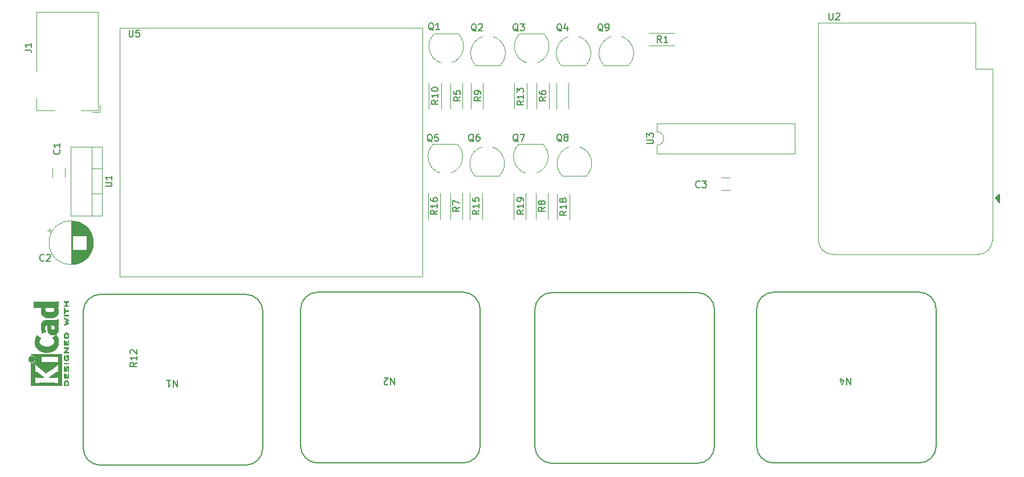
<source format=gbr>
%TF.GenerationSoftware,KiCad,Pcbnew,8.0.3-8.0.3-0~ubuntu22.04.1*%
%TF.CreationDate,2024-07-02T20:32:36+02:00*%
%TF.ProjectId,nixieclock,6e697869-6563-46c6-9f63-6b2e6b696361,rev?*%
%TF.SameCoordinates,Original*%
%TF.FileFunction,Legend,Top*%
%TF.FilePolarity,Positive*%
%FSLAX46Y46*%
G04 Gerber Fmt 4.6, Leading zero omitted, Abs format (unit mm)*
G04 Created by KiCad (PCBNEW 8.0.3-8.0.3-0~ubuntu22.04.1) date 2024-07-02 20:32:36*
%MOMM*%
%LPD*%
G01*
G04 APERTURE LIST*
%ADD10C,0.150000*%
%ADD11C,0.120000*%
%ADD12C,0.010000*%
G04 APERTURE END LIST*
D10*
X96720819Y-52611257D02*
X96244628Y-52944590D01*
X96720819Y-53182685D02*
X95720819Y-53182685D01*
X95720819Y-53182685D02*
X95720819Y-52801733D01*
X95720819Y-52801733D02*
X95768438Y-52706495D01*
X95768438Y-52706495D02*
X95816057Y-52658876D01*
X95816057Y-52658876D02*
X95911295Y-52611257D01*
X95911295Y-52611257D02*
X96054152Y-52611257D01*
X96054152Y-52611257D02*
X96149390Y-52658876D01*
X96149390Y-52658876D02*
X96197009Y-52706495D01*
X96197009Y-52706495D02*
X96244628Y-52801733D01*
X96244628Y-52801733D02*
X96244628Y-53182685D01*
X96720819Y-51658876D02*
X96720819Y-52230304D01*
X96720819Y-51944590D02*
X95720819Y-51944590D01*
X95720819Y-51944590D02*
X95863676Y-52039828D01*
X95863676Y-52039828D02*
X95958914Y-52135066D01*
X95958914Y-52135066D02*
X96006533Y-52230304D01*
X95720819Y-50754114D02*
X95720819Y-51230304D01*
X95720819Y-51230304D02*
X96197009Y-51277923D01*
X96197009Y-51277923D02*
X96149390Y-51230304D01*
X96149390Y-51230304D02*
X96101771Y-51135066D01*
X96101771Y-51135066D02*
X96101771Y-50896971D01*
X96101771Y-50896971D02*
X96149390Y-50801733D01*
X96149390Y-50801733D02*
X96197009Y-50754114D01*
X96197009Y-50754114D02*
X96292247Y-50706495D01*
X96292247Y-50706495D02*
X96530342Y-50706495D01*
X96530342Y-50706495D02*
X96625580Y-50754114D01*
X96625580Y-50754114D02*
X96673200Y-50801733D01*
X96673200Y-50801733D02*
X96720819Y-50896971D01*
X96720819Y-50896971D02*
X96720819Y-51135066D01*
X96720819Y-51135066D02*
X96673200Y-51230304D01*
X96673200Y-51230304D02*
X96625580Y-51277923D01*
X44758095Y-25772819D02*
X44758095Y-26582342D01*
X44758095Y-26582342D02*
X44805714Y-26677580D01*
X44805714Y-26677580D02*
X44853333Y-26725200D01*
X44853333Y-26725200D02*
X44948571Y-26772819D01*
X44948571Y-26772819D02*
X45139047Y-26772819D01*
X45139047Y-26772819D02*
X45234285Y-26725200D01*
X45234285Y-26725200D02*
X45281904Y-26677580D01*
X45281904Y-26677580D02*
X45329523Y-26582342D01*
X45329523Y-26582342D02*
X45329523Y-25772819D01*
X46281904Y-25772819D02*
X45805714Y-25772819D01*
X45805714Y-25772819D02*
X45758095Y-26249009D01*
X45758095Y-26249009D02*
X45805714Y-26201390D01*
X45805714Y-26201390D02*
X45900952Y-26153771D01*
X45900952Y-26153771D02*
X46139047Y-26153771D01*
X46139047Y-26153771D02*
X46234285Y-26201390D01*
X46234285Y-26201390D02*
X46281904Y-26249009D01*
X46281904Y-26249009D02*
X46329523Y-26344247D01*
X46329523Y-26344247D02*
X46329523Y-26582342D01*
X46329523Y-26582342D02*
X46281904Y-26677580D01*
X46281904Y-26677580D02*
X46234285Y-26725200D01*
X46234285Y-26725200D02*
X46139047Y-26772819D01*
X46139047Y-26772819D02*
X45900952Y-26772819D01*
X45900952Y-26772819D02*
X45805714Y-26725200D01*
X45805714Y-26725200D02*
X45758095Y-26677580D01*
X90624819Y-36202857D02*
X90148628Y-36536190D01*
X90624819Y-36774285D02*
X89624819Y-36774285D01*
X89624819Y-36774285D02*
X89624819Y-36393333D01*
X89624819Y-36393333D02*
X89672438Y-36298095D01*
X89672438Y-36298095D02*
X89720057Y-36250476D01*
X89720057Y-36250476D02*
X89815295Y-36202857D01*
X89815295Y-36202857D02*
X89958152Y-36202857D01*
X89958152Y-36202857D02*
X90053390Y-36250476D01*
X90053390Y-36250476D02*
X90101009Y-36298095D01*
X90101009Y-36298095D02*
X90148628Y-36393333D01*
X90148628Y-36393333D02*
X90148628Y-36774285D01*
X90624819Y-35250476D02*
X90624819Y-35821904D01*
X90624819Y-35536190D02*
X89624819Y-35536190D01*
X89624819Y-35536190D02*
X89767676Y-35631428D01*
X89767676Y-35631428D02*
X89862914Y-35726666D01*
X89862914Y-35726666D02*
X89910533Y-35821904D01*
X89624819Y-34631428D02*
X89624819Y-34536190D01*
X89624819Y-34536190D02*
X89672438Y-34440952D01*
X89672438Y-34440952D02*
X89720057Y-34393333D01*
X89720057Y-34393333D02*
X89815295Y-34345714D01*
X89815295Y-34345714D02*
X90005771Y-34298095D01*
X90005771Y-34298095D02*
X90243866Y-34298095D01*
X90243866Y-34298095D02*
X90434342Y-34345714D01*
X90434342Y-34345714D02*
X90529580Y-34393333D01*
X90529580Y-34393333D02*
X90577200Y-34440952D01*
X90577200Y-34440952D02*
X90624819Y-34536190D01*
X90624819Y-34536190D02*
X90624819Y-34631428D01*
X90624819Y-34631428D02*
X90577200Y-34726666D01*
X90577200Y-34726666D02*
X90529580Y-34774285D01*
X90529580Y-34774285D02*
X90434342Y-34821904D01*
X90434342Y-34821904D02*
X90243866Y-34869523D01*
X90243866Y-34869523D02*
X90005771Y-34869523D01*
X90005771Y-34869523D02*
X89815295Y-34821904D01*
X89815295Y-34821904D02*
X89720057Y-34774285D01*
X89720057Y-34774285D02*
X89672438Y-34726666D01*
X89672438Y-34726666D02*
X89624819Y-34631428D01*
X108997761Y-25950057D02*
X108902523Y-25902438D01*
X108902523Y-25902438D02*
X108807285Y-25807200D01*
X108807285Y-25807200D02*
X108664428Y-25664342D01*
X108664428Y-25664342D02*
X108569190Y-25616723D01*
X108569190Y-25616723D02*
X108473952Y-25616723D01*
X108521571Y-25854819D02*
X108426333Y-25807200D01*
X108426333Y-25807200D02*
X108331095Y-25711961D01*
X108331095Y-25711961D02*
X108283476Y-25521485D01*
X108283476Y-25521485D02*
X108283476Y-25188152D01*
X108283476Y-25188152D02*
X108331095Y-24997676D01*
X108331095Y-24997676D02*
X108426333Y-24902438D01*
X108426333Y-24902438D02*
X108521571Y-24854819D01*
X108521571Y-24854819D02*
X108712047Y-24854819D01*
X108712047Y-24854819D02*
X108807285Y-24902438D01*
X108807285Y-24902438D02*
X108902523Y-24997676D01*
X108902523Y-24997676D02*
X108950142Y-25188152D01*
X108950142Y-25188152D02*
X108950142Y-25521485D01*
X108950142Y-25521485D02*
X108902523Y-25711961D01*
X108902523Y-25711961D02*
X108807285Y-25807200D01*
X108807285Y-25807200D02*
X108712047Y-25854819D01*
X108712047Y-25854819D02*
X108521571Y-25854819D01*
X109807285Y-25188152D02*
X109807285Y-25854819D01*
X109569190Y-24807200D02*
X109331095Y-25521485D01*
X109331095Y-25521485D02*
X109950142Y-25521485D01*
X29264819Y-28744333D02*
X29979104Y-28744333D01*
X29979104Y-28744333D02*
X30121961Y-28791952D01*
X30121961Y-28791952D02*
X30217200Y-28887190D01*
X30217200Y-28887190D02*
X30264819Y-29030047D01*
X30264819Y-29030047D02*
X30264819Y-29125285D01*
X30264819Y-27744333D02*
X30264819Y-28315761D01*
X30264819Y-28030047D02*
X29264819Y-28030047D01*
X29264819Y-28030047D02*
X29407676Y-28125285D01*
X29407676Y-28125285D02*
X29502914Y-28220523D01*
X29502914Y-28220523D02*
X29550533Y-28315761D01*
X32091334Y-60049580D02*
X32043715Y-60097200D01*
X32043715Y-60097200D02*
X31900858Y-60144819D01*
X31900858Y-60144819D02*
X31805620Y-60144819D01*
X31805620Y-60144819D02*
X31662763Y-60097200D01*
X31662763Y-60097200D02*
X31567525Y-60001961D01*
X31567525Y-60001961D02*
X31519906Y-59906723D01*
X31519906Y-59906723D02*
X31472287Y-59716247D01*
X31472287Y-59716247D02*
X31472287Y-59573390D01*
X31472287Y-59573390D02*
X31519906Y-59382914D01*
X31519906Y-59382914D02*
X31567525Y-59287676D01*
X31567525Y-59287676D02*
X31662763Y-59192438D01*
X31662763Y-59192438D02*
X31805620Y-59144819D01*
X31805620Y-59144819D02*
X31900858Y-59144819D01*
X31900858Y-59144819D02*
X32043715Y-59192438D01*
X32043715Y-59192438D02*
X32091334Y-59240057D01*
X32472287Y-59240057D02*
X32519906Y-59192438D01*
X32519906Y-59192438D02*
X32615144Y-59144819D01*
X32615144Y-59144819D02*
X32853239Y-59144819D01*
X32853239Y-59144819D02*
X32948477Y-59192438D01*
X32948477Y-59192438D02*
X32996096Y-59240057D01*
X32996096Y-59240057D02*
X33043715Y-59335295D01*
X33043715Y-59335295D02*
X33043715Y-59430533D01*
X33043715Y-59430533D02*
X32996096Y-59573390D01*
X32996096Y-59573390D02*
X32424668Y-60144819D01*
X32424668Y-60144819D02*
X33043715Y-60144819D01*
X84170424Y-77515180D02*
X84170424Y-78515180D01*
X84170424Y-78515180D02*
X83598996Y-77515180D01*
X83598996Y-77515180D02*
X83598996Y-78515180D01*
X83170424Y-78419942D02*
X83122805Y-78467561D01*
X83122805Y-78467561D02*
X83027567Y-78515180D01*
X83027567Y-78515180D02*
X82789472Y-78515180D01*
X82789472Y-78515180D02*
X82694234Y-78467561D01*
X82694234Y-78467561D02*
X82646615Y-78419942D01*
X82646615Y-78419942D02*
X82598996Y-78324704D01*
X82598996Y-78324704D02*
X82598996Y-78229466D01*
X82598996Y-78229466D02*
X82646615Y-78086609D01*
X82646615Y-78086609D02*
X83218043Y-77515180D01*
X83218043Y-77515180D02*
X82598996Y-77515180D01*
X95916761Y-42358457D02*
X95821523Y-42310838D01*
X95821523Y-42310838D02*
X95726285Y-42215600D01*
X95726285Y-42215600D02*
X95583428Y-42072742D01*
X95583428Y-42072742D02*
X95488190Y-42025123D01*
X95488190Y-42025123D02*
X95392952Y-42025123D01*
X95440571Y-42263219D02*
X95345333Y-42215600D01*
X95345333Y-42215600D02*
X95250095Y-42120361D01*
X95250095Y-42120361D02*
X95202476Y-41929885D01*
X95202476Y-41929885D02*
X95202476Y-41596552D01*
X95202476Y-41596552D02*
X95250095Y-41406076D01*
X95250095Y-41406076D02*
X95345333Y-41310838D01*
X95345333Y-41310838D02*
X95440571Y-41263219D01*
X95440571Y-41263219D02*
X95631047Y-41263219D01*
X95631047Y-41263219D02*
X95726285Y-41310838D01*
X95726285Y-41310838D02*
X95821523Y-41406076D01*
X95821523Y-41406076D02*
X95869142Y-41596552D01*
X95869142Y-41596552D02*
X95869142Y-41929885D01*
X95869142Y-41929885D02*
X95821523Y-42120361D01*
X95821523Y-42120361D02*
X95726285Y-42215600D01*
X95726285Y-42215600D02*
X95631047Y-42263219D01*
X95631047Y-42263219D02*
X95440571Y-42263219D01*
X96726285Y-41263219D02*
X96535809Y-41263219D01*
X96535809Y-41263219D02*
X96440571Y-41310838D01*
X96440571Y-41310838D02*
X96392952Y-41358457D01*
X96392952Y-41358457D02*
X96297714Y-41501314D01*
X96297714Y-41501314D02*
X96250095Y-41691790D01*
X96250095Y-41691790D02*
X96250095Y-42072742D01*
X96250095Y-42072742D02*
X96297714Y-42167980D01*
X96297714Y-42167980D02*
X96345333Y-42215600D01*
X96345333Y-42215600D02*
X96440571Y-42263219D01*
X96440571Y-42263219D02*
X96631047Y-42263219D01*
X96631047Y-42263219D02*
X96726285Y-42215600D01*
X96726285Y-42215600D02*
X96773904Y-42167980D01*
X96773904Y-42167980D02*
X96821523Y-42072742D01*
X96821523Y-42072742D02*
X96821523Y-41834647D01*
X96821523Y-41834647D02*
X96773904Y-41739409D01*
X96773904Y-41739409D02*
X96726285Y-41691790D01*
X96726285Y-41691790D02*
X96631047Y-41644171D01*
X96631047Y-41644171D02*
X96440571Y-41644171D01*
X96440571Y-41644171D02*
X96345333Y-41691790D01*
X96345333Y-41691790D02*
X96297714Y-41739409D01*
X96297714Y-41739409D02*
X96250095Y-41834647D01*
X129500333Y-49127580D02*
X129452714Y-49175200D01*
X129452714Y-49175200D02*
X129309857Y-49222819D01*
X129309857Y-49222819D02*
X129214619Y-49222819D01*
X129214619Y-49222819D02*
X129071762Y-49175200D01*
X129071762Y-49175200D02*
X128976524Y-49079961D01*
X128976524Y-49079961D02*
X128928905Y-48984723D01*
X128928905Y-48984723D02*
X128881286Y-48794247D01*
X128881286Y-48794247D02*
X128881286Y-48651390D01*
X128881286Y-48651390D02*
X128928905Y-48460914D01*
X128928905Y-48460914D02*
X128976524Y-48365676D01*
X128976524Y-48365676D02*
X129071762Y-48270438D01*
X129071762Y-48270438D02*
X129214619Y-48222819D01*
X129214619Y-48222819D02*
X129309857Y-48222819D01*
X129309857Y-48222819D02*
X129452714Y-48270438D01*
X129452714Y-48270438D02*
X129500333Y-48318057D01*
X129833667Y-48222819D02*
X130452714Y-48222819D01*
X130452714Y-48222819D02*
X130119381Y-48603771D01*
X130119381Y-48603771D02*
X130262238Y-48603771D01*
X130262238Y-48603771D02*
X130357476Y-48651390D01*
X130357476Y-48651390D02*
X130405095Y-48699009D01*
X130405095Y-48699009D02*
X130452714Y-48794247D01*
X130452714Y-48794247D02*
X130452714Y-49032342D01*
X130452714Y-49032342D02*
X130405095Y-49127580D01*
X130405095Y-49127580D02*
X130357476Y-49175200D01*
X130357476Y-49175200D02*
X130262238Y-49222819D01*
X130262238Y-49222819D02*
X129976524Y-49222819D01*
X129976524Y-49222819D02*
X129881286Y-49175200D01*
X129881286Y-49175200D02*
X129833667Y-49127580D01*
X151891904Y-77515180D02*
X151891904Y-78515180D01*
X151891904Y-78515180D02*
X151320476Y-77515180D01*
X151320476Y-77515180D02*
X151320476Y-78515180D01*
X150415714Y-78181847D02*
X150415714Y-77515180D01*
X150653809Y-78562800D02*
X150891904Y-77848514D01*
X150891904Y-77848514D02*
X150272857Y-77848514D01*
X96974819Y-35726666D02*
X96498628Y-36059999D01*
X96974819Y-36298094D02*
X95974819Y-36298094D01*
X95974819Y-36298094D02*
X95974819Y-35917142D01*
X95974819Y-35917142D02*
X96022438Y-35821904D01*
X96022438Y-35821904D02*
X96070057Y-35774285D01*
X96070057Y-35774285D02*
X96165295Y-35726666D01*
X96165295Y-35726666D02*
X96308152Y-35726666D01*
X96308152Y-35726666D02*
X96403390Y-35774285D01*
X96403390Y-35774285D02*
X96451009Y-35821904D01*
X96451009Y-35821904D02*
X96498628Y-35917142D01*
X96498628Y-35917142D02*
X96498628Y-36298094D01*
X96974819Y-35250475D02*
X96974819Y-35059999D01*
X96974819Y-35059999D02*
X96927200Y-34964761D01*
X96927200Y-34964761D02*
X96879580Y-34917142D01*
X96879580Y-34917142D02*
X96736723Y-34821904D01*
X96736723Y-34821904D02*
X96546247Y-34774285D01*
X96546247Y-34774285D02*
X96165295Y-34774285D01*
X96165295Y-34774285D02*
X96070057Y-34821904D01*
X96070057Y-34821904D02*
X96022438Y-34869523D01*
X96022438Y-34869523D02*
X95974819Y-34964761D01*
X95974819Y-34964761D02*
X95974819Y-35155237D01*
X95974819Y-35155237D02*
X96022438Y-35250475D01*
X96022438Y-35250475D02*
X96070057Y-35298094D01*
X96070057Y-35298094D02*
X96165295Y-35345713D01*
X96165295Y-35345713D02*
X96403390Y-35345713D01*
X96403390Y-35345713D02*
X96498628Y-35298094D01*
X96498628Y-35298094D02*
X96546247Y-35250475D01*
X96546247Y-35250475D02*
X96593866Y-35155237D01*
X96593866Y-35155237D02*
X96593866Y-34964761D01*
X96593866Y-34964761D02*
X96546247Y-34869523D01*
X96546247Y-34869523D02*
X96498628Y-34821904D01*
X96498628Y-34821904D02*
X96403390Y-34774285D01*
X102520761Y-42358457D02*
X102425523Y-42310838D01*
X102425523Y-42310838D02*
X102330285Y-42215600D01*
X102330285Y-42215600D02*
X102187428Y-42072742D01*
X102187428Y-42072742D02*
X102092190Y-42025123D01*
X102092190Y-42025123D02*
X101996952Y-42025123D01*
X102044571Y-42263219D02*
X101949333Y-42215600D01*
X101949333Y-42215600D02*
X101854095Y-42120361D01*
X101854095Y-42120361D02*
X101806476Y-41929885D01*
X101806476Y-41929885D02*
X101806476Y-41596552D01*
X101806476Y-41596552D02*
X101854095Y-41406076D01*
X101854095Y-41406076D02*
X101949333Y-41310838D01*
X101949333Y-41310838D02*
X102044571Y-41263219D01*
X102044571Y-41263219D02*
X102235047Y-41263219D01*
X102235047Y-41263219D02*
X102330285Y-41310838D01*
X102330285Y-41310838D02*
X102425523Y-41406076D01*
X102425523Y-41406076D02*
X102473142Y-41596552D01*
X102473142Y-41596552D02*
X102473142Y-41929885D01*
X102473142Y-41929885D02*
X102425523Y-42120361D01*
X102425523Y-42120361D02*
X102330285Y-42215600D01*
X102330285Y-42215600D02*
X102235047Y-42263219D01*
X102235047Y-42263219D02*
X102044571Y-42263219D01*
X102806476Y-41263219D02*
X103473142Y-41263219D01*
X103473142Y-41263219D02*
X103044571Y-42263219D01*
X89947761Y-25823057D02*
X89852523Y-25775438D01*
X89852523Y-25775438D02*
X89757285Y-25680200D01*
X89757285Y-25680200D02*
X89614428Y-25537342D01*
X89614428Y-25537342D02*
X89519190Y-25489723D01*
X89519190Y-25489723D02*
X89423952Y-25489723D01*
X89471571Y-25727819D02*
X89376333Y-25680200D01*
X89376333Y-25680200D02*
X89281095Y-25584961D01*
X89281095Y-25584961D02*
X89233476Y-25394485D01*
X89233476Y-25394485D02*
X89233476Y-25061152D01*
X89233476Y-25061152D02*
X89281095Y-24870676D01*
X89281095Y-24870676D02*
X89376333Y-24775438D01*
X89376333Y-24775438D02*
X89471571Y-24727819D01*
X89471571Y-24727819D02*
X89662047Y-24727819D01*
X89662047Y-24727819D02*
X89757285Y-24775438D01*
X89757285Y-24775438D02*
X89852523Y-24870676D01*
X89852523Y-24870676D02*
X89900142Y-25061152D01*
X89900142Y-25061152D02*
X89900142Y-25394485D01*
X89900142Y-25394485D02*
X89852523Y-25584961D01*
X89852523Y-25584961D02*
X89757285Y-25680200D01*
X89757285Y-25680200D02*
X89662047Y-25727819D01*
X89662047Y-25727819D02*
X89471571Y-25727819D01*
X90852523Y-25727819D02*
X90281095Y-25727819D01*
X90566809Y-25727819D02*
X90566809Y-24727819D01*
X90566809Y-24727819D02*
X90471571Y-24870676D01*
X90471571Y-24870676D02*
X90376333Y-24965914D01*
X90376333Y-24965914D02*
X90281095Y-25013533D01*
X121584819Y-42671904D02*
X122394342Y-42671904D01*
X122394342Y-42671904D02*
X122489580Y-42624285D01*
X122489580Y-42624285D02*
X122537200Y-42576666D01*
X122537200Y-42576666D02*
X122584819Y-42481428D01*
X122584819Y-42481428D02*
X122584819Y-42290952D01*
X122584819Y-42290952D02*
X122537200Y-42195714D01*
X122537200Y-42195714D02*
X122489580Y-42148095D01*
X122489580Y-42148095D02*
X122394342Y-42100476D01*
X122394342Y-42100476D02*
X121584819Y-42100476D01*
X121584819Y-41719523D02*
X121584819Y-41100476D01*
X121584819Y-41100476D02*
X121965771Y-41433809D01*
X121965771Y-41433809D02*
X121965771Y-41290952D01*
X121965771Y-41290952D02*
X122013390Y-41195714D01*
X122013390Y-41195714D02*
X122061009Y-41148095D01*
X122061009Y-41148095D02*
X122156247Y-41100476D01*
X122156247Y-41100476D02*
X122394342Y-41100476D01*
X122394342Y-41100476D02*
X122489580Y-41148095D01*
X122489580Y-41148095D02*
X122537200Y-41195714D01*
X122537200Y-41195714D02*
X122584819Y-41290952D01*
X122584819Y-41290952D02*
X122584819Y-41576666D01*
X122584819Y-41576666D02*
X122537200Y-41671904D01*
X122537200Y-41671904D02*
X122489580Y-41719523D01*
X109674819Y-52712857D02*
X109198628Y-53046190D01*
X109674819Y-53284285D02*
X108674819Y-53284285D01*
X108674819Y-53284285D02*
X108674819Y-52903333D01*
X108674819Y-52903333D02*
X108722438Y-52808095D01*
X108722438Y-52808095D02*
X108770057Y-52760476D01*
X108770057Y-52760476D02*
X108865295Y-52712857D01*
X108865295Y-52712857D02*
X109008152Y-52712857D01*
X109008152Y-52712857D02*
X109103390Y-52760476D01*
X109103390Y-52760476D02*
X109151009Y-52808095D01*
X109151009Y-52808095D02*
X109198628Y-52903333D01*
X109198628Y-52903333D02*
X109198628Y-53284285D01*
X109674819Y-51760476D02*
X109674819Y-52331904D01*
X109674819Y-52046190D02*
X108674819Y-52046190D01*
X108674819Y-52046190D02*
X108817676Y-52141428D01*
X108817676Y-52141428D02*
X108912914Y-52236666D01*
X108912914Y-52236666D02*
X108960533Y-52331904D01*
X109103390Y-51189047D02*
X109055771Y-51284285D01*
X109055771Y-51284285D02*
X109008152Y-51331904D01*
X109008152Y-51331904D02*
X108912914Y-51379523D01*
X108912914Y-51379523D02*
X108865295Y-51379523D01*
X108865295Y-51379523D02*
X108770057Y-51331904D01*
X108770057Y-51331904D02*
X108722438Y-51284285D01*
X108722438Y-51284285D02*
X108674819Y-51189047D01*
X108674819Y-51189047D02*
X108674819Y-50998571D01*
X108674819Y-50998571D02*
X108722438Y-50903333D01*
X108722438Y-50903333D02*
X108770057Y-50855714D01*
X108770057Y-50855714D02*
X108865295Y-50808095D01*
X108865295Y-50808095D02*
X108912914Y-50808095D01*
X108912914Y-50808095D02*
X109008152Y-50855714D01*
X109008152Y-50855714D02*
X109055771Y-50903333D01*
X109055771Y-50903333D02*
X109103390Y-50998571D01*
X109103390Y-50998571D02*
X109103390Y-51189047D01*
X109103390Y-51189047D02*
X109151009Y-51284285D01*
X109151009Y-51284285D02*
X109198628Y-51331904D01*
X109198628Y-51331904D02*
X109293866Y-51379523D01*
X109293866Y-51379523D02*
X109484342Y-51379523D01*
X109484342Y-51379523D02*
X109579580Y-51331904D01*
X109579580Y-51331904D02*
X109627200Y-51284285D01*
X109627200Y-51284285D02*
X109674819Y-51189047D01*
X109674819Y-51189047D02*
X109674819Y-50998571D01*
X109674819Y-50998571D02*
X109627200Y-50903333D01*
X109627200Y-50903333D02*
X109579580Y-50855714D01*
X109579580Y-50855714D02*
X109484342Y-50808095D01*
X109484342Y-50808095D02*
X109293866Y-50808095D01*
X109293866Y-50808095D02*
X109198628Y-50855714D01*
X109198628Y-50855714D02*
X109151009Y-50903333D01*
X109151009Y-50903333D02*
X109103390Y-50998571D01*
X106626819Y-35726666D02*
X106150628Y-36059999D01*
X106626819Y-36298094D02*
X105626819Y-36298094D01*
X105626819Y-36298094D02*
X105626819Y-35917142D01*
X105626819Y-35917142D02*
X105674438Y-35821904D01*
X105674438Y-35821904D02*
X105722057Y-35774285D01*
X105722057Y-35774285D02*
X105817295Y-35726666D01*
X105817295Y-35726666D02*
X105960152Y-35726666D01*
X105960152Y-35726666D02*
X106055390Y-35774285D01*
X106055390Y-35774285D02*
X106103009Y-35821904D01*
X106103009Y-35821904D02*
X106150628Y-35917142D01*
X106150628Y-35917142D02*
X106150628Y-36298094D01*
X105626819Y-34869523D02*
X105626819Y-35059999D01*
X105626819Y-35059999D02*
X105674438Y-35155237D01*
X105674438Y-35155237D02*
X105722057Y-35202856D01*
X105722057Y-35202856D02*
X105864914Y-35298094D01*
X105864914Y-35298094D02*
X106055390Y-35345713D01*
X106055390Y-35345713D02*
X106436342Y-35345713D01*
X106436342Y-35345713D02*
X106531580Y-35298094D01*
X106531580Y-35298094D02*
X106579200Y-35250475D01*
X106579200Y-35250475D02*
X106626819Y-35155237D01*
X106626819Y-35155237D02*
X106626819Y-34964761D01*
X106626819Y-34964761D02*
X106579200Y-34869523D01*
X106579200Y-34869523D02*
X106531580Y-34821904D01*
X106531580Y-34821904D02*
X106436342Y-34774285D01*
X106436342Y-34774285D02*
X106198247Y-34774285D01*
X106198247Y-34774285D02*
X106103009Y-34821904D01*
X106103009Y-34821904D02*
X106055390Y-34869523D01*
X106055390Y-34869523D02*
X106007771Y-34964761D01*
X106007771Y-34964761D02*
X106007771Y-35155237D01*
X106007771Y-35155237D02*
X106055390Y-35250475D01*
X106055390Y-35250475D02*
X106103009Y-35298094D01*
X106103009Y-35298094D02*
X106198247Y-35345713D01*
X103324819Y-52585857D02*
X102848628Y-52919190D01*
X103324819Y-53157285D02*
X102324819Y-53157285D01*
X102324819Y-53157285D02*
X102324819Y-52776333D01*
X102324819Y-52776333D02*
X102372438Y-52681095D01*
X102372438Y-52681095D02*
X102420057Y-52633476D01*
X102420057Y-52633476D02*
X102515295Y-52585857D01*
X102515295Y-52585857D02*
X102658152Y-52585857D01*
X102658152Y-52585857D02*
X102753390Y-52633476D01*
X102753390Y-52633476D02*
X102801009Y-52681095D01*
X102801009Y-52681095D02*
X102848628Y-52776333D01*
X102848628Y-52776333D02*
X102848628Y-53157285D01*
X103324819Y-51633476D02*
X103324819Y-52204904D01*
X103324819Y-51919190D02*
X102324819Y-51919190D01*
X102324819Y-51919190D02*
X102467676Y-52014428D01*
X102467676Y-52014428D02*
X102562914Y-52109666D01*
X102562914Y-52109666D02*
X102610533Y-52204904D01*
X103324819Y-51157285D02*
X103324819Y-50966809D01*
X103324819Y-50966809D02*
X103277200Y-50871571D01*
X103277200Y-50871571D02*
X103229580Y-50823952D01*
X103229580Y-50823952D02*
X103086723Y-50728714D01*
X103086723Y-50728714D02*
X102896247Y-50681095D01*
X102896247Y-50681095D02*
X102515295Y-50681095D01*
X102515295Y-50681095D02*
X102420057Y-50728714D01*
X102420057Y-50728714D02*
X102372438Y-50776333D01*
X102372438Y-50776333D02*
X102324819Y-50871571D01*
X102324819Y-50871571D02*
X102324819Y-51062047D01*
X102324819Y-51062047D02*
X102372438Y-51157285D01*
X102372438Y-51157285D02*
X102420057Y-51204904D01*
X102420057Y-51204904D02*
X102515295Y-51252523D01*
X102515295Y-51252523D02*
X102753390Y-51252523D01*
X102753390Y-51252523D02*
X102848628Y-51204904D01*
X102848628Y-51204904D02*
X102896247Y-51157285D01*
X102896247Y-51157285D02*
X102943866Y-51062047D01*
X102943866Y-51062047D02*
X102943866Y-50871571D01*
X102943866Y-50871571D02*
X102896247Y-50776333D01*
X102896247Y-50776333D02*
X102848628Y-50728714D01*
X102848628Y-50728714D02*
X102753390Y-50681095D01*
X102520761Y-25950057D02*
X102425523Y-25902438D01*
X102425523Y-25902438D02*
X102330285Y-25807200D01*
X102330285Y-25807200D02*
X102187428Y-25664342D01*
X102187428Y-25664342D02*
X102092190Y-25616723D01*
X102092190Y-25616723D02*
X101996952Y-25616723D01*
X102044571Y-25854819D02*
X101949333Y-25807200D01*
X101949333Y-25807200D02*
X101854095Y-25711961D01*
X101854095Y-25711961D02*
X101806476Y-25521485D01*
X101806476Y-25521485D02*
X101806476Y-25188152D01*
X101806476Y-25188152D02*
X101854095Y-24997676D01*
X101854095Y-24997676D02*
X101949333Y-24902438D01*
X101949333Y-24902438D02*
X102044571Y-24854819D01*
X102044571Y-24854819D02*
X102235047Y-24854819D01*
X102235047Y-24854819D02*
X102330285Y-24902438D01*
X102330285Y-24902438D02*
X102425523Y-24997676D01*
X102425523Y-24997676D02*
X102473142Y-25188152D01*
X102473142Y-25188152D02*
X102473142Y-25521485D01*
X102473142Y-25521485D02*
X102425523Y-25711961D01*
X102425523Y-25711961D02*
X102330285Y-25807200D01*
X102330285Y-25807200D02*
X102235047Y-25854819D01*
X102235047Y-25854819D02*
X102044571Y-25854819D01*
X102806476Y-24854819D02*
X103425523Y-24854819D01*
X103425523Y-24854819D02*
X103092190Y-25235771D01*
X103092190Y-25235771D02*
X103235047Y-25235771D01*
X103235047Y-25235771D02*
X103330285Y-25283390D01*
X103330285Y-25283390D02*
X103377904Y-25331009D01*
X103377904Y-25331009D02*
X103425523Y-25426247D01*
X103425523Y-25426247D02*
X103425523Y-25664342D01*
X103425523Y-25664342D02*
X103377904Y-25759580D01*
X103377904Y-25759580D02*
X103330285Y-25807200D01*
X103330285Y-25807200D02*
X103235047Y-25854819D01*
X103235047Y-25854819D02*
X102949333Y-25854819D01*
X102949333Y-25854819D02*
X102854095Y-25807200D01*
X102854095Y-25807200D02*
X102806476Y-25759580D01*
X90497819Y-52611257D02*
X90021628Y-52944590D01*
X90497819Y-53182685D02*
X89497819Y-53182685D01*
X89497819Y-53182685D02*
X89497819Y-52801733D01*
X89497819Y-52801733D02*
X89545438Y-52706495D01*
X89545438Y-52706495D02*
X89593057Y-52658876D01*
X89593057Y-52658876D02*
X89688295Y-52611257D01*
X89688295Y-52611257D02*
X89831152Y-52611257D01*
X89831152Y-52611257D02*
X89926390Y-52658876D01*
X89926390Y-52658876D02*
X89974009Y-52706495D01*
X89974009Y-52706495D02*
X90021628Y-52801733D01*
X90021628Y-52801733D02*
X90021628Y-53182685D01*
X90497819Y-51658876D02*
X90497819Y-52230304D01*
X90497819Y-51944590D02*
X89497819Y-51944590D01*
X89497819Y-51944590D02*
X89640676Y-52039828D01*
X89640676Y-52039828D02*
X89735914Y-52135066D01*
X89735914Y-52135066D02*
X89783533Y-52230304D01*
X89497819Y-50801733D02*
X89497819Y-50992209D01*
X89497819Y-50992209D02*
X89545438Y-51087447D01*
X89545438Y-51087447D02*
X89593057Y-51135066D01*
X89593057Y-51135066D02*
X89735914Y-51230304D01*
X89735914Y-51230304D02*
X89926390Y-51277923D01*
X89926390Y-51277923D02*
X90307342Y-51277923D01*
X90307342Y-51277923D02*
X90402580Y-51230304D01*
X90402580Y-51230304D02*
X90450200Y-51182685D01*
X90450200Y-51182685D02*
X90497819Y-51087447D01*
X90497819Y-51087447D02*
X90497819Y-50896971D01*
X90497819Y-50896971D02*
X90450200Y-50801733D01*
X90450200Y-50801733D02*
X90402580Y-50754114D01*
X90402580Y-50754114D02*
X90307342Y-50706495D01*
X90307342Y-50706495D02*
X90069247Y-50706495D01*
X90069247Y-50706495D02*
X89974009Y-50754114D01*
X89974009Y-50754114D02*
X89926390Y-50801733D01*
X89926390Y-50801733D02*
X89878771Y-50896971D01*
X89878771Y-50896971D02*
X89878771Y-51087447D01*
X89878771Y-51087447D02*
X89926390Y-51182685D01*
X89926390Y-51182685D02*
X89974009Y-51230304D01*
X89974009Y-51230304D02*
X90069247Y-51277923D01*
X148688095Y-23254819D02*
X148688095Y-24064342D01*
X148688095Y-24064342D02*
X148735714Y-24159580D01*
X148735714Y-24159580D02*
X148783333Y-24207200D01*
X148783333Y-24207200D02*
X148878571Y-24254819D01*
X148878571Y-24254819D02*
X149069047Y-24254819D01*
X149069047Y-24254819D02*
X149164285Y-24207200D01*
X149164285Y-24207200D02*
X149211904Y-24159580D01*
X149211904Y-24159580D02*
X149259523Y-24064342D01*
X149259523Y-24064342D02*
X149259523Y-23254819D01*
X149688095Y-23350057D02*
X149735714Y-23302438D01*
X149735714Y-23302438D02*
X149830952Y-23254819D01*
X149830952Y-23254819D02*
X150069047Y-23254819D01*
X150069047Y-23254819D02*
X150164285Y-23302438D01*
X150164285Y-23302438D02*
X150211904Y-23350057D01*
X150211904Y-23350057D02*
X150259523Y-23445295D01*
X150259523Y-23445295D02*
X150259523Y-23540533D01*
X150259523Y-23540533D02*
X150211904Y-23683390D01*
X150211904Y-23683390D02*
X149640476Y-24254819D01*
X149640476Y-24254819D02*
X150259523Y-24254819D01*
X96297761Y-25950057D02*
X96202523Y-25902438D01*
X96202523Y-25902438D02*
X96107285Y-25807200D01*
X96107285Y-25807200D02*
X95964428Y-25664342D01*
X95964428Y-25664342D02*
X95869190Y-25616723D01*
X95869190Y-25616723D02*
X95773952Y-25616723D01*
X95821571Y-25854819D02*
X95726333Y-25807200D01*
X95726333Y-25807200D02*
X95631095Y-25711961D01*
X95631095Y-25711961D02*
X95583476Y-25521485D01*
X95583476Y-25521485D02*
X95583476Y-25188152D01*
X95583476Y-25188152D02*
X95631095Y-24997676D01*
X95631095Y-24997676D02*
X95726333Y-24902438D01*
X95726333Y-24902438D02*
X95821571Y-24854819D01*
X95821571Y-24854819D02*
X96012047Y-24854819D01*
X96012047Y-24854819D02*
X96107285Y-24902438D01*
X96107285Y-24902438D02*
X96202523Y-24997676D01*
X96202523Y-24997676D02*
X96250142Y-25188152D01*
X96250142Y-25188152D02*
X96250142Y-25521485D01*
X96250142Y-25521485D02*
X96202523Y-25711961D01*
X96202523Y-25711961D02*
X96107285Y-25807200D01*
X96107285Y-25807200D02*
X96012047Y-25854819D01*
X96012047Y-25854819D02*
X95821571Y-25854819D01*
X96631095Y-24950057D02*
X96678714Y-24902438D01*
X96678714Y-24902438D02*
X96773952Y-24854819D01*
X96773952Y-24854819D02*
X97012047Y-24854819D01*
X97012047Y-24854819D02*
X97107285Y-24902438D01*
X97107285Y-24902438D02*
X97154904Y-24950057D01*
X97154904Y-24950057D02*
X97202523Y-25045295D01*
X97202523Y-25045295D02*
X97202523Y-25140533D01*
X97202523Y-25140533D02*
X97154904Y-25283390D01*
X97154904Y-25283390D02*
X96583476Y-25854819D01*
X96583476Y-25854819D02*
X97202523Y-25854819D01*
X93799819Y-52109666D02*
X93323628Y-52442999D01*
X93799819Y-52681094D02*
X92799819Y-52681094D01*
X92799819Y-52681094D02*
X92799819Y-52300142D01*
X92799819Y-52300142D02*
X92847438Y-52204904D01*
X92847438Y-52204904D02*
X92895057Y-52157285D01*
X92895057Y-52157285D02*
X92990295Y-52109666D01*
X92990295Y-52109666D02*
X93133152Y-52109666D01*
X93133152Y-52109666D02*
X93228390Y-52157285D01*
X93228390Y-52157285D02*
X93276009Y-52204904D01*
X93276009Y-52204904D02*
X93323628Y-52300142D01*
X93323628Y-52300142D02*
X93323628Y-52681094D01*
X92799819Y-51776332D02*
X92799819Y-51109666D01*
X92799819Y-51109666D02*
X93799819Y-51538237D01*
X45880819Y-75227417D02*
X45404628Y-75560750D01*
X45880819Y-75798845D02*
X44880819Y-75798845D01*
X44880819Y-75798845D02*
X44880819Y-75417893D01*
X44880819Y-75417893D02*
X44928438Y-75322655D01*
X44928438Y-75322655D02*
X44976057Y-75275036D01*
X44976057Y-75275036D02*
X45071295Y-75227417D01*
X45071295Y-75227417D02*
X45214152Y-75227417D01*
X45214152Y-75227417D02*
X45309390Y-75275036D01*
X45309390Y-75275036D02*
X45357009Y-75322655D01*
X45357009Y-75322655D02*
X45404628Y-75417893D01*
X45404628Y-75417893D02*
X45404628Y-75798845D01*
X45880819Y-74275036D02*
X45880819Y-74846464D01*
X45880819Y-74560750D02*
X44880819Y-74560750D01*
X44880819Y-74560750D02*
X45023676Y-74655988D01*
X45023676Y-74655988D02*
X45118914Y-74751226D01*
X45118914Y-74751226D02*
X45166533Y-74846464D01*
X44976057Y-73894083D02*
X44928438Y-73846464D01*
X44928438Y-73846464D02*
X44880819Y-73751226D01*
X44880819Y-73751226D02*
X44880819Y-73513131D01*
X44880819Y-73513131D02*
X44928438Y-73417893D01*
X44928438Y-73417893D02*
X44976057Y-73370274D01*
X44976057Y-73370274D02*
X45071295Y-73322655D01*
X45071295Y-73322655D02*
X45166533Y-73322655D01*
X45166533Y-73322655D02*
X45309390Y-73370274D01*
X45309390Y-73370274D02*
X45880819Y-73941702D01*
X45880819Y-73941702D02*
X45880819Y-73322655D01*
X51895404Y-77837760D02*
X51895404Y-78837760D01*
X51895404Y-78837760D02*
X51323976Y-77837760D01*
X51323976Y-77837760D02*
X51323976Y-78837760D01*
X50323976Y-77837760D02*
X50895404Y-77837760D01*
X50609690Y-77837760D02*
X50609690Y-78837760D01*
X50609690Y-78837760D02*
X50704928Y-78694903D01*
X50704928Y-78694903D02*
X50800166Y-78599665D01*
X50800166Y-78599665D02*
X50895404Y-78552046D01*
X93926819Y-35726666D02*
X93450628Y-36059999D01*
X93926819Y-36298094D02*
X92926819Y-36298094D01*
X92926819Y-36298094D02*
X92926819Y-35917142D01*
X92926819Y-35917142D02*
X92974438Y-35821904D01*
X92974438Y-35821904D02*
X93022057Y-35774285D01*
X93022057Y-35774285D02*
X93117295Y-35726666D01*
X93117295Y-35726666D02*
X93260152Y-35726666D01*
X93260152Y-35726666D02*
X93355390Y-35774285D01*
X93355390Y-35774285D02*
X93403009Y-35821904D01*
X93403009Y-35821904D02*
X93450628Y-35917142D01*
X93450628Y-35917142D02*
X93450628Y-36298094D01*
X92926819Y-34821904D02*
X92926819Y-35298094D01*
X92926819Y-35298094D02*
X93403009Y-35345713D01*
X93403009Y-35345713D02*
X93355390Y-35298094D01*
X93355390Y-35298094D02*
X93307771Y-35202856D01*
X93307771Y-35202856D02*
X93307771Y-34964761D01*
X93307771Y-34964761D02*
X93355390Y-34869523D01*
X93355390Y-34869523D02*
X93403009Y-34821904D01*
X93403009Y-34821904D02*
X93498247Y-34774285D01*
X93498247Y-34774285D02*
X93736342Y-34774285D01*
X93736342Y-34774285D02*
X93831580Y-34821904D01*
X93831580Y-34821904D02*
X93879200Y-34869523D01*
X93879200Y-34869523D02*
X93926819Y-34964761D01*
X93926819Y-34964761D02*
X93926819Y-35202856D01*
X93926819Y-35202856D02*
X93879200Y-35298094D01*
X93879200Y-35298094D02*
X93831580Y-35345713D01*
X115093761Y-25950057D02*
X114998523Y-25902438D01*
X114998523Y-25902438D02*
X114903285Y-25807200D01*
X114903285Y-25807200D02*
X114760428Y-25664342D01*
X114760428Y-25664342D02*
X114665190Y-25616723D01*
X114665190Y-25616723D02*
X114569952Y-25616723D01*
X114617571Y-25854819D02*
X114522333Y-25807200D01*
X114522333Y-25807200D02*
X114427095Y-25711961D01*
X114427095Y-25711961D02*
X114379476Y-25521485D01*
X114379476Y-25521485D02*
X114379476Y-25188152D01*
X114379476Y-25188152D02*
X114427095Y-24997676D01*
X114427095Y-24997676D02*
X114522333Y-24902438D01*
X114522333Y-24902438D02*
X114617571Y-24854819D01*
X114617571Y-24854819D02*
X114808047Y-24854819D01*
X114808047Y-24854819D02*
X114903285Y-24902438D01*
X114903285Y-24902438D02*
X114998523Y-24997676D01*
X114998523Y-24997676D02*
X115046142Y-25188152D01*
X115046142Y-25188152D02*
X115046142Y-25521485D01*
X115046142Y-25521485D02*
X114998523Y-25711961D01*
X114998523Y-25711961D02*
X114903285Y-25807200D01*
X114903285Y-25807200D02*
X114808047Y-25854819D01*
X114808047Y-25854819D02*
X114617571Y-25854819D01*
X115522333Y-25854819D02*
X115712809Y-25854819D01*
X115712809Y-25854819D02*
X115808047Y-25807200D01*
X115808047Y-25807200D02*
X115855666Y-25759580D01*
X115855666Y-25759580D02*
X115950904Y-25616723D01*
X115950904Y-25616723D02*
X115998523Y-25426247D01*
X115998523Y-25426247D02*
X115998523Y-25045295D01*
X115998523Y-25045295D02*
X115950904Y-24950057D01*
X115950904Y-24950057D02*
X115903285Y-24902438D01*
X115903285Y-24902438D02*
X115808047Y-24854819D01*
X115808047Y-24854819D02*
X115617571Y-24854819D01*
X115617571Y-24854819D02*
X115522333Y-24902438D01*
X115522333Y-24902438D02*
X115474714Y-24950057D01*
X115474714Y-24950057D02*
X115427095Y-25045295D01*
X115427095Y-25045295D02*
X115427095Y-25283390D01*
X115427095Y-25283390D02*
X115474714Y-25378628D01*
X115474714Y-25378628D02*
X115522333Y-25426247D01*
X115522333Y-25426247D02*
X115617571Y-25473866D01*
X115617571Y-25473866D02*
X115808047Y-25473866D01*
X115808047Y-25473866D02*
X115903285Y-25426247D01*
X115903285Y-25426247D02*
X115950904Y-25378628D01*
X115950904Y-25378628D02*
X115998523Y-25283390D01*
X108997761Y-42358457D02*
X108902523Y-42310838D01*
X108902523Y-42310838D02*
X108807285Y-42215600D01*
X108807285Y-42215600D02*
X108664428Y-42072742D01*
X108664428Y-42072742D02*
X108569190Y-42025123D01*
X108569190Y-42025123D02*
X108473952Y-42025123D01*
X108521571Y-42263219D02*
X108426333Y-42215600D01*
X108426333Y-42215600D02*
X108331095Y-42120361D01*
X108331095Y-42120361D02*
X108283476Y-41929885D01*
X108283476Y-41929885D02*
X108283476Y-41596552D01*
X108283476Y-41596552D02*
X108331095Y-41406076D01*
X108331095Y-41406076D02*
X108426333Y-41310838D01*
X108426333Y-41310838D02*
X108521571Y-41263219D01*
X108521571Y-41263219D02*
X108712047Y-41263219D01*
X108712047Y-41263219D02*
X108807285Y-41310838D01*
X108807285Y-41310838D02*
X108902523Y-41406076D01*
X108902523Y-41406076D02*
X108950142Y-41596552D01*
X108950142Y-41596552D02*
X108950142Y-41929885D01*
X108950142Y-41929885D02*
X108902523Y-42120361D01*
X108902523Y-42120361D02*
X108807285Y-42215600D01*
X108807285Y-42215600D02*
X108712047Y-42263219D01*
X108712047Y-42263219D02*
X108521571Y-42263219D01*
X109521571Y-41691790D02*
X109426333Y-41644171D01*
X109426333Y-41644171D02*
X109378714Y-41596552D01*
X109378714Y-41596552D02*
X109331095Y-41501314D01*
X109331095Y-41501314D02*
X109331095Y-41453695D01*
X109331095Y-41453695D02*
X109378714Y-41358457D01*
X109378714Y-41358457D02*
X109426333Y-41310838D01*
X109426333Y-41310838D02*
X109521571Y-41263219D01*
X109521571Y-41263219D02*
X109712047Y-41263219D01*
X109712047Y-41263219D02*
X109807285Y-41310838D01*
X109807285Y-41310838D02*
X109854904Y-41358457D01*
X109854904Y-41358457D02*
X109902523Y-41453695D01*
X109902523Y-41453695D02*
X109902523Y-41501314D01*
X109902523Y-41501314D02*
X109854904Y-41596552D01*
X109854904Y-41596552D02*
X109807285Y-41644171D01*
X109807285Y-41644171D02*
X109712047Y-41691790D01*
X109712047Y-41691790D02*
X109521571Y-41691790D01*
X109521571Y-41691790D02*
X109426333Y-41739409D01*
X109426333Y-41739409D02*
X109378714Y-41787028D01*
X109378714Y-41787028D02*
X109331095Y-41882266D01*
X109331095Y-41882266D02*
X109331095Y-42072742D01*
X109331095Y-42072742D02*
X109378714Y-42167980D01*
X109378714Y-42167980D02*
X109426333Y-42215600D01*
X109426333Y-42215600D02*
X109521571Y-42263219D01*
X109521571Y-42263219D02*
X109712047Y-42263219D01*
X109712047Y-42263219D02*
X109807285Y-42215600D01*
X109807285Y-42215600D02*
X109854904Y-42167980D01*
X109854904Y-42167980D02*
X109902523Y-42072742D01*
X109902523Y-42072742D02*
X109902523Y-41882266D01*
X109902523Y-41882266D02*
X109854904Y-41787028D01*
X109854904Y-41787028D02*
X109807285Y-41739409D01*
X109807285Y-41739409D02*
X109712047Y-41691790D01*
X123785333Y-27632819D02*
X123452000Y-27156628D01*
X123213905Y-27632819D02*
X123213905Y-26632819D01*
X123213905Y-26632819D02*
X123594857Y-26632819D01*
X123594857Y-26632819D02*
X123690095Y-26680438D01*
X123690095Y-26680438D02*
X123737714Y-26728057D01*
X123737714Y-26728057D02*
X123785333Y-26823295D01*
X123785333Y-26823295D02*
X123785333Y-26966152D01*
X123785333Y-26966152D02*
X123737714Y-27061390D01*
X123737714Y-27061390D02*
X123690095Y-27109009D01*
X123690095Y-27109009D02*
X123594857Y-27156628D01*
X123594857Y-27156628D02*
X123213905Y-27156628D01*
X124737714Y-27632819D02*
X124166286Y-27632819D01*
X124452000Y-27632819D02*
X124452000Y-26632819D01*
X124452000Y-26632819D02*
X124356762Y-26775676D01*
X124356762Y-26775676D02*
X124261524Y-26870914D01*
X124261524Y-26870914D02*
X124166286Y-26918533D01*
X89752761Y-42395457D02*
X89657523Y-42347838D01*
X89657523Y-42347838D02*
X89562285Y-42252600D01*
X89562285Y-42252600D02*
X89419428Y-42109742D01*
X89419428Y-42109742D02*
X89324190Y-42062123D01*
X89324190Y-42062123D02*
X89228952Y-42062123D01*
X89276571Y-42300219D02*
X89181333Y-42252600D01*
X89181333Y-42252600D02*
X89086095Y-42157361D01*
X89086095Y-42157361D02*
X89038476Y-41966885D01*
X89038476Y-41966885D02*
X89038476Y-41633552D01*
X89038476Y-41633552D02*
X89086095Y-41443076D01*
X89086095Y-41443076D02*
X89181333Y-41347838D01*
X89181333Y-41347838D02*
X89276571Y-41300219D01*
X89276571Y-41300219D02*
X89467047Y-41300219D01*
X89467047Y-41300219D02*
X89562285Y-41347838D01*
X89562285Y-41347838D02*
X89657523Y-41443076D01*
X89657523Y-41443076D02*
X89705142Y-41633552D01*
X89705142Y-41633552D02*
X89705142Y-41966885D01*
X89705142Y-41966885D02*
X89657523Y-42157361D01*
X89657523Y-42157361D02*
X89562285Y-42252600D01*
X89562285Y-42252600D02*
X89467047Y-42300219D01*
X89467047Y-42300219D02*
X89276571Y-42300219D01*
X90609904Y-41300219D02*
X90133714Y-41300219D01*
X90133714Y-41300219D02*
X90086095Y-41776409D01*
X90086095Y-41776409D02*
X90133714Y-41728790D01*
X90133714Y-41728790D02*
X90228952Y-41681171D01*
X90228952Y-41681171D02*
X90467047Y-41681171D01*
X90467047Y-41681171D02*
X90562285Y-41728790D01*
X90562285Y-41728790D02*
X90609904Y-41776409D01*
X90609904Y-41776409D02*
X90657523Y-41871647D01*
X90657523Y-41871647D02*
X90657523Y-42109742D01*
X90657523Y-42109742D02*
X90609904Y-42204980D01*
X90609904Y-42204980D02*
X90562285Y-42252600D01*
X90562285Y-42252600D02*
X90467047Y-42300219D01*
X90467047Y-42300219D02*
X90228952Y-42300219D01*
X90228952Y-42300219D02*
X90133714Y-42252600D01*
X90133714Y-42252600D02*
X90086095Y-42204980D01*
X41189819Y-49021904D02*
X41999342Y-49021904D01*
X41999342Y-49021904D02*
X42094580Y-48974285D01*
X42094580Y-48974285D02*
X42142200Y-48926666D01*
X42142200Y-48926666D02*
X42189819Y-48831428D01*
X42189819Y-48831428D02*
X42189819Y-48640952D01*
X42189819Y-48640952D02*
X42142200Y-48545714D01*
X42142200Y-48545714D02*
X42094580Y-48498095D01*
X42094580Y-48498095D02*
X41999342Y-48450476D01*
X41999342Y-48450476D02*
X41189819Y-48450476D01*
X42189819Y-47450476D02*
X42189819Y-48021904D01*
X42189819Y-47736190D02*
X41189819Y-47736190D01*
X41189819Y-47736190D02*
X41332676Y-47831428D01*
X41332676Y-47831428D02*
X41427914Y-47926666D01*
X41427914Y-47926666D02*
X41475533Y-48021904D01*
X103324819Y-36329857D02*
X102848628Y-36663190D01*
X103324819Y-36901285D02*
X102324819Y-36901285D01*
X102324819Y-36901285D02*
X102324819Y-36520333D01*
X102324819Y-36520333D02*
X102372438Y-36425095D01*
X102372438Y-36425095D02*
X102420057Y-36377476D01*
X102420057Y-36377476D02*
X102515295Y-36329857D01*
X102515295Y-36329857D02*
X102658152Y-36329857D01*
X102658152Y-36329857D02*
X102753390Y-36377476D01*
X102753390Y-36377476D02*
X102801009Y-36425095D01*
X102801009Y-36425095D02*
X102848628Y-36520333D01*
X102848628Y-36520333D02*
X102848628Y-36901285D01*
X103324819Y-35377476D02*
X103324819Y-35948904D01*
X103324819Y-35663190D02*
X102324819Y-35663190D01*
X102324819Y-35663190D02*
X102467676Y-35758428D01*
X102467676Y-35758428D02*
X102562914Y-35853666D01*
X102562914Y-35853666D02*
X102610533Y-35948904D01*
X102324819Y-35044142D02*
X102324819Y-34425095D01*
X102324819Y-34425095D02*
X102705771Y-34758428D01*
X102705771Y-34758428D02*
X102705771Y-34615571D01*
X102705771Y-34615571D02*
X102753390Y-34520333D01*
X102753390Y-34520333D02*
X102801009Y-34472714D01*
X102801009Y-34472714D02*
X102896247Y-34425095D01*
X102896247Y-34425095D02*
X103134342Y-34425095D01*
X103134342Y-34425095D02*
X103229580Y-34472714D01*
X103229580Y-34472714D02*
X103277200Y-34520333D01*
X103277200Y-34520333D02*
X103324819Y-34615571D01*
X103324819Y-34615571D02*
X103324819Y-34901285D01*
X103324819Y-34901285D02*
X103277200Y-34996523D01*
X103277200Y-34996523D02*
X103229580Y-35044142D01*
X34395580Y-43600666D02*
X34443200Y-43648285D01*
X34443200Y-43648285D02*
X34490819Y-43791142D01*
X34490819Y-43791142D02*
X34490819Y-43886380D01*
X34490819Y-43886380D02*
X34443200Y-44029237D01*
X34443200Y-44029237D02*
X34347961Y-44124475D01*
X34347961Y-44124475D02*
X34252723Y-44172094D01*
X34252723Y-44172094D02*
X34062247Y-44219713D01*
X34062247Y-44219713D02*
X33919390Y-44219713D01*
X33919390Y-44219713D02*
X33728914Y-44172094D01*
X33728914Y-44172094D02*
X33633676Y-44124475D01*
X33633676Y-44124475D02*
X33538438Y-44029237D01*
X33538438Y-44029237D02*
X33490819Y-43886380D01*
X33490819Y-43886380D02*
X33490819Y-43791142D01*
X33490819Y-43791142D02*
X33538438Y-43648285D01*
X33538438Y-43648285D02*
X33586057Y-43600666D01*
X34490819Y-42648285D02*
X34490819Y-43219713D01*
X34490819Y-42933999D02*
X33490819Y-42933999D01*
X33490819Y-42933999D02*
X33633676Y-43029237D01*
X33633676Y-43029237D02*
X33728914Y-43124475D01*
X33728914Y-43124475D02*
X33776533Y-43219713D01*
X106499819Y-52109666D02*
X106023628Y-52442999D01*
X106499819Y-52681094D02*
X105499819Y-52681094D01*
X105499819Y-52681094D02*
X105499819Y-52300142D01*
X105499819Y-52300142D02*
X105547438Y-52204904D01*
X105547438Y-52204904D02*
X105595057Y-52157285D01*
X105595057Y-52157285D02*
X105690295Y-52109666D01*
X105690295Y-52109666D02*
X105833152Y-52109666D01*
X105833152Y-52109666D02*
X105928390Y-52157285D01*
X105928390Y-52157285D02*
X105976009Y-52204904D01*
X105976009Y-52204904D02*
X106023628Y-52300142D01*
X106023628Y-52300142D02*
X106023628Y-52681094D01*
X105928390Y-51538237D02*
X105880771Y-51633475D01*
X105880771Y-51633475D02*
X105833152Y-51681094D01*
X105833152Y-51681094D02*
X105737914Y-51728713D01*
X105737914Y-51728713D02*
X105690295Y-51728713D01*
X105690295Y-51728713D02*
X105595057Y-51681094D01*
X105595057Y-51681094D02*
X105547438Y-51633475D01*
X105547438Y-51633475D02*
X105499819Y-51538237D01*
X105499819Y-51538237D02*
X105499819Y-51347761D01*
X105499819Y-51347761D02*
X105547438Y-51252523D01*
X105547438Y-51252523D02*
X105595057Y-51204904D01*
X105595057Y-51204904D02*
X105690295Y-51157285D01*
X105690295Y-51157285D02*
X105737914Y-51157285D01*
X105737914Y-51157285D02*
X105833152Y-51204904D01*
X105833152Y-51204904D02*
X105880771Y-51252523D01*
X105880771Y-51252523D02*
X105928390Y-51347761D01*
X105928390Y-51347761D02*
X105928390Y-51538237D01*
X105928390Y-51538237D02*
X105976009Y-51633475D01*
X105976009Y-51633475D02*
X106023628Y-51681094D01*
X106023628Y-51681094D02*
X106118866Y-51728713D01*
X106118866Y-51728713D02*
X106309342Y-51728713D01*
X106309342Y-51728713D02*
X106404580Y-51681094D01*
X106404580Y-51681094D02*
X106452200Y-51633475D01*
X106452200Y-51633475D02*
X106499819Y-51538237D01*
X106499819Y-51538237D02*
X106499819Y-51347761D01*
X106499819Y-51347761D02*
X106452200Y-51252523D01*
X106452200Y-51252523D02*
X106404580Y-51204904D01*
X106404580Y-51204904D02*
X106309342Y-51157285D01*
X106309342Y-51157285D02*
X106118866Y-51157285D01*
X106118866Y-51157285D02*
X106023628Y-51204904D01*
X106023628Y-51204904D02*
X105976009Y-51252523D01*
X105976009Y-51252523D02*
X105928390Y-51347761D01*
D11*
%TO.C,R15*%
X95346000Y-53888400D02*
X95346000Y-50048400D01*
X97186000Y-53888400D02*
X97186000Y-50048400D01*
%TO.C,U5*%
X43340000Y-25468000D02*
X88340000Y-25468000D01*
X43340000Y-62468000D02*
X43340000Y-25468000D01*
X88340000Y-25468000D02*
X88340000Y-62468000D01*
X88340000Y-62468000D02*
X43340000Y-62468000D01*
%TO.C,R10*%
X89250000Y-33640000D02*
X89250000Y-37480000D01*
X91090000Y-33640000D02*
X91090000Y-37480000D01*
%TO.C,Q4*%
X108944000Y-31060000D02*
X112544000Y-31060000D01*
X108932125Y-31051741D02*
G75*
G02*
X109924000Y-26760000I1811875J1841741D01*
G01*
X111524000Y-26760000D02*
G75*
G02*
X112552445Y-31037684I-780000J-2450000D01*
G01*
%TO.C,J1*%
X30960000Y-23061000D02*
X40160000Y-23061000D01*
X30960000Y-31861000D02*
X30960000Y-23061000D01*
X30960000Y-37761000D02*
X30960000Y-35861000D01*
X33660000Y-37761000D02*
X30960000Y-37761000D01*
X39310000Y-37961000D02*
X40360000Y-37961000D01*
X40160000Y-23061000D02*
X40160000Y-37761000D01*
X40160000Y-37761000D02*
X37560000Y-37761000D01*
X40360000Y-36911000D02*
X40360000Y-37961000D01*
%TO.C,C2*%
X32635380Y-55565000D02*
X33265380Y-55565000D01*
X32950380Y-55250000D02*
X32950380Y-55880000D01*
X36135621Y-54174000D02*
X36135621Y-60634000D01*
X36175621Y-54174000D02*
X36175621Y-60634000D01*
X36215621Y-54174000D02*
X36215621Y-60634000D01*
X36255621Y-54176000D02*
X36255621Y-60632000D01*
X36295621Y-54177000D02*
X36295621Y-60631000D01*
X36335621Y-54180000D02*
X36335621Y-60628000D01*
X36375621Y-54182000D02*
X36375621Y-56364000D01*
X36375621Y-58444000D02*
X36375621Y-60626000D01*
X36415621Y-54186000D02*
X36415621Y-56364000D01*
X36415621Y-58444000D02*
X36415621Y-60622000D01*
X36455621Y-54189000D02*
X36455621Y-56364000D01*
X36455621Y-58444000D02*
X36455621Y-60619000D01*
X36495621Y-54193000D02*
X36495621Y-56364000D01*
X36495621Y-58444000D02*
X36495621Y-60615000D01*
X36535621Y-54198000D02*
X36535621Y-56364000D01*
X36535621Y-58444000D02*
X36535621Y-60610000D01*
X36575621Y-54203000D02*
X36575621Y-56364000D01*
X36575621Y-58444000D02*
X36575621Y-60605000D01*
X36615621Y-54209000D02*
X36615621Y-56364000D01*
X36615621Y-58444000D02*
X36615621Y-60599000D01*
X36655621Y-54215000D02*
X36655621Y-56364000D01*
X36655621Y-58444000D02*
X36655621Y-60593000D01*
X36695621Y-54222000D02*
X36695621Y-56364000D01*
X36695621Y-58444000D02*
X36695621Y-60586000D01*
X36735621Y-54229000D02*
X36735621Y-56364000D01*
X36735621Y-58444000D02*
X36735621Y-60579000D01*
X36775621Y-54237000D02*
X36775621Y-56364000D01*
X36775621Y-58444000D02*
X36775621Y-60571000D01*
X36815621Y-54245000D02*
X36815621Y-56364000D01*
X36815621Y-58444000D02*
X36815621Y-60563000D01*
X36856621Y-54254000D02*
X36856621Y-56364000D01*
X36856621Y-58444000D02*
X36856621Y-60554000D01*
X36896621Y-54263000D02*
X36896621Y-56364000D01*
X36896621Y-58444000D02*
X36896621Y-60545000D01*
X36936621Y-54273000D02*
X36936621Y-56364000D01*
X36936621Y-58444000D02*
X36936621Y-60535000D01*
X36976621Y-54283000D02*
X36976621Y-56364000D01*
X36976621Y-58444000D02*
X36976621Y-60525000D01*
X37016621Y-54294000D02*
X37016621Y-56364000D01*
X37016621Y-58444000D02*
X37016621Y-60514000D01*
X37056621Y-54306000D02*
X37056621Y-56364000D01*
X37056621Y-58444000D02*
X37056621Y-60502000D01*
X37096621Y-54318000D02*
X37096621Y-56364000D01*
X37096621Y-58444000D02*
X37096621Y-60490000D01*
X37136621Y-54330000D02*
X37136621Y-56364000D01*
X37136621Y-58444000D02*
X37136621Y-60478000D01*
X37176621Y-54343000D02*
X37176621Y-56364000D01*
X37176621Y-58444000D02*
X37176621Y-60465000D01*
X37216621Y-54357000D02*
X37216621Y-56364000D01*
X37216621Y-58444000D02*
X37216621Y-60451000D01*
X37256621Y-54371000D02*
X37256621Y-56364000D01*
X37256621Y-58444000D02*
X37256621Y-60437000D01*
X37296621Y-54386000D02*
X37296621Y-56364000D01*
X37296621Y-58444000D02*
X37296621Y-60422000D01*
X37336621Y-54402000D02*
X37336621Y-56364000D01*
X37336621Y-58444000D02*
X37336621Y-60406000D01*
X37376621Y-54418000D02*
X37376621Y-56364000D01*
X37376621Y-58444000D02*
X37376621Y-60390000D01*
X37416621Y-54434000D02*
X37416621Y-56364000D01*
X37416621Y-58444000D02*
X37416621Y-60374000D01*
X37456621Y-54452000D02*
X37456621Y-56364000D01*
X37456621Y-58444000D02*
X37456621Y-60356000D01*
X37496621Y-54470000D02*
X37496621Y-56364000D01*
X37496621Y-58444000D02*
X37496621Y-60338000D01*
X37536621Y-54488000D02*
X37536621Y-56364000D01*
X37536621Y-58444000D02*
X37536621Y-60320000D01*
X37576621Y-54508000D02*
X37576621Y-56364000D01*
X37576621Y-58444000D02*
X37576621Y-60300000D01*
X37616621Y-54528000D02*
X37616621Y-56364000D01*
X37616621Y-58444000D02*
X37616621Y-60280000D01*
X37656621Y-54548000D02*
X37656621Y-56364000D01*
X37656621Y-58444000D02*
X37656621Y-60260000D01*
X37696621Y-54570000D02*
X37696621Y-56364000D01*
X37696621Y-58444000D02*
X37696621Y-60238000D01*
X37736621Y-54592000D02*
X37736621Y-56364000D01*
X37736621Y-58444000D02*
X37736621Y-60216000D01*
X37776621Y-54614000D02*
X37776621Y-56364000D01*
X37776621Y-58444000D02*
X37776621Y-60194000D01*
X37816621Y-54638000D02*
X37816621Y-56364000D01*
X37816621Y-58444000D02*
X37816621Y-60170000D01*
X37856621Y-54662000D02*
X37856621Y-56364000D01*
X37856621Y-58444000D02*
X37856621Y-60146000D01*
X37896621Y-54688000D02*
X37896621Y-56364000D01*
X37896621Y-58444000D02*
X37896621Y-60120000D01*
X37936621Y-54714000D02*
X37936621Y-56364000D01*
X37936621Y-58444000D02*
X37936621Y-60094000D01*
X37976621Y-54740000D02*
X37976621Y-56364000D01*
X37976621Y-58444000D02*
X37976621Y-60068000D01*
X38016621Y-54768000D02*
X38016621Y-56364000D01*
X38016621Y-58444000D02*
X38016621Y-60040000D01*
X38056621Y-54797000D02*
X38056621Y-56364000D01*
X38056621Y-58444000D02*
X38056621Y-60011000D01*
X38096621Y-54826000D02*
X38096621Y-56364000D01*
X38096621Y-58444000D02*
X38096621Y-59982000D01*
X38136621Y-54856000D02*
X38136621Y-56364000D01*
X38136621Y-58444000D02*
X38136621Y-59952000D01*
X38176621Y-54888000D02*
X38176621Y-56364000D01*
X38176621Y-58444000D02*
X38176621Y-59920000D01*
X38216621Y-54920000D02*
X38216621Y-56364000D01*
X38216621Y-58444000D02*
X38216621Y-59888000D01*
X38256621Y-54954000D02*
X38256621Y-56364000D01*
X38256621Y-58444000D02*
X38256621Y-59854000D01*
X38296621Y-54988000D02*
X38296621Y-56364000D01*
X38296621Y-58444000D02*
X38296621Y-59820000D01*
X38336621Y-55024000D02*
X38336621Y-56364000D01*
X38336621Y-58444000D02*
X38336621Y-59784000D01*
X38376621Y-55061000D02*
X38376621Y-56364000D01*
X38376621Y-58444000D02*
X38376621Y-59747000D01*
X38416621Y-55099000D02*
X38416621Y-56364000D01*
X38416621Y-58444000D02*
X38416621Y-59709000D01*
X38456621Y-55139000D02*
X38456621Y-59669000D01*
X38496621Y-55180000D02*
X38496621Y-59628000D01*
X38536621Y-55222000D02*
X38536621Y-59586000D01*
X38576621Y-55267000D02*
X38576621Y-59541000D01*
X38616621Y-55312000D02*
X38616621Y-59496000D01*
X38656621Y-55360000D02*
X38656621Y-59448000D01*
X38696621Y-55409000D02*
X38696621Y-59399000D01*
X38736621Y-55460000D02*
X38736621Y-59348000D01*
X38776621Y-55514000D02*
X38776621Y-59294000D01*
X38816621Y-55570000D02*
X38816621Y-59238000D01*
X38856621Y-55628000D02*
X38856621Y-59180000D01*
X38896621Y-55690000D02*
X38896621Y-59118000D01*
X38936621Y-55754000D02*
X38936621Y-59054000D01*
X38976621Y-55823000D02*
X38976621Y-58985000D01*
X39016621Y-55895000D02*
X39016621Y-58913000D01*
X39056621Y-55972000D02*
X39056621Y-58836000D01*
X39096621Y-56054000D02*
X39096621Y-58754000D01*
X39136621Y-56142000D02*
X39136621Y-58666000D01*
X39176621Y-56239000D02*
X39176621Y-58569000D01*
X39216621Y-56345000D02*
X39216621Y-58463000D01*
X39256621Y-56464000D02*
X39256621Y-58344000D01*
X39296621Y-56602000D02*
X39296621Y-58206000D01*
X39336621Y-56771000D02*
X39336621Y-58037000D01*
X39376621Y-57002000D02*
X39376621Y-57806000D01*
X39405621Y-57404000D02*
G75*
G02*
X32865621Y-57404000I-3270000J0D01*
G01*
X32865621Y-57404000D02*
G75*
G02*
X39405621Y-57404000I3270000J0D01*
G01*
D10*
%TO.C,N2*%
X70200520Y-87630000D02*
X70200520Y-67310000D01*
X72740520Y-64770000D02*
X94330520Y-64770000D01*
X94330520Y-90170000D02*
X72613520Y-90170000D01*
X96870520Y-87630000D02*
X96870520Y-67310000D01*
X70200520Y-67310000D02*
G75*
G02*
X72740520Y-64770000I2540000J0D01*
G01*
X72613520Y-90170000D02*
G75*
G02*
X70197347Y-87630000I127000J2540000D01*
G01*
X94330520Y-64770000D02*
G75*
G02*
X96870520Y-67310000I-1J-2540001D01*
G01*
X96870520Y-87630000D02*
G75*
G02*
X94330520Y-90170000I-2540001J1D01*
G01*
D11*
%TO.C,Q6*%
X96117000Y-47468400D02*
X99717000Y-47468400D01*
X96105125Y-47460141D02*
G75*
G02*
X97097000Y-43168400I1811875J1841741D01*
G01*
X98697000Y-43168400D02*
G75*
G02*
X99725445Y-47446084I-780000J-2450000D01*
G01*
%TO.C,C3*%
X133959000Y-47721000D02*
X132701000Y-47721000D01*
X133959000Y-49561000D02*
X132701000Y-49561000D01*
D10*
%TO.C,N4*%
X137922000Y-87630000D02*
X137922000Y-67310000D01*
X140462000Y-64770000D02*
X162052000Y-64770000D01*
X162052000Y-90170000D02*
X140335000Y-90170000D01*
X164592000Y-87630000D02*
X164592000Y-67310000D01*
X137922000Y-67310000D02*
G75*
G02*
X140462000Y-64770000I2540000J0D01*
G01*
X140335000Y-90170000D02*
G75*
G02*
X137918827Y-87630000I127000J2540000D01*
G01*
X162052000Y-64770000D02*
G75*
G02*
X164592000Y-67310000I-1J-2540001D01*
G01*
X164592000Y-87630000D02*
G75*
G02*
X162052000Y-90170000I-2540001J1D01*
G01*
D11*
%TO.C,R9*%
X95473000Y-37480000D02*
X95473000Y-33640000D01*
X97313000Y-37480000D02*
X97313000Y-33640000D01*
%TO.C,Q7*%
X106194000Y-42752400D02*
X102594000Y-42752400D01*
X103614000Y-47052400D02*
G75*
G02*
X102585555Y-42774716I780000J2450000D01*
G01*
X106205875Y-42760659D02*
G75*
G02*
X105214000Y-47052400I-1811875J-1841741D01*
G01*
%TO.C,Q1*%
X93621000Y-26344000D02*
X90021000Y-26344000D01*
X91041000Y-30644000D02*
G75*
G02*
X90012555Y-26366316I780000J2450000D01*
G01*
X93632875Y-26352259D02*
G75*
G02*
X92641000Y-30644000I-1811875J-1841741D01*
G01*
%TO.C,U3*%
X123130000Y-39660000D02*
X123130000Y-40910000D01*
X123130000Y-42910000D02*
X123130000Y-44160000D01*
X123130000Y-44160000D02*
X143570000Y-44160000D01*
X143570000Y-39660000D02*
X123130000Y-39660000D01*
X143570000Y-44160000D02*
X143570000Y-39660000D01*
X123130000Y-40910000D02*
G75*
G02*
X123130000Y-42910000I0J-1000000D01*
G01*
%TO.C,R18*%
X108300000Y-54015400D02*
X108300000Y-50175400D01*
X110140000Y-54015400D02*
X110140000Y-50175400D01*
%TO.C,R6*%
X105252000Y-33640000D02*
X105252000Y-37480000D01*
X107092000Y-33640000D02*
X107092000Y-37480000D01*
%TO.C,R19*%
X101823000Y-50048400D02*
X101823000Y-53888400D01*
X103663000Y-50048400D02*
X103663000Y-53888400D01*
D12*
%TO.C,LOGO*%
X35493830Y-68151107D02*
X35567932Y-68151471D01*
X35624704Y-68152276D01*
X35666768Y-68153687D01*
X35696748Y-68155867D01*
X35717267Y-68158979D01*
X35730949Y-68163186D01*
X35740416Y-68168652D01*
X35745082Y-68172528D01*
X35765575Y-68203966D01*
X35764739Y-68239767D01*
X35747264Y-68271127D01*
X35725684Y-68297778D01*
X35078227Y-68297778D01*
X35056647Y-68271127D01*
X35040949Y-68245406D01*
X35035067Y-68224400D01*
X35041877Y-68201386D01*
X35056647Y-68177673D01*
X35078227Y-68151022D01*
X35399773Y-68151022D01*
X35493830Y-68151107D01*
G36*
X35493830Y-68151107D02*
G01*
X35567932Y-68151471D01*
X35624704Y-68152276D01*
X35666768Y-68153687D01*
X35696748Y-68155867D01*
X35717267Y-68158979D01*
X35730949Y-68163186D01*
X35740416Y-68168652D01*
X35745082Y-68172528D01*
X35765575Y-68203966D01*
X35764739Y-68239767D01*
X35747264Y-68271127D01*
X35725684Y-68297778D01*
X35078227Y-68297778D01*
X35056647Y-68271127D01*
X35040949Y-68245406D01*
X35035067Y-68224400D01*
X35041877Y-68201386D01*
X35056647Y-68177673D01*
X35078227Y-68151022D01*
X35399773Y-68151022D01*
X35493830Y-68151107D01*
G37*
X35495802Y-75291314D02*
X35569689Y-75291638D01*
X35626232Y-75292386D01*
X35668049Y-75293732D01*
X35697757Y-75295846D01*
X35717973Y-75298900D01*
X35731314Y-75303066D01*
X35740398Y-75308516D01*
X35746267Y-75313822D01*
X35765947Y-75346826D01*
X35764181Y-75381991D01*
X35742717Y-75413455D01*
X35734337Y-75420684D01*
X35724614Y-75426334D01*
X35710861Y-75430599D01*
X35690389Y-75433673D01*
X35660512Y-75435752D01*
X35618541Y-75437030D01*
X35561789Y-75437701D01*
X35487567Y-75437959D01*
X35403537Y-75438000D01*
X35090485Y-75438000D01*
X35062776Y-75410291D01*
X35039463Y-75376137D01*
X35038623Y-75343006D01*
X35057645Y-75313822D01*
X35065218Y-75307242D01*
X35074987Y-75302079D01*
X35089571Y-75298164D01*
X35111585Y-75295324D01*
X35143648Y-75293387D01*
X35188375Y-75292183D01*
X35248385Y-75291539D01*
X35326294Y-75291284D01*
X35401956Y-75291245D01*
X35495802Y-75291314D01*
G36*
X35495802Y-75291314D02*
G01*
X35569689Y-75291638D01*
X35626232Y-75292386D01*
X35668049Y-75293732D01*
X35697757Y-75295846D01*
X35717973Y-75298900D01*
X35731314Y-75303066D01*
X35740398Y-75308516D01*
X35746267Y-75313822D01*
X35765947Y-75346826D01*
X35764181Y-75381991D01*
X35742717Y-75413455D01*
X35734337Y-75420684D01*
X35724614Y-75426334D01*
X35710861Y-75430599D01*
X35690389Y-75433673D01*
X35660512Y-75435752D01*
X35618541Y-75437030D01*
X35561789Y-75437701D01*
X35487567Y-75437959D01*
X35403537Y-75438000D01*
X35090485Y-75438000D01*
X35062776Y-75410291D01*
X35039463Y-75376137D01*
X35038623Y-75343006D01*
X35057645Y-75313822D01*
X35065218Y-75307242D01*
X35074987Y-75302079D01*
X35089571Y-75298164D01*
X35111585Y-75295324D01*
X35143648Y-75293387D01*
X35188375Y-75292183D01*
X35248385Y-75291539D01*
X35326294Y-75291284D01*
X35401956Y-75291245D01*
X35495802Y-75291314D01*
G37*
X30370654Y-74282140D02*
X30458511Y-74315840D01*
X30537770Y-74366528D01*
X30605836Y-74432345D01*
X30660112Y-74511434D01*
X30698002Y-74601934D01*
X30710426Y-74653200D01*
X30717947Y-74697698D01*
X30720919Y-74731999D01*
X30719094Y-74764960D01*
X30712225Y-74805434D01*
X30705250Y-74838531D01*
X30673741Y-74931947D01*
X30622617Y-75015619D01*
X30553429Y-75087665D01*
X30467728Y-75146200D01*
X30440489Y-75160148D01*
X30404122Y-75176586D01*
X30373582Y-75186894D01*
X30341450Y-75192460D01*
X30300307Y-75194669D01*
X30254222Y-75194948D01*
X30169865Y-75190861D01*
X30100586Y-75177446D01*
X30039961Y-75152256D01*
X29981567Y-75112846D01*
X29937302Y-75074298D01*
X29871484Y-75002406D01*
X29826053Y-74927313D01*
X29798850Y-74844562D01*
X29788576Y-74766928D01*
X29792571Y-74663043D01*
X29816809Y-74566768D01*
X29859641Y-74480184D01*
X29919419Y-74405373D01*
X29994494Y-74344418D01*
X30083220Y-74299399D01*
X30179530Y-74273136D01*
X30276795Y-74267286D01*
X30370654Y-74282140D01*
G36*
X30370654Y-74282140D02*
G01*
X30458511Y-74315840D01*
X30537770Y-74366528D01*
X30605836Y-74432345D01*
X30660112Y-74511434D01*
X30698002Y-74601934D01*
X30710426Y-74653200D01*
X30717947Y-74697698D01*
X30720919Y-74731999D01*
X30719094Y-74764960D01*
X30712225Y-74805434D01*
X30705250Y-74838531D01*
X30673741Y-74931947D01*
X30622617Y-75015619D01*
X30553429Y-75087665D01*
X30467728Y-75146200D01*
X30440489Y-75160148D01*
X30404122Y-75176586D01*
X30373582Y-75186894D01*
X30341450Y-75192460D01*
X30300307Y-75194669D01*
X30254222Y-75194948D01*
X30169865Y-75190861D01*
X30100586Y-75177446D01*
X30039961Y-75152256D01*
X29981567Y-75112846D01*
X29937302Y-75074298D01*
X29871484Y-75002406D01*
X29826053Y-74927313D01*
X29798850Y-74844562D01*
X29788576Y-74766928D01*
X29792571Y-74663043D01*
X29816809Y-74566768D01*
X29859641Y-74480184D01*
X29919419Y-74405373D01*
X29994494Y-74344418D01*
X30083220Y-74299399D01*
X30179530Y-74273136D01*
X30276795Y-74267286D01*
X30370654Y-74282140D01*
G37*
X35151826Y-67141289D02*
X35164089Y-67151652D01*
X35172450Y-67162804D01*
X35177657Y-67178965D01*
X35180457Y-67204358D01*
X35181596Y-67243202D01*
X35181821Y-67299720D01*
X35181822Y-67310820D01*
X35181822Y-67456756D01*
X35452756Y-67456756D01*
X35538154Y-67456852D01*
X35603864Y-67457289D01*
X35652774Y-67458288D01*
X35687773Y-67460072D01*
X35711749Y-67462863D01*
X35727593Y-67466883D01*
X35738191Y-67472355D01*
X35746267Y-67479334D01*
X35766112Y-67512266D01*
X35764548Y-67546646D01*
X35741906Y-67577824D01*
X35739100Y-67580114D01*
X35728492Y-67587571D01*
X35716081Y-67593253D01*
X35698850Y-67597399D01*
X35673784Y-67600250D01*
X35637867Y-67602046D01*
X35588083Y-67603028D01*
X35521417Y-67603436D01*
X35445589Y-67603511D01*
X35181822Y-67603511D01*
X35181822Y-67742873D01*
X35181418Y-67802678D01*
X35179840Y-67844082D01*
X35176547Y-67871252D01*
X35170992Y-67888354D01*
X35162631Y-67899557D01*
X35161178Y-67900917D01*
X35127939Y-67917275D01*
X35090362Y-67915828D01*
X35057645Y-67897022D01*
X35051298Y-67889750D01*
X35046266Y-67880373D01*
X35042396Y-67866391D01*
X35039537Y-67845304D01*
X35037535Y-67814611D01*
X35036239Y-67771811D01*
X35035498Y-67714405D01*
X35035158Y-67639890D01*
X35035068Y-67545767D01*
X35035067Y-67525740D01*
X35035163Y-67426935D01*
X35035542Y-67348228D01*
X35036333Y-67287137D01*
X35037670Y-67241183D01*
X35039683Y-67207886D01*
X35042506Y-67184764D01*
X35046269Y-67169338D01*
X35051105Y-67159129D01*
X35054822Y-67154187D01*
X35087358Y-67128543D01*
X35121138Y-67125441D01*
X35151826Y-67141289D01*
G36*
X35151826Y-67141289D02*
G01*
X35164089Y-67151652D01*
X35172450Y-67162804D01*
X35177657Y-67178965D01*
X35180457Y-67204358D01*
X35181596Y-67243202D01*
X35181821Y-67299720D01*
X35181822Y-67310820D01*
X35181822Y-67456756D01*
X35452756Y-67456756D01*
X35538154Y-67456852D01*
X35603864Y-67457289D01*
X35652774Y-67458288D01*
X35687773Y-67460072D01*
X35711749Y-67462863D01*
X35727593Y-67466883D01*
X35738191Y-67472355D01*
X35746267Y-67479334D01*
X35766112Y-67512266D01*
X35764548Y-67546646D01*
X35741906Y-67577824D01*
X35739100Y-67580114D01*
X35728492Y-67587571D01*
X35716081Y-67593253D01*
X35698850Y-67597399D01*
X35673784Y-67600250D01*
X35637867Y-67602046D01*
X35588083Y-67603028D01*
X35521417Y-67603436D01*
X35445589Y-67603511D01*
X35181822Y-67603511D01*
X35181822Y-67742873D01*
X35181418Y-67802678D01*
X35179840Y-67844082D01*
X35176547Y-67871252D01*
X35170992Y-67888354D01*
X35162631Y-67899557D01*
X35161178Y-67900917D01*
X35127939Y-67917275D01*
X35090362Y-67915828D01*
X35057645Y-67897022D01*
X35051298Y-67889750D01*
X35046266Y-67880373D01*
X35042396Y-67866391D01*
X35039537Y-67845304D01*
X35037535Y-67814611D01*
X35036239Y-67771811D01*
X35035498Y-67714405D01*
X35035158Y-67639890D01*
X35035068Y-67545767D01*
X35035067Y-67525740D01*
X35035163Y-67426935D01*
X35035542Y-67348228D01*
X35036333Y-67287137D01*
X35037670Y-67241183D01*
X35039683Y-67207886D01*
X35042506Y-67184764D01*
X35046269Y-67169338D01*
X35051105Y-67159129D01*
X35054822Y-67154187D01*
X35087358Y-67128543D01*
X35121138Y-67125441D01*
X35151826Y-67141289D01*
G37*
X35491799Y-66102162D02*
X35563840Y-66102505D01*
X35618780Y-66103308D01*
X35659360Y-66104759D01*
X35688317Y-66107048D01*
X35708391Y-66110364D01*
X35722321Y-66114895D01*
X35732845Y-66120831D01*
X35739100Y-66125486D01*
X35763673Y-66156217D01*
X35766341Y-66191504D01*
X35751271Y-66223755D01*
X35742374Y-66234412D01*
X35730557Y-66241536D01*
X35711526Y-66245833D01*
X35680992Y-66248009D01*
X35634662Y-66248772D01*
X35598871Y-66248845D01*
X35464045Y-66248845D01*
X35464045Y-66745556D01*
X35586700Y-66745556D01*
X35642787Y-66746069D01*
X35681333Y-66748124D01*
X35707361Y-66752492D01*
X35725897Y-66759944D01*
X35739100Y-66768953D01*
X35763604Y-66799856D01*
X35766506Y-66834804D01*
X35749089Y-66868262D01*
X35739959Y-66877396D01*
X35727855Y-66883848D01*
X35709001Y-66888103D01*
X35679620Y-66890648D01*
X35635937Y-66891971D01*
X35574175Y-66892557D01*
X35560000Y-66892625D01*
X35443631Y-66893109D01*
X35347727Y-66893359D01*
X35270177Y-66893277D01*
X35208869Y-66892769D01*
X35161690Y-66891738D01*
X35126530Y-66890087D01*
X35101276Y-66887721D01*
X35083817Y-66884543D01*
X35072041Y-66880456D01*
X35063835Y-66875366D01*
X35057645Y-66869734D01*
X35037844Y-66837872D01*
X35040533Y-66804643D01*
X35062776Y-66773265D01*
X35077126Y-66760567D01*
X35092978Y-66752474D01*
X35115554Y-66747958D01*
X35150078Y-66745994D01*
X35201776Y-66745556D01*
X35317289Y-66745556D01*
X35317289Y-66248845D01*
X35198756Y-66248845D01*
X35144148Y-66248338D01*
X35107275Y-66246302D01*
X35083307Y-66241965D01*
X35067415Y-66234553D01*
X35057645Y-66226267D01*
X35037844Y-66194406D01*
X35040533Y-66161177D01*
X35062776Y-66129798D01*
X35090485Y-66102089D01*
X35399920Y-66102089D01*
X35491799Y-66102162D01*
G36*
X35491799Y-66102162D02*
G01*
X35563840Y-66102505D01*
X35618780Y-66103308D01*
X35659360Y-66104759D01*
X35688317Y-66107048D01*
X35708391Y-66110364D01*
X35722321Y-66114895D01*
X35732845Y-66120831D01*
X35739100Y-66125486D01*
X35763673Y-66156217D01*
X35766341Y-66191504D01*
X35751271Y-66223755D01*
X35742374Y-66234412D01*
X35730557Y-66241536D01*
X35711526Y-66245833D01*
X35680992Y-66248009D01*
X35634662Y-66248772D01*
X35598871Y-66248845D01*
X35464045Y-66248845D01*
X35464045Y-66745556D01*
X35586700Y-66745556D01*
X35642787Y-66746069D01*
X35681333Y-66748124D01*
X35707361Y-66752492D01*
X35725897Y-66759944D01*
X35739100Y-66768953D01*
X35763604Y-66799856D01*
X35766506Y-66834804D01*
X35749089Y-66868262D01*
X35739959Y-66877396D01*
X35727855Y-66883848D01*
X35709001Y-66888103D01*
X35679620Y-66890648D01*
X35635937Y-66891971D01*
X35574175Y-66892557D01*
X35560000Y-66892625D01*
X35443631Y-66893109D01*
X35347727Y-66893359D01*
X35270177Y-66893277D01*
X35208869Y-66892769D01*
X35161690Y-66891738D01*
X35126530Y-66890087D01*
X35101276Y-66887721D01*
X35083817Y-66884543D01*
X35072041Y-66880456D01*
X35063835Y-66875366D01*
X35057645Y-66869734D01*
X35037844Y-66837872D01*
X35040533Y-66804643D01*
X35062776Y-66773265D01*
X35077126Y-66760567D01*
X35092978Y-66752474D01*
X35115554Y-66747958D01*
X35150078Y-66745994D01*
X35201776Y-66745556D01*
X35317289Y-66745556D01*
X35317289Y-66248845D01*
X35198756Y-66248845D01*
X35144148Y-66248338D01*
X35107275Y-66246302D01*
X35083307Y-66241965D01*
X35067415Y-66234553D01*
X35057645Y-66226267D01*
X35037844Y-66194406D01*
X35040533Y-66161177D01*
X35062776Y-66129798D01*
X35090485Y-66102089D01*
X35399920Y-66102089D01*
X35491799Y-66102162D01*
G37*
X35453887Y-70783769D02*
X35517073Y-70806346D01*
X35526689Y-70810628D01*
X35582966Y-70839828D01*
X35626451Y-70872644D01*
X35663417Y-70914998D01*
X35700135Y-70972810D01*
X35702052Y-70976169D01*
X35726227Y-71026496D01*
X35744282Y-71083379D01*
X35756839Y-71150473D01*
X35764522Y-71231435D01*
X35767953Y-71329918D01*
X35768251Y-71364714D01*
X35768845Y-71530406D01*
X35739100Y-71553803D01*
X35729319Y-71560743D01*
X35717897Y-71566158D01*
X35702095Y-71570235D01*
X35679175Y-71573163D01*
X35646396Y-71575133D01*
X35622089Y-71575775D01*
X35601021Y-71576332D01*
X35540311Y-71576950D01*
X35461526Y-71577175D01*
X35399920Y-71577200D01*
X35090485Y-71577200D01*
X35062776Y-71549491D01*
X35051544Y-71537194D01*
X35043853Y-71523897D01*
X35039040Y-71505328D01*
X35036446Y-71477214D01*
X35035410Y-71435283D01*
X35035372Y-71419156D01*
X35181822Y-71419156D01*
X35622089Y-71419156D01*
X35622089Y-71325274D01*
X35620483Y-71270336D01*
X35616255Y-71213940D01*
X35610292Y-71167655D01*
X35609790Y-71164861D01*
X35587736Y-71082652D01*
X35554600Y-71018886D01*
X35508847Y-70971548D01*
X35448939Y-70938618D01*
X35433061Y-70932892D01*
X35408333Y-70927279D01*
X35383902Y-70929709D01*
X35351400Y-70941533D01*
X35335434Y-70948660D01*
X35293006Y-70972000D01*
X35263240Y-71000120D01*
X35242511Y-71031060D01*
X35215537Y-71093034D01*
X35195998Y-71172349D01*
X35184746Y-71264747D01*
X35182270Y-71331667D01*
X35181822Y-71419156D01*
X35035372Y-71419156D01*
X35035270Y-71375263D01*
X35035275Y-71371691D01*
X35039636Y-71242712D01*
X35052861Y-71133009D01*
X35075741Y-71040774D01*
X35109070Y-70964198D01*
X35153638Y-70901473D01*
X35210236Y-70850788D01*
X35279658Y-70810337D01*
X35281351Y-70809541D01*
X35343483Y-70785399D01*
X35398509Y-70776797D01*
X35453887Y-70783769D01*
G36*
X35453887Y-70783769D02*
G01*
X35517073Y-70806346D01*
X35526689Y-70810628D01*
X35582966Y-70839828D01*
X35626451Y-70872644D01*
X35663417Y-70914998D01*
X35700135Y-70972810D01*
X35702052Y-70976169D01*
X35726227Y-71026496D01*
X35744282Y-71083379D01*
X35756839Y-71150473D01*
X35764522Y-71231435D01*
X35767953Y-71329918D01*
X35768251Y-71364714D01*
X35768845Y-71530406D01*
X35739100Y-71553803D01*
X35729319Y-71560743D01*
X35717897Y-71566158D01*
X35702095Y-71570235D01*
X35679175Y-71573163D01*
X35646396Y-71575133D01*
X35622089Y-71575775D01*
X35601021Y-71576332D01*
X35540311Y-71576950D01*
X35461526Y-71577175D01*
X35399920Y-71577200D01*
X35090485Y-71577200D01*
X35062776Y-71549491D01*
X35051544Y-71537194D01*
X35043853Y-71523897D01*
X35039040Y-71505328D01*
X35036446Y-71477214D01*
X35035410Y-71435283D01*
X35035372Y-71419156D01*
X35181822Y-71419156D01*
X35622089Y-71419156D01*
X35622089Y-71325274D01*
X35620483Y-71270336D01*
X35616255Y-71213940D01*
X35610292Y-71167655D01*
X35609790Y-71164861D01*
X35587736Y-71082652D01*
X35554600Y-71018886D01*
X35508847Y-70971548D01*
X35448939Y-70938618D01*
X35433061Y-70932892D01*
X35408333Y-70927279D01*
X35383902Y-70929709D01*
X35351400Y-70941533D01*
X35335434Y-70948660D01*
X35293006Y-70972000D01*
X35263240Y-71000120D01*
X35242511Y-71031060D01*
X35215537Y-71093034D01*
X35195998Y-71172349D01*
X35184746Y-71264747D01*
X35182270Y-71331667D01*
X35181822Y-71419156D01*
X35035372Y-71419156D01*
X35035270Y-71375263D01*
X35035275Y-71371691D01*
X35039636Y-71242712D01*
X35052861Y-71133009D01*
X35075741Y-71040774D01*
X35109070Y-70964198D01*
X35153638Y-70901473D01*
X35210236Y-70850788D01*
X35279658Y-70810337D01*
X35281351Y-70809541D01*
X35343483Y-70785399D01*
X35398509Y-70776797D01*
X35453887Y-70783769D01*
G37*
X35460769Y-77884417D02*
X35525013Y-77905899D01*
X35585821Y-77936999D01*
X35634330Y-77973866D01*
X35640182Y-77979854D01*
X35681321Y-78030579D01*
X35713435Y-78086125D01*
X35737365Y-78149696D01*
X35753953Y-78224494D01*
X35764041Y-78313722D01*
X35768469Y-78420582D01*
X35768845Y-78469528D01*
X35768545Y-78531762D01*
X35767292Y-78575528D01*
X35764554Y-78604931D01*
X35759801Y-78624079D01*
X35752501Y-78637077D01*
X35746267Y-78644045D01*
X35738694Y-78650626D01*
X35728924Y-78655788D01*
X35714340Y-78659703D01*
X35692326Y-78662543D01*
X35660264Y-78664480D01*
X35615536Y-78665684D01*
X35555526Y-78666328D01*
X35477617Y-78666583D01*
X35401956Y-78666622D01*
X35301041Y-78666870D01*
X35220427Y-78666817D01*
X35181822Y-78665857D01*
X35157851Y-78665260D01*
X35111055Y-78660998D01*
X35077778Y-78652830D01*
X35055759Y-78639556D01*
X35042739Y-78619974D01*
X35036457Y-78592883D01*
X35034653Y-78557082D01*
X35035066Y-78511371D01*
X35035467Y-78471889D01*
X35036148Y-78443667D01*
X35181808Y-78443667D01*
X35181822Y-78519867D01*
X35622089Y-78519867D01*
X35622004Y-78426734D01*
X35620396Y-78370693D01*
X35616256Y-78311999D01*
X35610464Y-78263028D01*
X35610226Y-78261538D01*
X35591090Y-78182392D01*
X35561287Y-78121002D01*
X35518878Y-78074305D01*
X35472961Y-78044635D01*
X35422026Y-78026353D01*
X35374200Y-78027771D01*
X35322933Y-78048988D01*
X35269899Y-78090489D01*
X35230600Y-78147998D01*
X35204331Y-78222750D01*
X35195035Y-78272708D01*
X35188507Y-78329416D01*
X35183782Y-78389519D01*
X35181817Y-78440639D01*
X35181808Y-78443667D01*
X35036148Y-78443667D01*
X35038259Y-78356200D01*
X35046550Y-78259311D01*
X35061232Y-78177919D01*
X35083193Y-78108723D01*
X35113322Y-78048420D01*
X35152510Y-77993708D01*
X35169532Y-77974167D01*
X35209363Y-77941750D01*
X35263413Y-77912520D01*
X35323323Y-77889991D01*
X35380739Y-77877679D01*
X35401956Y-77876400D01*
X35460769Y-77884417D01*
G36*
X35460769Y-77884417D02*
G01*
X35525013Y-77905899D01*
X35585821Y-77936999D01*
X35634330Y-77973866D01*
X35640182Y-77979854D01*
X35681321Y-78030579D01*
X35713435Y-78086125D01*
X35737365Y-78149696D01*
X35753953Y-78224494D01*
X35764041Y-78313722D01*
X35768469Y-78420582D01*
X35768845Y-78469528D01*
X35768545Y-78531762D01*
X35767292Y-78575528D01*
X35764554Y-78604931D01*
X35759801Y-78624079D01*
X35752501Y-78637077D01*
X35746267Y-78644045D01*
X35738694Y-78650626D01*
X35728924Y-78655788D01*
X35714340Y-78659703D01*
X35692326Y-78662543D01*
X35660264Y-78664480D01*
X35615536Y-78665684D01*
X35555526Y-78666328D01*
X35477617Y-78666583D01*
X35401956Y-78666622D01*
X35301041Y-78666870D01*
X35220427Y-78666817D01*
X35181822Y-78665857D01*
X35157851Y-78665260D01*
X35111055Y-78660998D01*
X35077778Y-78652830D01*
X35055759Y-78639556D01*
X35042739Y-78619974D01*
X35036457Y-78592883D01*
X35034653Y-78557082D01*
X35035066Y-78511371D01*
X35035467Y-78471889D01*
X35036148Y-78443667D01*
X35181808Y-78443667D01*
X35181822Y-78519867D01*
X35622089Y-78519867D01*
X35622004Y-78426734D01*
X35620396Y-78370693D01*
X35616256Y-78311999D01*
X35610464Y-78263028D01*
X35610226Y-78261538D01*
X35591090Y-78182392D01*
X35561287Y-78121002D01*
X35518878Y-78074305D01*
X35472961Y-78044635D01*
X35422026Y-78026353D01*
X35374200Y-78027771D01*
X35322933Y-78048988D01*
X35269899Y-78090489D01*
X35230600Y-78147998D01*
X35204331Y-78222750D01*
X35195035Y-78272708D01*
X35188507Y-78329416D01*
X35183782Y-78389519D01*
X35181817Y-78440639D01*
X35181808Y-78443667D01*
X35036148Y-78443667D01*
X35038259Y-78356200D01*
X35046550Y-78259311D01*
X35061232Y-78177919D01*
X35083193Y-78108723D01*
X35113322Y-78048420D01*
X35152510Y-77993708D01*
X35169532Y-77974167D01*
X35209363Y-77941750D01*
X35263413Y-77912520D01*
X35323323Y-77889991D01*
X35380739Y-77877679D01*
X35401956Y-77876400D01*
X35460769Y-77884417D01*
G37*
X35614161Y-72978113D02*
X35655342Y-72979032D01*
X35684803Y-72980887D01*
X35705255Y-72983839D01*
X35719413Y-72988050D01*
X35729991Y-72993682D01*
X35738474Y-72999927D01*
X35754207Y-73013439D01*
X35764636Y-73026883D01*
X35768639Y-73042124D01*
X35765094Y-73061026D01*
X35752879Y-73085455D01*
X35730871Y-73117273D01*
X35697949Y-73158348D01*
X35652991Y-73210542D01*
X35594875Y-73275722D01*
X35528099Y-73349556D01*
X35287458Y-73614845D01*
X35506589Y-73620489D01*
X35582128Y-73622531D01*
X35638354Y-73624502D01*
X35678524Y-73626839D01*
X35705896Y-73629981D01*
X35723728Y-73634364D01*
X35735279Y-73640424D01*
X35743807Y-73648600D01*
X35747282Y-73652784D01*
X35766372Y-73689765D01*
X35763493Y-73724708D01*
X35739100Y-73755136D01*
X35729286Y-73762097D01*
X35717826Y-73767523D01*
X35701968Y-73771603D01*
X35678963Y-73774529D01*
X35646062Y-73776492D01*
X35600516Y-73777683D01*
X35539573Y-73778292D01*
X35460486Y-73778511D01*
X35401956Y-73778534D01*
X35310407Y-73778460D01*
X35238687Y-73778113D01*
X35184045Y-73777301D01*
X35143732Y-73775833D01*
X35114998Y-73773519D01*
X35095093Y-73770167D01*
X35081268Y-73765588D01*
X35070772Y-73759589D01*
X35064811Y-73755136D01*
X35050691Y-73743850D01*
X35040029Y-73733301D01*
X35033892Y-73721893D01*
X35033343Y-73708030D01*
X35039448Y-73690114D01*
X35053273Y-73666548D01*
X35075881Y-73635735D01*
X35108338Y-73596078D01*
X35151708Y-73545980D01*
X35207058Y-73483843D01*
X35275451Y-73408072D01*
X35354084Y-73321334D01*
X35517878Y-73140711D01*
X35298029Y-73135067D01*
X35222351Y-73133029D01*
X35165994Y-73131063D01*
X35125706Y-73128734D01*
X35098235Y-73125606D01*
X35080329Y-73121245D01*
X35068737Y-73115216D01*
X35060208Y-73107084D01*
X35056623Y-73102772D01*
X35037670Y-73068241D01*
X35040441Y-73035383D01*
X35056633Y-73009318D01*
X35078199Y-72982667D01*
X35393151Y-72979352D01*
X35485779Y-72978435D01*
X35558544Y-72977968D01*
X35614161Y-72978113D01*
G36*
X35614161Y-72978113D02*
G01*
X35655342Y-72979032D01*
X35684803Y-72980887D01*
X35705255Y-72983839D01*
X35719413Y-72988050D01*
X35729991Y-72993682D01*
X35738474Y-72999927D01*
X35754207Y-73013439D01*
X35764636Y-73026883D01*
X35768639Y-73042124D01*
X35765094Y-73061026D01*
X35752879Y-73085455D01*
X35730871Y-73117273D01*
X35697949Y-73158348D01*
X35652991Y-73210542D01*
X35594875Y-73275722D01*
X35528099Y-73349556D01*
X35287458Y-73614845D01*
X35506589Y-73620489D01*
X35582128Y-73622531D01*
X35638354Y-73624502D01*
X35678524Y-73626839D01*
X35705896Y-73629981D01*
X35723728Y-73634364D01*
X35735279Y-73640424D01*
X35743807Y-73648600D01*
X35747282Y-73652784D01*
X35766372Y-73689765D01*
X35763493Y-73724708D01*
X35739100Y-73755136D01*
X35729286Y-73762097D01*
X35717826Y-73767523D01*
X35701968Y-73771603D01*
X35678963Y-73774529D01*
X35646062Y-73776492D01*
X35600516Y-73777683D01*
X35539573Y-73778292D01*
X35460486Y-73778511D01*
X35401956Y-73778534D01*
X35310407Y-73778460D01*
X35238687Y-73778113D01*
X35184045Y-73777301D01*
X35143732Y-73775833D01*
X35114998Y-73773519D01*
X35095093Y-73770167D01*
X35081268Y-73765588D01*
X35070772Y-73759589D01*
X35064811Y-73755136D01*
X35050691Y-73743850D01*
X35040029Y-73733301D01*
X35033892Y-73721893D01*
X35033343Y-73708030D01*
X35039448Y-73690114D01*
X35053273Y-73666548D01*
X35075881Y-73635735D01*
X35108338Y-73596078D01*
X35151708Y-73545980D01*
X35207058Y-73483843D01*
X35275451Y-73408072D01*
X35354084Y-73321334D01*
X35517878Y-73140711D01*
X35298029Y-73135067D01*
X35222351Y-73133029D01*
X35165994Y-73131063D01*
X35125706Y-73128734D01*
X35098235Y-73125606D01*
X35080329Y-73121245D01*
X35068737Y-73115216D01*
X35060208Y-73107084D01*
X35056623Y-73102772D01*
X35037670Y-73068241D01*
X35040441Y-73035383D01*
X35056633Y-73009318D01*
X35078199Y-72982667D01*
X35393151Y-72979352D01*
X35485779Y-72978435D01*
X35558544Y-72977968D01*
X35614161Y-72978113D01*
G37*
X35605535Y-74118609D02*
X35652786Y-74122848D01*
X35678012Y-74129936D01*
X35679988Y-74131311D01*
X35711508Y-74170228D01*
X35736470Y-74227286D01*
X35754340Y-74298869D01*
X35764586Y-74381358D01*
X35766673Y-74471139D01*
X35760068Y-74564592D01*
X35751956Y-74619556D01*
X35727554Y-74705766D01*
X35687662Y-74785892D01*
X35635887Y-74852977D01*
X35625539Y-74863173D01*
X35582035Y-74896302D01*
X35528118Y-74926194D01*
X35471592Y-74949357D01*
X35420259Y-74962298D01*
X35400544Y-74963858D01*
X35359419Y-74957218D01*
X35308252Y-74939568D01*
X35254394Y-74914297D01*
X35205195Y-74884789D01*
X35172334Y-74858719D01*
X35123452Y-74797765D01*
X35084545Y-74718969D01*
X35056494Y-74625157D01*
X35040179Y-74519150D01*
X35036192Y-74422000D01*
X35040599Y-74340081D01*
X35052095Y-74271565D01*
X35069967Y-74218943D01*
X35093499Y-74184708D01*
X35106924Y-74175379D01*
X35138148Y-74165893D01*
X35166395Y-74172277D01*
X35193182Y-74192430D01*
X35205713Y-74223745D01*
X35204696Y-74269183D01*
X35197906Y-74304326D01*
X35184971Y-74382419D01*
X35183742Y-74462226D01*
X35194241Y-74551555D01*
X35198690Y-74576229D01*
X35222108Y-74659291D01*
X35256945Y-74724273D01*
X35302604Y-74770461D01*
X35358494Y-74797145D01*
X35387388Y-74802663D01*
X35446012Y-74799051D01*
X35497879Y-74775729D01*
X35541978Y-74734824D01*
X35577299Y-74678459D01*
X35602829Y-74608760D01*
X35617559Y-74527852D01*
X35620478Y-74437860D01*
X35610575Y-74340910D01*
X35609641Y-74335436D01*
X35602459Y-74296875D01*
X35595521Y-74275494D01*
X35585227Y-74266227D01*
X35567976Y-74264006D01*
X35558841Y-74263956D01*
X35520489Y-74263956D01*
X35520489Y-74332431D01*
X35516347Y-74392900D01*
X35503147Y-74434165D01*
X35479730Y-74458175D01*
X35444936Y-74466877D01*
X35440394Y-74466983D01*
X35410654Y-74461892D01*
X35389419Y-74444433D01*
X35375366Y-74411939D01*
X35367173Y-74361743D01*
X35364161Y-74313123D01*
X35362433Y-74242456D01*
X35365070Y-74191198D01*
X35374800Y-74156239D01*
X35394353Y-74134470D01*
X35426456Y-74122780D01*
X35473838Y-74118060D01*
X35536071Y-74117200D01*
X35605535Y-74118609D01*
G36*
X35605535Y-74118609D02*
G01*
X35652786Y-74122848D01*
X35678012Y-74129936D01*
X35679988Y-74131311D01*
X35711508Y-74170228D01*
X35736470Y-74227286D01*
X35754340Y-74298869D01*
X35764586Y-74381358D01*
X35766673Y-74471139D01*
X35760068Y-74564592D01*
X35751956Y-74619556D01*
X35727554Y-74705766D01*
X35687662Y-74785892D01*
X35635887Y-74852977D01*
X35625539Y-74863173D01*
X35582035Y-74896302D01*
X35528118Y-74926194D01*
X35471592Y-74949357D01*
X35420259Y-74962298D01*
X35400544Y-74963858D01*
X35359419Y-74957218D01*
X35308252Y-74939568D01*
X35254394Y-74914297D01*
X35205195Y-74884789D01*
X35172334Y-74858719D01*
X35123452Y-74797765D01*
X35084545Y-74718969D01*
X35056494Y-74625157D01*
X35040179Y-74519150D01*
X35036192Y-74422000D01*
X35040599Y-74340081D01*
X35052095Y-74271565D01*
X35069967Y-74218943D01*
X35093499Y-74184708D01*
X35106924Y-74175379D01*
X35138148Y-74165893D01*
X35166395Y-74172277D01*
X35193182Y-74192430D01*
X35205713Y-74223745D01*
X35204696Y-74269183D01*
X35197906Y-74304326D01*
X35184971Y-74382419D01*
X35183742Y-74462226D01*
X35194241Y-74551555D01*
X35198690Y-74576229D01*
X35222108Y-74659291D01*
X35256945Y-74724273D01*
X35302604Y-74770461D01*
X35358494Y-74797145D01*
X35387388Y-74802663D01*
X35446012Y-74799051D01*
X35497879Y-74775729D01*
X35541978Y-74734824D01*
X35577299Y-74678459D01*
X35602829Y-74608760D01*
X35617559Y-74527852D01*
X35620478Y-74437860D01*
X35610575Y-74340910D01*
X35609641Y-74335436D01*
X35602459Y-74296875D01*
X35595521Y-74275494D01*
X35585227Y-74266227D01*
X35567976Y-74264006D01*
X35558841Y-74263956D01*
X35520489Y-74263956D01*
X35520489Y-74332431D01*
X35516347Y-74392900D01*
X35503147Y-74434165D01*
X35479730Y-74458175D01*
X35444936Y-74466877D01*
X35440394Y-74466983D01*
X35410654Y-74461892D01*
X35389419Y-74444433D01*
X35375366Y-74411939D01*
X35367173Y-74361743D01*
X35364161Y-74313123D01*
X35362433Y-74242456D01*
X35365070Y-74191198D01*
X35374800Y-74156239D01*
X35394353Y-74134470D01*
X35426456Y-74122780D01*
X35473838Y-74118060D01*
X35536071Y-74117200D01*
X35605535Y-74118609D01*
G37*
X35129992Y-71916869D02*
X35147503Y-71921604D01*
X35160574Y-71932667D01*
X35169913Y-71952652D01*
X35176227Y-71984154D01*
X35180222Y-72029768D01*
X35182606Y-72092087D01*
X35184086Y-72173707D01*
X35184414Y-72198723D01*
X35187467Y-72440800D01*
X35252378Y-72444186D01*
X35317289Y-72447571D01*
X35317289Y-72279424D01*
X35317531Y-72213734D01*
X35318556Y-72166828D01*
X35320811Y-72134917D01*
X35324742Y-72114209D01*
X35330798Y-72100916D01*
X35339424Y-72091245D01*
X35339493Y-72091183D01*
X35373112Y-72073644D01*
X35409448Y-72074278D01*
X35440423Y-72092686D01*
X35443607Y-72096329D01*
X35451812Y-72109259D01*
X35457521Y-72126976D01*
X35461162Y-72153430D01*
X35463167Y-72192568D01*
X35463964Y-72248338D01*
X35464045Y-72284006D01*
X35464045Y-72446445D01*
X35622089Y-72446445D01*
X35622089Y-72199839D01*
X35622231Y-72118420D01*
X35622814Y-72056590D01*
X35624068Y-72011363D01*
X35626227Y-71979752D01*
X35629523Y-71958769D01*
X35634189Y-71945427D01*
X35640457Y-71936739D01*
X35642733Y-71934550D01*
X35674280Y-71918386D01*
X35710168Y-71917203D01*
X35741285Y-71930464D01*
X35751271Y-71940957D01*
X35756769Y-71951871D01*
X35761022Y-71968783D01*
X35764180Y-71994367D01*
X35766392Y-72031299D01*
X35767806Y-72082254D01*
X35768572Y-72149906D01*
X35768838Y-72236931D01*
X35768845Y-72256606D01*
X35768787Y-72345089D01*
X35768467Y-72413773D01*
X35767667Y-72465436D01*
X35766167Y-72502855D01*
X35763749Y-72528810D01*
X35760194Y-72546078D01*
X35755282Y-72557438D01*
X35748795Y-72565668D01*
X35744138Y-72570183D01*
X35735889Y-72576979D01*
X35725669Y-72582288D01*
X35710800Y-72586294D01*
X35688602Y-72589179D01*
X35656393Y-72591126D01*
X35611496Y-72592319D01*
X35551228Y-72592939D01*
X35472911Y-72593171D01*
X35406994Y-72593200D01*
X35314628Y-72593129D01*
X35242117Y-72592792D01*
X35186737Y-72592002D01*
X35145765Y-72590574D01*
X35116478Y-72588321D01*
X35096153Y-72585057D01*
X35082066Y-72580596D01*
X35071495Y-72574752D01*
X35064811Y-72569803D01*
X35035067Y-72546406D01*
X35035067Y-72256226D01*
X35035260Y-72159657D01*
X35036174Y-72083299D01*
X35038311Y-72024783D01*
X35042175Y-71981745D01*
X35048267Y-71951817D01*
X35057090Y-71932632D01*
X35069146Y-71921824D01*
X35084939Y-71917027D01*
X35104970Y-71915873D01*
X35107335Y-71915867D01*
X35129992Y-71916869D01*
G36*
X35129992Y-71916869D02*
G01*
X35147503Y-71921604D01*
X35160574Y-71932667D01*
X35169913Y-71952652D01*
X35176227Y-71984154D01*
X35180222Y-72029768D01*
X35182606Y-72092087D01*
X35184086Y-72173707D01*
X35184414Y-72198723D01*
X35187467Y-72440800D01*
X35252378Y-72444186D01*
X35317289Y-72447571D01*
X35317289Y-72279424D01*
X35317531Y-72213734D01*
X35318556Y-72166828D01*
X35320811Y-72134917D01*
X35324742Y-72114209D01*
X35330798Y-72100916D01*
X35339424Y-72091245D01*
X35339493Y-72091183D01*
X35373112Y-72073644D01*
X35409448Y-72074278D01*
X35440423Y-72092686D01*
X35443607Y-72096329D01*
X35451812Y-72109259D01*
X35457521Y-72126976D01*
X35461162Y-72153430D01*
X35463167Y-72192568D01*
X35463964Y-72248338D01*
X35464045Y-72284006D01*
X35464045Y-72446445D01*
X35622089Y-72446445D01*
X35622089Y-72199839D01*
X35622231Y-72118420D01*
X35622814Y-72056590D01*
X35624068Y-72011363D01*
X35626227Y-71979752D01*
X35629523Y-71958769D01*
X35634189Y-71945427D01*
X35640457Y-71936739D01*
X35642733Y-71934550D01*
X35674280Y-71918386D01*
X35710168Y-71917203D01*
X35741285Y-71930464D01*
X35751271Y-71940957D01*
X35756769Y-71951871D01*
X35761022Y-71968783D01*
X35764180Y-71994367D01*
X35766392Y-72031299D01*
X35767806Y-72082254D01*
X35768572Y-72149906D01*
X35768838Y-72236931D01*
X35768845Y-72256606D01*
X35768787Y-72345089D01*
X35768467Y-72413773D01*
X35767667Y-72465436D01*
X35766167Y-72502855D01*
X35763749Y-72528810D01*
X35760194Y-72546078D01*
X35755282Y-72557438D01*
X35748795Y-72565668D01*
X35744138Y-72570183D01*
X35735889Y-72576979D01*
X35725669Y-72582288D01*
X35710800Y-72586294D01*
X35688602Y-72589179D01*
X35656393Y-72591126D01*
X35611496Y-72592319D01*
X35551228Y-72592939D01*
X35472911Y-72593171D01*
X35406994Y-72593200D01*
X35314628Y-72593129D01*
X35242117Y-72592792D01*
X35186737Y-72592002D01*
X35145765Y-72590574D01*
X35116478Y-72588321D01*
X35096153Y-72585057D01*
X35082066Y-72580596D01*
X35071495Y-72574752D01*
X35064811Y-72569803D01*
X35035067Y-72546406D01*
X35035067Y-72256226D01*
X35035260Y-72159657D01*
X35036174Y-72083299D01*
X35038311Y-72024783D01*
X35042175Y-71981745D01*
X35048267Y-71951817D01*
X35057090Y-71932632D01*
X35069146Y-71921824D01*
X35084939Y-71917027D01*
X35104970Y-71915873D01*
X35107335Y-71915867D01*
X35129992Y-71916869D01*
G37*
X35724667Y-76856963D02*
X35746267Y-76871689D01*
X35753066Y-76879546D01*
X35758346Y-76889688D01*
X35762298Y-76904844D01*
X35765113Y-76927741D01*
X35766982Y-76961109D01*
X35768098Y-77007675D01*
X35768651Y-77070167D01*
X35768833Y-77151314D01*
X35768845Y-77193422D01*
X35768765Y-77283598D01*
X35768398Y-77353924D01*
X35767552Y-77407129D01*
X35766036Y-77445940D01*
X35763659Y-77473087D01*
X35760229Y-77491298D01*
X35755554Y-77503300D01*
X35749444Y-77511822D01*
X35746267Y-77515156D01*
X35738670Y-77521755D01*
X35728870Y-77526927D01*
X35714239Y-77530846D01*
X35692152Y-77533684D01*
X35659982Y-77535615D01*
X35615103Y-77536812D01*
X35554889Y-77537448D01*
X35476713Y-77537697D01*
X35403923Y-77537734D01*
X35310707Y-77537700D01*
X35237431Y-77537465D01*
X35181458Y-77536830D01*
X35140151Y-77535594D01*
X35110872Y-77533556D01*
X35090984Y-77530517D01*
X35077850Y-77526277D01*
X35068832Y-77520635D01*
X35061293Y-77513391D01*
X35059612Y-77511606D01*
X35052172Y-77502945D01*
X35046409Y-77492882D01*
X35042112Y-77478625D01*
X35039064Y-77457383D01*
X35037051Y-77426364D01*
X35035860Y-77382777D01*
X35035275Y-77323831D01*
X35035083Y-77246734D01*
X35035067Y-77192001D01*
X35035146Y-77102794D01*
X35035518Y-77033386D01*
X35036385Y-76980997D01*
X35037946Y-76942847D01*
X35040403Y-76916159D01*
X35043957Y-76898153D01*
X35048810Y-76886049D01*
X35055161Y-76877069D01*
X35058084Y-76873818D01*
X35089142Y-76854043D01*
X35124828Y-76850482D01*
X35156510Y-76863491D01*
X35162913Y-76869506D01*
X35169121Y-76879235D01*
X35173910Y-76894901D01*
X35177514Y-76919408D01*
X35180164Y-76955661D01*
X35182095Y-77006565D01*
X35183539Y-77075026D01*
X35184418Y-77137617D01*
X35187467Y-77385334D01*
X35252378Y-77388719D01*
X35317289Y-77392105D01*
X35317289Y-77223958D01*
X35317919Y-77150959D01*
X35320553Y-77097517D01*
X35326309Y-77060628D01*
X35336304Y-77037288D01*
X35351656Y-77024494D01*
X35373482Y-77019242D01*
X35393738Y-77018445D01*
X35418592Y-77020923D01*
X35436906Y-77030277D01*
X35449637Y-77049383D01*
X35457741Y-77081118D01*
X35462176Y-77128359D01*
X35463899Y-77193983D01*
X35464045Y-77229801D01*
X35464045Y-77390978D01*
X35622089Y-77390978D01*
X35622089Y-77142622D01*
X35622202Y-77061213D01*
X35622712Y-76999342D01*
X35623870Y-76953968D01*
X35625930Y-76922054D01*
X35629146Y-76900559D01*
X35633772Y-76886443D01*
X35640059Y-76876668D01*
X35644667Y-76871689D01*
X35671560Y-76854610D01*
X35695467Y-76849111D01*
X35724667Y-76856963D01*
G36*
X35724667Y-76856963D02*
G01*
X35746267Y-76871689D01*
X35753066Y-76879546D01*
X35758346Y-76889688D01*
X35762298Y-76904844D01*
X35765113Y-76927741D01*
X35766982Y-76961109D01*
X35768098Y-77007675D01*
X35768651Y-77070167D01*
X35768833Y-77151314D01*
X35768845Y-77193422D01*
X35768765Y-77283598D01*
X35768398Y-77353924D01*
X35767552Y-77407129D01*
X35766036Y-77445940D01*
X35763659Y-77473087D01*
X35760229Y-77491298D01*
X35755554Y-77503300D01*
X35749444Y-77511822D01*
X35746267Y-77515156D01*
X35738670Y-77521755D01*
X35728870Y-77526927D01*
X35714239Y-77530846D01*
X35692152Y-77533684D01*
X35659982Y-77535615D01*
X35615103Y-77536812D01*
X35554889Y-77537448D01*
X35476713Y-77537697D01*
X35403923Y-77537734D01*
X35310707Y-77537700D01*
X35237431Y-77537465D01*
X35181458Y-77536830D01*
X35140151Y-77535594D01*
X35110872Y-77533556D01*
X35090984Y-77530517D01*
X35077850Y-77526277D01*
X35068832Y-77520635D01*
X35061293Y-77513391D01*
X35059612Y-77511606D01*
X35052172Y-77502945D01*
X35046409Y-77492882D01*
X35042112Y-77478625D01*
X35039064Y-77457383D01*
X35037051Y-77426364D01*
X35035860Y-77382777D01*
X35035275Y-77323831D01*
X35035083Y-77246734D01*
X35035067Y-77192001D01*
X35035146Y-77102794D01*
X35035518Y-77033386D01*
X35036385Y-76980997D01*
X35037946Y-76942847D01*
X35040403Y-76916159D01*
X35043957Y-76898153D01*
X35048810Y-76886049D01*
X35055161Y-76877069D01*
X35058084Y-76873818D01*
X35089142Y-76854043D01*
X35124828Y-76850482D01*
X35156510Y-76863491D01*
X35162913Y-76869506D01*
X35169121Y-76879235D01*
X35173910Y-76894901D01*
X35177514Y-76919408D01*
X35180164Y-76955661D01*
X35182095Y-77006565D01*
X35183539Y-77075026D01*
X35184418Y-77137617D01*
X35187467Y-77385334D01*
X35252378Y-77388719D01*
X35317289Y-77392105D01*
X35317289Y-77223958D01*
X35317919Y-77150959D01*
X35320553Y-77097517D01*
X35326309Y-77060628D01*
X35336304Y-77037288D01*
X35351656Y-77024494D01*
X35373482Y-77019242D01*
X35393738Y-77018445D01*
X35418592Y-77020923D01*
X35436906Y-77030277D01*
X35449637Y-77049383D01*
X35457741Y-77081118D01*
X35462176Y-77128359D01*
X35463899Y-77193983D01*
X35464045Y-77229801D01*
X35464045Y-77390978D01*
X35622089Y-77390978D01*
X35622089Y-77142622D01*
X35622202Y-77061213D01*
X35622712Y-76999342D01*
X35623870Y-76953968D01*
X35625930Y-76922054D01*
X35629146Y-76900559D01*
X35633772Y-76886443D01*
X35640059Y-76876668D01*
X35644667Y-76871689D01*
X35671560Y-76854610D01*
X35695467Y-76849111D01*
X35724667Y-76856963D01*
G37*
X35108361Y-68581004D02*
X35126895Y-68585039D01*
X35153257Y-68593854D01*
X35189752Y-68608331D01*
X35238687Y-68629355D01*
X35302365Y-68657812D01*
X35383093Y-68694585D01*
X35427216Y-68714825D01*
X35505985Y-68751375D01*
X35578423Y-68785685D01*
X35641880Y-68816448D01*
X35693708Y-68842352D01*
X35731259Y-68862090D01*
X35751884Y-68874350D01*
X35754733Y-68876776D01*
X35767302Y-68907817D01*
X35765619Y-68942879D01*
X35750332Y-68971000D01*
X35749089Y-68972146D01*
X35732154Y-68983332D01*
X35699170Y-69002096D01*
X35654380Y-69026125D01*
X35602032Y-69053103D01*
X35582742Y-69062799D01*
X35436150Y-69135986D01*
X35595393Y-69215760D01*
X35650415Y-69244233D01*
X35698132Y-69270650D01*
X35734893Y-69292852D01*
X35757044Y-69308681D01*
X35761741Y-69314046D01*
X35768102Y-69355743D01*
X35754733Y-69390151D01*
X35740446Y-69400272D01*
X35708692Y-69417786D01*
X35662597Y-69441265D01*
X35605285Y-69469280D01*
X35539880Y-69500401D01*
X35469507Y-69533201D01*
X35397291Y-69566250D01*
X35326355Y-69598119D01*
X35259825Y-69627381D01*
X35200826Y-69652605D01*
X35152481Y-69672364D01*
X35117915Y-69685228D01*
X35100253Y-69689769D01*
X35099613Y-69689723D01*
X35077388Y-69678674D01*
X35054753Y-69656590D01*
X35053768Y-69655290D01*
X35038425Y-69628147D01*
X35038574Y-69603042D01*
X35041466Y-69593632D01*
X35047718Y-69582166D01*
X35060014Y-69569990D01*
X35080908Y-69555643D01*
X35112949Y-69537664D01*
X35158688Y-69514593D01*
X35220677Y-69484970D01*
X35277898Y-69458255D01*
X35344226Y-69427520D01*
X35403874Y-69399979D01*
X35453725Y-69377062D01*
X35490664Y-69360202D01*
X35511573Y-69350827D01*
X35514845Y-69349460D01*
X35509497Y-69343311D01*
X35487109Y-69329178D01*
X35450946Y-69308943D01*
X35404277Y-69284485D01*
X35385022Y-69274752D01*
X35320004Y-69241783D01*
X35272654Y-69216357D01*
X35240219Y-69196388D01*
X35219946Y-69179790D01*
X35209082Y-69164476D01*
X35204875Y-69148360D01*
X35204400Y-69137857D01*
X35206042Y-69119330D01*
X35212831Y-69103096D01*
X35227566Y-69086965D01*
X35253044Y-69068749D01*
X35292061Y-69046261D01*
X35347414Y-69017311D01*
X35378903Y-69001338D01*
X35429087Y-68975430D01*
X35470704Y-68952833D01*
X35500242Y-68935542D01*
X35514189Y-68925550D01*
X35514770Y-68924191D01*
X35503793Y-68917739D01*
X35475290Y-68903292D01*
X35432244Y-68882297D01*
X35377638Y-68856203D01*
X35314454Y-68826454D01*
X35283071Y-68811820D01*
X35202078Y-68773750D01*
X35139756Y-68743095D01*
X35094071Y-68718263D01*
X35062989Y-68697663D01*
X35044478Y-68679702D01*
X35036504Y-68662790D01*
X35037034Y-68645335D01*
X35044035Y-68625745D01*
X35044377Y-68624990D01*
X35064678Y-68598387D01*
X35085561Y-68583730D01*
X35095352Y-68580862D01*
X35108361Y-68581004D01*
G36*
X35108361Y-68581004D02*
G01*
X35126895Y-68585039D01*
X35153257Y-68593854D01*
X35189752Y-68608331D01*
X35238687Y-68629355D01*
X35302365Y-68657812D01*
X35383093Y-68694585D01*
X35427216Y-68714825D01*
X35505985Y-68751375D01*
X35578423Y-68785685D01*
X35641880Y-68816448D01*
X35693708Y-68842352D01*
X35731259Y-68862090D01*
X35751884Y-68874350D01*
X35754733Y-68876776D01*
X35767302Y-68907817D01*
X35765619Y-68942879D01*
X35750332Y-68971000D01*
X35749089Y-68972146D01*
X35732154Y-68983332D01*
X35699170Y-69002096D01*
X35654380Y-69026125D01*
X35602032Y-69053103D01*
X35582742Y-69062799D01*
X35436150Y-69135986D01*
X35595393Y-69215760D01*
X35650415Y-69244233D01*
X35698132Y-69270650D01*
X35734893Y-69292852D01*
X35757044Y-69308681D01*
X35761741Y-69314046D01*
X35768102Y-69355743D01*
X35754733Y-69390151D01*
X35740446Y-69400272D01*
X35708692Y-69417786D01*
X35662597Y-69441265D01*
X35605285Y-69469280D01*
X35539880Y-69500401D01*
X35469507Y-69533201D01*
X35397291Y-69566250D01*
X35326355Y-69598119D01*
X35259825Y-69627381D01*
X35200826Y-69652605D01*
X35152481Y-69672364D01*
X35117915Y-69685228D01*
X35100253Y-69689769D01*
X35099613Y-69689723D01*
X35077388Y-69678674D01*
X35054753Y-69656590D01*
X35053768Y-69655290D01*
X35038425Y-69628147D01*
X35038574Y-69603042D01*
X35041466Y-69593632D01*
X35047718Y-69582166D01*
X35060014Y-69569990D01*
X35080908Y-69555643D01*
X35112949Y-69537664D01*
X35158688Y-69514593D01*
X35220677Y-69484970D01*
X35277898Y-69458255D01*
X35344226Y-69427520D01*
X35403874Y-69399979D01*
X35453725Y-69377062D01*
X35490664Y-69360202D01*
X35511573Y-69350827D01*
X35514845Y-69349460D01*
X35509497Y-69343311D01*
X35487109Y-69329178D01*
X35450946Y-69308943D01*
X35404277Y-69284485D01*
X35385022Y-69274752D01*
X35320004Y-69241783D01*
X35272654Y-69216357D01*
X35240219Y-69196388D01*
X35219946Y-69179790D01*
X35209082Y-69164476D01*
X35204875Y-69148360D01*
X35204400Y-69137857D01*
X35206042Y-69119330D01*
X35212831Y-69103096D01*
X35227566Y-69086965D01*
X35253044Y-69068749D01*
X35292061Y-69046261D01*
X35347414Y-69017311D01*
X35378903Y-69001338D01*
X35429087Y-68975430D01*
X35470704Y-68952833D01*
X35500242Y-68935542D01*
X35514189Y-68925550D01*
X35514770Y-68924191D01*
X35503793Y-68917739D01*
X35475290Y-68903292D01*
X35432244Y-68882297D01*
X35377638Y-68856203D01*
X35314454Y-68826454D01*
X35283071Y-68811820D01*
X35202078Y-68773750D01*
X35139756Y-68743095D01*
X35094071Y-68718263D01*
X35062989Y-68697663D01*
X35044478Y-68679702D01*
X35036504Y-68662790D01*
X35037034Y-68645335D01*
X35044035Y-68625745D01*
X35044377Y-68624990D01*
X35064678Y-68598387D01*
X35085561Y-68583730D01*
X35095352Y-68580862D01*
X35108361Y-68581004D01*
G37*
X35593712Y-75779576D02*
X35623259Y-75791202D01*
X35649486Y-75811323D01*
X35689576Y-75852216D01*
X35720149Y-75897817D01*
X35742203Y-75951513D01*
X35756735Y-76016692D01*
X35764741Y-76096744D01*
X35767218Y-76195057D01*
X35767177Y-76211289D01*
X35765818Y-76276849D01*
X35762730Y-76341866D01*
X35758356Y-76399252D01*
X35753140Y-76441922D01*
X35752541Y-76445372D01*
X35742491Y-76487796D01*
X35729796Y-76523780D01*
X35718190Y-76544150D01*
X35687572Y-76563107D01*
X35651918Y-76564427D01*
X35620144Y-76548085D01*
X35616551Y-76544429D01*
X35605876Y-76529315D01*
X35601276Y-76510415D01*
X35602059Y-76481162D01*
X35606127Y-76445651D01*
X35609762Y-76405970D01*
X35612828Y-76350345D01*
X35615053Y-76285406D01*
X35616164Y-76217785D01*
X35616237Y-76200000D01*
X35615964Y-76132128D01*
X35614646Y-76082454D01*
X35611827Y-76046610D01*
X35607050Y-76020224D01*
X35599857Y-75998926D01*
X35593867Y-75986126D01*
X35577233Y-75958000D01*
X35562168Y-75940068D01*
X35557897Y-75937447D01*
X35540263Y-75942976D01*
X35523192Y-75969260D01*
X35507458Y-76014478D01*
X35493838Y-76076808D01*
X35490804Y-76095171D01*
X35475738Y-76191090D01*
X35463146Y-76267641D01*
X35452111Y-76327780D01*
X35441720Y-76374460D01*
X35431056Y-76410637D01*
X35419205Y-76439265D01*
X35405251Y-76463298D01*
X35388281Y-76485692D01*
X35367378Y-76509402D01*
X35360049Y-76517380D01*
X35332699Y-76545353D01*
X35311029Y-76560160D01*
X35286232Y-76565952D01*
X35254983Y-76566889D01*
X35193705Y-76556575D01*
X35141640Y-76525752D01*
X35098958Y-76474595D01*
X35065825Y-76403283D01*
X35050964Y-76352400D01*
X35041366Y-76297100D01*
X35035936Y-76230853D01*
X35034367Y-76157706D01*
X35036351Y-76081703D01*
X35041581Y-76006888D01*
X35049750Y-75937306D01*
X35060550Y-75877002D01*
X35073673Y-75830020D01*
X35088813Y-75800406D01*
X35093269Y-75795860D01*
X35127850Y-75780054D01*
X35163351Y-75784847D01*
X35193725Y-75809364D01*
X35194596Y-75810534D01*
X35203954Y-75824954D01*
X35208876Y-75840008D01*
X35209473Y-75861005D01*
X35205861Y-75893257D01*
X35198154Y-75942073D01*
X35197505Y-75946000D01*
X35188569Y-76018739D01*
X35184161Y-76097217D01*
X35184119Y-76175927D01*
X35188279Y-76249361D01*
X35196479Y-76312011D01*
X35208557Y-76358370D01*
X35209771Y-76361416D01*
X35228615Y-76395048D01*
X35247685Y-76406864D01*
X35266439Y-76397614D01*
X35284337Y-76368047D01*
X35300837Y-76318911D01*
X35315396Y-76250957D01*
X35322406Y-76205645D01*
X35335889Y-76111456D01*
X35348214Y-76036544D01*
X35360449Y-75977717D01*
X35373661Y-75931785D01*
X35388917Y-75895555D01*
X35407285Y-75865838D01*
X35429831Y-75839442D01*
X35451971Y-75818230D01*
X35482819Y-75793065D01*
X35509345Y-75780681D01*
X35542026Y-75776808D01*
X35553995Y-75776667D01*
X35593712Y-75779576D01*
G36*
X35593712Y-75779576D02*
G01*
X35623259Y-75791202D01*
X35649486Y-75811323D01*
X35689576Y-75852216D01*
X35720149Y-75897817D01*
X35742203Y-75951513D01*
X35756735Y-76016692D01*
X35764741Y-76096744D01*
X35767218Y-76195057D01*
X35767177Y-76211289D01*
X35765818Y-76276849D01*
X35762730Y-76341866D01*
X35758356Y-76399252D01*
X35753140Y-76441922D01*
X35752541Y-76445372D01*
X35742491Y-76487796D01*
X35729796Y-76523780D01*
X35718190Y-76544150D01*
X35687572Y-76563107D01*
X35651918Y-76564427D01*
X35620144Y-76548085D01*
X35616551Y-76544429D01*
X35605876Y-76529315D01*
X35601276Y-76510415D01*
X35602059Y-76481162D01*
X35606127Y-76445651D01*
X35609762Y-76405970D01*
X35612828Y-76350345D01*
X35615053Y-76285406D01*
X35616164Y-76217785D01*
X35616237Y-76200000D01*
X35615964Y-76132128D01*
X35614646Y-76082454D01*
X35611827Y-76046610D01*
X35607050Y-76020224D01*
X35599857Y-75998926D01*
X35593867Y-75986126D01*
X35577233Y-75958000D01*
X35562168Y-75940068D01*
X35557897Y-75937447D01*
X35540263Y-75942976D01*
X35523192Y-75969260D01*
X35507458Y-76014478D01*
X35493838Y-76076808D01*
X35490804Y-76095171D01*
X35475738Y-76191090D01*
X35463146Y-76267641D01*
X35452111Y-76327780D01*
X35441720Y-76374460D01*
X35431056Y-76410637D01*
X35419205Y-76439265D01*
X35405251Y-76463298D01*
X35388281Y-76485692D01*
X35367378Y-76509402D01*
X35360049Y-76517380D01*
X35332699Y-76545353D01*
X35311029Y-76560160D01*
X35286232Y-76565952D01*
X35254983Y-76566889D01*
X35193705Y-76556575D01*
X35141640Y-76525752D01*
X35098958Y-76474595D01*
X35065825Y-76403283D01*
X35050964Y-76352400D01*
X35041366Y-76297100D01*
X35035936Y-76230853D01*
X35034367Y-76157706D01*
X35036351Y-76081703D01*
X35041581Y-76006888D01*
X35049750Y-75937306D01*
X35060550Y-75877002D01*
X35073673Y-75830020D01*
X35088813Y-75800406D01*
X35093269Y-75795860D01*
X35127850Y-75780054D01*
X35163351Y-75784847D01*
X35193725Y-75809364D01*
X35194596Y-75810534D01*
X35203954Y-75824954D01*
X35208876Y-75840008D01*
X35209473Y-75861005D01*
X35205861Y-75893257D01*
X35198154Y-75942073D01*
X35197505Y-75946000D01*
X35188569Y-76018739D01*
X35184161Y-76097217D01*
X35184119Y-76175927D01*
X35188279Y-76249361D01*
X35196479Y-76312011D01*
X35208557Y-76358370D01*
X35209771Y-76361416D01*
X35228615Y-76395048D01*
X35247685Y-76406864D01*
X35266439Y-76397614D01*
X35284337Y-76368047D01*
X35300837Y-76318911D01*
X35315396Y-76250957D01*
X35322406Y-76205645D01*
X35335889Y-76111456D01*
X35348214Y-76036544D01*
X35360449Y-75977717D01*
X35373661Y-75931785D01*
X35388917Y-75895555D01*
X35407285Y-75865838D01*
X35429831Y-75839442D01*
X35451971Y-75818230D01*
X35482819Y-75793065D01*
X35509345Y-75780681D01*
X35542026Y-75776808D01*
X35553995Y-75776667D01*
X35593712Y-75779576D01*
G37*
X33922718Y-71131854D02*
X33939999Y-71157433D01*
X33963283Y-71197127D01*
X33990934Y-71247703D01*
X34021315Y-71305926D01*
X34052790Y-71368563D01*
X34083722Y-71432379D01*
X34112473Y-71494140D01*
X34137408Y-71550612D01*
X34156889Y-71598562D01*
X34165318Y-71622014D01*
X34203133Y-71755779D01*
X34228136Y-71893673D01*
X34241140Y-72041378D01*
X34243468Y-72168167D01*
X34242373Y-72236122D01*
X34240275Y-72301723D01*
X34237434Y-72359153D01*
X34234106Y-72402597D01*
X34232422Y-72416702D01*
X34203587Y-72555716D01*
X34158468Y-72697243D01*
X34099750Y-72834725D01*
X34030120Y-72961606D01*
X33977441Y-73039111D01*
X33869239Y-73166519D01*
X33742671Y-73284822D01*
X33600866Y-73391828D01*
X33446951Y-73485348D01*
X33284053Y-73563190D01*
X33166756Y-73607044D01*
X32983128Y-73657292D01*
X32788581Y-73690791D01*
X32587325Y-73707551D01*
X32383568Y-73707584D01*
X32181521Y-73690899D01*
X31985392Y-73657507D01*
X31799391Y-73607420D01*
X31787803Y-73603603D01*
X31625750Y-73540719D01*
X31477832Y-73463972D01*
X31339865Y-73370758D01*
X31207661Y-73258473D01*
X31162399Y-73214608D01*
X31038457Y-73078466D01*
X30935915Y-72938509D01*
X30853656Y-72792589D01*
X30790564Y-72638558D01*
X30745523Y-72474268D01*
X30728033Y-72378711D01*
X30712466Y-72219977D01*
X30715071Y-72061571D01*
X30736245Y-71901430D01*
X30776385Y-71737490D01*
X30835889Y-71567687D01*
X30915154Y-71389957D01*
X30920699Y-71378690D01*
X30948725Y-71320995D01*
X30972802Y-71269448D01*
X30991249Y-71227809D01*
X31002386Y-71199838D01*
X31004933Y-71190267D01*
X31009941Y-71171050D01*
X31014147Y-71166439D01*
X31024580Y-71171542D01*
X31050868Y-71187582D01*
X31090257Y-71212712D01*
X31139991Y-71245086D01*
X31197315Y-71282857D01*
X31259476Y-71324178D01*
X31323718Y-71367202D01*
X31387285Y-71410083D01*
X31447425Y-71450974D01*
X31501380Y-71488029D01*
X31546397Y-71519400D01*
X31579721Y-71543241D01*
X31598597Y-71557706D01*
X31600787Y-71559691D01*
X31596138Y-71569809D01*
X31578962Y-71592150D01*
X31552440Y-71622720D01*
X31537964Y-71638464D01*
X31462682Y-71734953D01*
X31407241Y-71841664D01*
X31372141Y-71957168D01*
X31357880Y-72080038D01*
X31359051Y-72149439D01*
X31376212Y-72270577D01*
X31412094Y-72379795D01*
X31466959Y-72477418D01*
X31541070Y-72563772D01*
X31634688Y-72639185D01*
X31748076Y-72703982D01*
X31834667Y-72741399D01*
X31970366Y-72785252D01*
X32117850Y-72817572D01*
X32273314Y-72838443D01*
X32432956Y-72847949D01*
X32592973Y-72846173D01*
X32749561Y-72833197D01*
X32898918Y-72809106D01*
X33037240Y-72773982D01*
X33160724Y-72727908D01*
X33194978Y-72711627D01*
X33309064Y-72643380D01*
X33405557Y-72562921D01*
X33483670Y-72471430D01*
X33542617Y-72370089D01*
X33581612Y-72260080D01*
X33599868Y-72142585D01*
X33601211Y-72101117D01*
X33590290Y-71979559D01*
X33557474Y-71859122D01*
X33503439Y-71741334D01*
X33428865Y-71627723D01*
X33350539Y-71536315D01*
X33306008Y-71489785D01*
X33603271Y-71308517D01*
X33677433Y-71263420D01*
X33745646Y-71222181D01*
X33805459Y-71186265D01*
X33854420Y-71157134D01*
X33890079Y-71136250D01*
X33909984Y-71125076D01*
X33913079Y-71123625D01*
X33922718Y-71131854D01*
G36*
X33922718Y-71131854D02*
G01*
X33939999Y-71157433D01*
X33963283Y-71197127D01*
X33990934Y-71247703D01*
X34021315Y-71305926D01*
X34052790Y-71368563D01*
X34083722Y-71432379D01*
X34112473Y-71494140D01*
X34137408Y-71550612D01*
X34156889Y-71598562D01*
X34165318Y-71622014D01*
X34203133Y-71755779D01*
X34228136Y-71893673D01*
X34241140Y-72041378D01*
X34243468Y-72168167D01*
X34242373Y-72236122D01*
X34240275Y-72301723D01*
X34237434Y-72359153D01*
X34234106Y-72402597D01*
X34232422Y-72416702D01*
X34203587Y-72555716D01*
X34158468Y-72697243D01*
X34099750Y-72834725D01*
X34030120Y-72961606D01*
X33977441Y-73039111D01*
X33869239Y-73166519D01*
X33742671Y-73284822D01*
X33600866Y-73391828D01*
X33446951Y-73485348D01*
X33284053Y-73563190D01*
X33166756Y-73607044D01*
X32983128Y-73657292D01*
X32788581Y-73690791D01*
X32587325Y-73707551D01*
X32383568Y-73707584D01*
X32181521Y-73690899D01*
X31985392Y-73657507D01*
X31799391Y-73607420D01*
X31787803Y-73603603D01*
X31625750Y-73540719D01*
X31477832Y-73463972D01*
X31339865Y-73370758D01*
X31207661Y-73258473D01*
X31162399Y-73214608D01*
X31038457Y-73078466D01*
X30935915Y-72938509D01*
X30853656Y-72792589D01*
X30790564Y-72638558D01*
X30745523Y-72474268D01*
X30728033Y-72378711D01*
X30712466Y-72219977D01*
X30715071Y-72061571D01*
X30736245Y-71901430D01*
X30776385Y-71737490D01*
X30835889Y-71567687D01*
X30915154Y-71389957D01*
X30920699Y-71378690D01*
X30948725Y-71320995D01*
X30972802Y-71269448D01*
X30991249Y-71227809D01*
X31002386Y-71199838D01*
X31004933Y-71190267D01*
X31009941Y-71171050D01*
X31014147Y-71166439D01*
X31024580Y-71171542D01*
X31050868Y-71187582D01*
X31090257Y-71212712D01*
X31139991Y-71245086D01*
X31197315Y-71282857D01*
X31259476Y-71324178D01*
X31323718Y-71367202D01*
X31387285Y-71410083D01*
X31447425Y-71450974D01*
X31501380Y-71488029D01*
X31546397Y-71519400D01*
X31579721Y-71543241D01*
X31598597Y-71557706D01*
X31600787Y-71559691D01*
X31596138Y-71569809D01*
X31578962Y-71592150D01*
X31552440Y-71622720D01*
X31537964Y-71638464D01*
X31462682Y-71734953D01*
X31407241Y-71841664D01*
X31372141Y-71957168D01*
X31357880Y-72080038D01*
X31359051Y-72149439D01*
X31376212Y-72270577D01*
X31412094Y-72379795D01*
X31466959Y-72477418D01*
X31541070Y-72563772D01*
X31634688Y-72639185D01*
X31748076Y-72703982D01*
X31834667Y-72741399D01*
X31970366Y-72785252D01*
X32117850Y-72817572D01*
X32273314Y-72838443D01*
X32432956Y-72847949D01*
X32592973Y-72846173D01*
X32749561Y-72833197D01*
X32898918Y-72809106D01*
X33037240Y-72773982D01*
X33160724Y-72727908D01*
X33194978Y-72711627D01*
X33309064Y-72643380D01*
X33405557Y-72562921D01*
X33483670Y-72471430D01*
X33542617Y-72370089D01*
X33581612Y-72260080D01*
X33599868Y-72142585D01*
X33601211Y-72101117D01*
X33590290Y-71979559D01*
X33557474Y-71859122D01*
X33503439Y-71741334D01*
X33428865Y-71627723D01*
X33350539Y-71536315D01*
X33306008Y-71489785D01*
X33603271Y-71308517D01*
X33677433Y-71263420D01*
X33745646Y-71222181D01*
X33805459Y-71186265D01*
X33854420Y-71157134D01*
X33890079Y-71136250D01*
X33909984Y-71125076D01*
X33913079Y-71123625D01*
X33922718Y-71131854D01*
G37*
X34199689Y-66960045D02*
X34103733Y-66960045D01*
X34060370Y-66960776D01*
X34027205Y-66962728D01*
X34009424Y-66965537D01*
X34007778Y-66966779D01*
X34014662Y-66978201D01*
X34032505Y-67000916D01*
X34051879Y-67023615D01*
X34092614Y-67078200D01*
X34133617Y-67147679D01*
X34171123Y-67224730D01*
X34201364Y-67302035D01*
X34211012Y-67332887D01*
X34225578Y-67401384D01*
X34235539Y-67484236D01*
X34240583Y-67573629D01*
X34240396Y-67661752D01*
X34234666Y-67740793D01*
X34228858Y-67778489D01*
X34190797Y-67916586D01*
X34133073Y-68043887D01*
X34056211Y-68159708D01*
X33960739Y-68263363D01*
X33847179Y-68354167D01*
X33736381Y-68420969D01*
X33619625Y-68475836D01*
X33500276Y-68517837D01*
X33374283Y-68547833D01*
X33237594Y-68566689D01*
X33086158Y-68575268D01*
X33008711Y-68575994D01*
X32951934Y-68573900D01*
X32795895Y-68568143D01*
X32600059Y-68546198D01*
X32421332Y-68510214D01*
X32259845Y-68460241D01*
X32115726Y-68396332D01*
X31989106Y-68318538D01*
X31880115Y-68226911D01*
X31788883Y-68121503D01*
X31757932Y-68076338D01*
X31701785Y-67975389D01*
X31662174Y-67872099D01*
X31638014Y-67762011D01*
X31628219Y-67640670D01*
X31629265Y-67548164D01*
X31640231Y-67418510D01*
X31659231Y-67320443D01*
X32213465Y-67320443D01*
X32216722Y-67401784D01*
X32235615Y-67474620D01*
X32251184Y-67506574D01*
X32294181Y-67564499D01*
X32350953Y-67613456D01*
X32423575Y-67654610D01*
X32514121Y-67689126D01*
X32624666Y-67718167D01*
X32630533Y-67719448D01*
X32692788Y-67729619D01*
X32770594Y-67737261D01*
X32858720Y-67742330D01*
X32951934Y-67744783D01*
X33045002Y-67744576D01*
X33132692Y-67741663D01*
X33209772Y-67736000D01*
X33271009Y-67727545D01*
X33283350Y-67724962D01*
X33390633Y-67693160D01*
X33477658Y-67651502D01*
X33544642Y-67599637D01*
X33591805Y-67537219D01*
X33619365Y-67463900D01*
X33627541Y-67379331D01*
X33616551Y-67283165D01*
X33600829Y-67219689D01*
X33582639Y-67170546D01*
X33556791Y-67116417D01*
X33533089Y-67075756D01*
X33486721Y-67005200D01*
X32336530Y-67005200D01*
X32292962Y-67072608D01*
X32252040Y-67151133D01*
X32225389Y-67235319D01*
X32213465Y-67320443D01*
X31659231Y-67320443D01*
X31662046Y-67305916D01*
X31695714Y-67207125D01*
X31742236Y-67118879D01*
X31776448Y-67070014D01*
X31798362Y-67040647D01*
X31813333Y-67018957D01*
X31817733Y-67010747D01*
X31806904Y-67009132D01*
X31776251Y-67007841D01*
X31728526Y-67006862D01*
X31666479Y-67006183D01*
X31592862Y-67005790D01*
X31510427Y-67005670D01*
X31421925Y-67005812D01*
X31330107Y-67006203D01*
X31237724Y-67006829D01*
X31147528Y-67007680D01*
X31062271Y-67008740D01*
X30984703Y-67009999D01*
X30917576Y-67011444D01*
X30863641Y-67013062D01*
X30825650Y-67014839D01*
X30818667Y-67015331D01*
X30748251Y-67022908D01*
X30693102Y-67034469D01*
X30645981Y-67052208D01*
X30599647Y-67078318D01*
X30590067Y-67084585D01*
X30553378Y-67109017D01*
X30553378Y-66203689D01*
X32238245Y-66203493D01*
X32472662Y-66203474D01*
X32685603Y-66203448D01*
X32878168Y-66203375D01*
X33051459Y-66203218D01*
X33206576Y-66202936D01*
X33344620Y-66202491D01*
X33466692Y-66201844D01*
X33573894Y-66200955D01*
X33667326Y-66199787D01*
X33748090Y-66198299D01*
X33817286Y-66196454D01*
X33876015Y-66194211D01*
X33925379Y-66191531D01*
X33966478Y-66188377D01*
X34000413Y-66184708D01*
X34028286Y-66180487D01*
X34051198Y-66175673D01*
X34070249Y-66170227D01*
X34086540Y-66164112D01*
X34101173Y-66157288D01*
X34115249Y-66149715D01*
X34129868Y-66141355D01*
X34138974Y-66136161D01*
X34199689Y-66101896D01*
X34199689Y-66960045D01*
G36*
X34199689Y-66960045D02*
G01*
X34103733Y-66960045D01*
X34060370Y-66960776D01*
X34027205Y-66962728D01*
X34009424Y-66965537D01*
X34007778Y-66966779D01*
X34014662Y-66978201D01*
X34032505Y-67000916D01*
X34051879Y-67023615D01*
X34092614Y-67078200D01*
X34133617Y-67147679D01*
X34171123Y-67224730D01*
X34201364Y-67302035D01*
X34211012Y-67332887D01*
X34225578Y-67401384D01*
X34235539Y-67484236D01*
X34240583Y-67573629D01*
X34240396Y-67661752D01*
X34234666Y-67740793D01*
X34228858Y-67778489D01*
X34190797Y-67916586D01*
X34133073Y-68043887D01*
X34056211Y-68159708D01*
X33960739Y-68263363D01*
X33847179Y-68354167D01*
X33736381Y-68420969D01*
X33619625Y-68475836D01*
X33500276Y-68517837D01*
X33374283Y-68547833D01*
X33237594Y-68566689D01*
X33086158Y-68575268D01*
X33008711Y-68575994D01*
X32951934Y-68573900D01*
X32795895Y-68568143D01*
X32600059Y-68546198D01*
X32421332Y-68510214D01*
X32259845Y-68460241D01*
X32115726Y-68396332D01*
X31989106Y-68318538D01*
X31880115Y-68226911D01*
X31788883Y-68121503D01*
X31757932Y-68076338D01*
X31701785Y-67975389D01*
X31662174Y-67872099D01*
X31638014Y-67762011D01*
X31628219Y-67640670D01*
X31629265Y-67548164D01*
X31640231Y-67418510D01*
X31659231Y-67320443D01*
X32213465Y-67320443D01*
X32216722Y-67401784D01*
X32235615Y-67474620D01*
X32251184Y-67506574D01*
X32294181Y-67564499D01*
X32350953Y-67613456D01*
X32423575Y-67654610D01*
X32514121Y-67689126D01*
X32624666Y-67718167D01*
X32630533Y-67719448D01*
X32692788Y-67729619D01*
X32770594Y-67737261D01*
X32858720Y-67742330D01*
X32951934Y-67744783D01*
X33045002Y-67744576D01*
X33132692Y-67741663D01*
X33209772Y-67736000D01*
X33271009Y-67727545D01*
X33283350Y-67724962D01*
X33390633Y-67693160D01*
X33477658Y-67651502D01*
X33544642Y-67599637D01*
X33591805Y-67537219D01*
X33619365Y-67463900D01*
X33627541Y-67379331D01*
X33616551Y-67283165D01*
X33600829Y-67219689D01*
X33582639Y-67170546D01*
X33556791Y-67116417D01*
X33533089Y-67075756D01*
X33486721Y-67005200D01*
X32336530Y-67005200D01*
X32292962Y-67072608D01*
X32252040Y-67151133D01*
X32225389Y-67235319D01*
X32213465Y-67320443D01*
X31659231Y-67320443D01*
X31662046Y-67305916D01*
X31695714Y-67207125D01*
X31742236Y-67118879D01*
X31776448Y-67070014D01*
X31798362Y-67040647D01*
X31813333Y-67018957D01*
X31817733Y-67010747D01*
X31806904Y-67009132D01*
X31776251Y-67007841D01*
X31728526Y-67006862D01*
X31666479Y-67006183D01*
X31592862Y-67005790D01*
X31510427Y-67005670D01*
X31421925Y-67005812D01*
X31330107Y-67006203D01*
X31237724Y-67006829D01*
X31147528Y-67007680D01*
X31062271Y-67008740D01*
X30984703Y-67009999D01*
X30917576Y-67011444D01*
X30863641Y-67013062D01*
X30825650Y-67014839D01*
X30818667Y-67015331D01*
X30748251Y-67022908D01*
X30693102Y-67034469D01*
X30645981Y-67052208D01*
X30599647Y-67078318D01*
X30590067Y-67084585D01*
X30553378Y-67109017D01*
X30553378Y-66203689D01*
X32238245Y-66203493D01*
X32472662Y-66203474D01*
X32685603Y-66203448D01*
X32878168Y-66203375D01*
X33051459Y-66203218D01*
X33206576Y-66202936D01*
X33344620Y-66202491D01*
X33466692Y-66201844D01*
X33573894Y-66200955D01*
X33667326Y-66199787D01*
X33748090Y-66198299D01*
X33817286Y-66196454D01*
X33876015Y-66194211D01*
X33925379Y-66191531D01*
X33966478Y-66188377D01*
X34000413Y-66184708D01*
X34028286Y-66180487D01*
X34051198Y-66175673D01*
X34070249Y-66170227D01*
X34086540Y-66164112D01*
X34101173Y-66157288D01*
X34115249Y-66149715D01*
X34129868Y-66141355D01*
X34138974Y-66136161D01*
X34199689Y-66101896D01*
X34199689Y-66960045D01*
G37*
X34192121Y-68788433D02*
X34194147Y-68819418D01*
X34195942Y-68868043D01*
X34197451Y-68931837D01*
X34198616Y-69008331D01*
X34199380Y-69095056D01*
X34199686Y-69189543D01*
X34199689Y-69200450D01*
X34199689Y-69623343D01*
X34103622Y-69626605D01*
X34007556Y-69629867D01*
X34058543Y-69691956D01*
X34126057Y-69789286D01*
X34180749Y-69899187D01*
X34210978Y-69985651D01*
X34225666Y-70054722D01*
X34235659Y-70138075D01*
X34240646Y-70227841D01*
X34240313Y-70316155D01*
X34234351Y-70395149D01*
X34228638Y-70431378D01*
X34190776Y-70571397D01*
X34135932Y-70697822D01*
X34064924Y-70809740D01*
X33978568Y-70906238D01*
X33877679Y-70986400D01*
X33763076Y-71049313D01*
X33636984Y-71093688D01*
X33580401Y-71106022D01*
X33518202Y-71113632D01*
X33443363Y-71117261D01*
X33409467Y-71117755D01*
X33406282Y-71117690D01*
X33315712Y-71115822D01*
X33236812Y-71107478D01*
X33165590Y-71091232D01*
X33094864Y-71065595D01*
X33042493Y-71041599D01*
X32947196Y-70982980D01*
X32859170Y-70904883D01*
X32780017Y-70809685D01*
X32711340Y-70699762D01*
X32654741Y-70577490D01*
X32611821Y-70445245D01*
X32596882Y-70380578D01*
X32574777Y-70244396D01*
X32560194Y-70095951D01*
X32553813Y-69944495D01*
X32555110Y-69843894D01*
X33077842Y-69843894D01*
X33083096Y-69964670D01*
X33099263Y-70067340D01*
X33126961Y-70153894D01*
X33166808Y-70226319D01*
X33213758Y-70281249D01*
X33271645Y-70325796D01*
X33334693Y-70350520D01*
X33406282Y-70357752D01*
X33481333Y-70348459D01*
X33545160Y-70320272D01*
X33600798Y-70271803D01*
X33605211Y-70266746D01*
X33640037Y-70218452D01*
X33662620Y-70166743D01*
X33674540Y-70106011D01*
X33677383Y-70030648D01*
X33676978Y-70012541D01*
X33674325Y-69958722D01*
X33668909Y-69918692D01*
X33658745Y-69883676D01*
X33641850Y-69844897D01*
X33636672Y-69834255D01*
X33600844Y-69773604D01*
X33558212Y-69726785D01*
X33542973Y-69714048D01*
X33486462Y-69669378D01*
X33290586Y-69669378D01*
X33211939Y-69669914D01*
X33153988Y-69671604D01*
X33114875Y-69674572D01*
X33092741Y-69678943D01*
X33086274Y-69683028D01*
X33083111Y-69698953D01*
X33080488Y-69732736D01*
X33078655Y-69779660D01*
X33077857Y-69835007D01*
X33077842Y-69843894D01*
X32555110Y-69843894D01*
X32555445Y-69817936D01*
X32562224Y-69656050D01*
X32503245Y-69663470D01*
X32404092Y-69682762D01*
X32323372Y-69713896D01*
X32260466Y-69757731D01*
X32214756Y-69815129D01*
X32185622Y-69886952D01*
X32172447Y-69974059D01*
X32174611Y-70077314D01*
X32178612Y-70115289D01*
X32203780Y-70256480D01*
X32244814Y-70393293D01*
X32282815Y-70487822D01*
X32302190Y-70532982D01*
X32317760Y-70571415D01*
X32327405Y-70597766D01*
X32329452Y-70605454D01*
X32320374Y-70615198D01*
X32291405Y-70631917D01*
X32242217Y-70655768D01*
X32172484Y-70686907D01*
X32081879Y-70725493D01*
X32066089Y-70732090D01*
X31993772Y-70762147D01*
X31928425Y-70789126D01*
X31872906Y-70811864D01*
X31830072Y-70829194D01*
X31802781Y-70839952D01*
X31793942Y-70843059D01*
X31789187Y-70833060D01*
X31783910Y-70806783D01*
X31780231Y-70778511D01*
X31775474Y-70748354D01*
X31766028Y-70700567D01*
X31752820Y-70639388D01*
X31736776Y-70569054D01*
X31718820Y-70493806D01*
X31711797Y-70465245D01*
X31686209Y-70360184D01*
X31666147Y-70272520D01*
X31650969Y-70197932D01*
X31640035Y-70132097D01*
X31632704Y-70070693D01*
X31628335Y-70009398D01*
X31626287Y-69943890D01*
X31625889Y-69885872D01*
X31632552Y-69716426D01*
X31652567Y-69564508D01*
X31686202Y-69429244D01*
X31733725Y-69309761D01*
X31795405Y-69205185D01*
X31858965Y-69127576D01*
X31933099Y-69058735D01*
X32012871Y-69004994D01*
X32105091Y-68962090D01*
X32148161Y-68946616D01*
X32187142Y-68933756D01*
X32223289Y-68922554D01*
X32258434Y-68912880D01*
X32294410Y-68904604D01*
X32333050Y-68897597D01*
X32376185Y-68891728D01*
X32425649Y-68886869D01*
X32483273Y-68882890D01*
X32550891Y-68879660D01*
X32630334Y-68877051D01*
X32723436Y-68874933D01*
X32832027Y-68873176D01*
X32957942Y-68871651D01*
X33103012Y-68870228D01*
X33245778Y-68868975D01*
X33401968Y-68867649D01*
X33537239Y-68866444D01*
X33653246Y-68865234D01*
X33751645Y-68863894D01*
X33834093Y-68862300D01*
X33902246Y-68860325D01*
X33957760Y-68857844D01*
X34002292Y-68854731D01*
X34037498Y-68850862D01*
X34065034Y-68846111D01*
X34086556Y-68840352D01*
X34103722Y-68833461D01*
X34118186Y-68825311D01*
X34131606Y-68815777D01*
X34145638Y-68804734D01*
X34151071Y-68800434D01*
X34173910Y-68784614D01*
X34189463Y-68777578D01*
X34189922Y-68777556D01*
X34192121Y-68788433D01*
G36*
X34192121Y-68788433D02*
G01*
X34194147Y-68819418D01*
X34195942Y-68868043D01*
X34197451Y-68931837D01*
X34198616Y-69008331D01*
X34199380Y-69095056D01*
X34199686Y-69189543D01*
X34199689Y-69200450D01*
X34199689Y-69623343D01*
X34103622Y-69626605D01*
X34007556Y-69629867D01*
X34058543Y-69691956D01*
X34126057Y-69789286D01*
X34180749Y-69899187D01*
X34210978Y-69985651D01*
X34225666Y-70054722D01*
X34235659Y-70138075D01*
X34240646Y-70227841D01*
X34240313Y-70316155D01*
X34234351Y-70395149D01*
X34228638Y-70431378D01*
X34190776Y-70571397D01*
X34135932Y-70697822D01*
X34064924Y-70809740D01*
X33978568Y-70906238D01*
X33877679Y-70986400D01*
X33763076Y-71049313D01*
X33636984Y-71093688D01*
X33580401Y-71106022D01*
X33518202Y-71113632D01*
X33443363Y-71117261D01*
X33409467Y-71117755D01*
X33406282Y-71117690D01*
X33315712Y-71115822D01*
X33236812Y-71107478D01*
X33165590Y-71091232D01*
X33094864Y-71065595D01*
X33042493Y-71041599D01*
X32947196Y-70982980D01*
X32859170Y-70904883D01*
X32780017Y-70809685D01*
X32711340Y-70699762D01*
X32654741Y-70577490D01*
X32611821Y-70445245D01*
X32596882Y-70380578D01*
X32574777Y-70244396D01*
X32560194Y-70095951D01*
X32553813Y-69944495D01*
X32555110Y-69843894D01*
X33077842Y-69843894D01*
X33083096Y-69964670D01*
X33099263Y-70067340D01*
X33126961Y-70153894D01*
X33166808Y-70226319D01*
X33213758Y-70281249D01*
X33271645Y-70325796D01*
X33334693Y-70350520D01*
X33406282Y-70357752D01*
X33481333Y-70348459D01*
X33545160Y-70320272D01*
X33600798Y-70271803D01*
X33605211Y-70266746D01*
X33640037Y-70218452D01*
X33662620Y-70166743D01*
X33674540Y-70106011D01*
X33677383Y-70030648D01*
X33676978Y-70012541D01*
X33674325Y-69958722D01*
X33668909Y-69918692D01*
X33658745Y-69883676D01*
X33641850Y-69844897D01*
X33636672Y-69834255D01*
X33600844Y-69773604D01*
X33558212Y-69726785D01*
X33542973Y-69714048D01*
X33486462Y-69669378D01*
X33290586Y-69669378D01*
X33211939Y-69669914D01*
X33153988Y-69671604D01*
X33114875Y-69674572D01*
X33092741Y-69678943D01*
X33086274Y-69683028D01*
X33083111Y-69698953D01*
X33080488Y-69732736D01*
X33078655Y-69779660D01*
X33077857Y-69835007D01*
X33077842Y-69843894D01*
X32555110Y-69843894D01*
X32555445Y-69817936D01*
X32562224Y-69656050D01*
X32503245Y-69663470D01*
X32404092Y-69682762D01*
X32323372Y-69713896D01*
X32260466Y-69757731D01*
X32214756Y-69815129D01*
X32185622Y-69886952D01*
X32172447Y-69974059D01*
X32174611Y-70077314D01*
X32178612Y-70115289D01*
X32203780Y-70256480D01*
X32244814Y-70393293D01*
X32282815Y-70487822D01*
X32302190Y-70532982D01*
X32317760Y-70571415D01*
X32327405Y-70597766D01*
X32329452Y-70605454D01*
X32320374Y-70615198D01*
X32291405Y-70631917D01*
X32242217Y-70655768D01*
X32172484Y-70686907D01*
X32081879Y-70725493D01*
X32066089Y-70732090D01*
X31993772Y-70762147D01*
X31928425Y-70789126D01*
X31872906Y-70811864D01*
X31830072Y-70829194D01*
X31802781Y-70839952D01*
X31793942Y-70843059D01*
X31789187Y-70833060D01*
X31783910Y-70806783D01*
X31780231Y-70778511D01*
X31775474Y-70748354D01*
X31766028Y-70700567D01*
X31752820Y-70639388D01*
X31736776Y-70569054D01*
X31718820Y-70493806D01*
X31711797Y-70465245D01*
X31686209Y-70360184D01*
X31666147Y-70272520D01*
X31650969Y-70197932D01*
X31640035Y-70132097D01*
X31632704Y-70070693D01*
X31628335Y-70009398D01*
X31626287Y-69943890D01*
X31625889Y-69885872D01*
X31632552Y-69716426D01*
X31652567Y-69564508D01*
X31686202Y-69429244D01*
X31733725Y-69309761D01*
X31795405Y-69205185D01*
X31858965Y-69127576D01*
X31933099Y-69058735D01*
X32012871Y-69004994D01*
X32105091Y-68962090D01*
X32148161Y-68946616D01*
X32187142Y-68933756D01*
X32223289Y-68922554D01*
X32258434Y-68912880D01*
X32294410Y-68904604D01*
X32333050Y-68897597D01*
X32376185Y-68891728D01*
X32425649Y-68886869D01*
X32483273Y-68882890D01*
X32550891Y-68879660D01*
X32630334Y-68877051D01*
X32723436Y-68874933D01*
X32832027Y-68873176D01*
X32957942Y-68871651D01*
X33103012Y-68870228D01*
X33245778Y-68868975D01*
X33401968Y-68867649D01*
X33537239Y-68866444D01*
X33653246Y-68865234D01*
X33751645Y-68863894D01*
X33834093Y-68862300D01*
X33902246Y-68860325D01*
X33957760Y-68857844D01*
X34002292Y-68854731D01*
X34037498Y-68850862D01*
X34065034Y-68846111D01*
X34086556Y-68840352D01*
X34103722Y-68833461D01*
X34118186Y-68825311D01*
X34131606Y-68815777D01*
X34145638Y-68804734D01*
X34151071Y-68800434D01*
X34173910Y-68784614D01*
X34189463Y-68777578D01*
X34189922Y-68777556D01*
X34192121Y-68788433D01*
G37*
X32688739Y-73947876D02*
X32929241Y-73947908D01*
X33149048Y-73947972D01*
X33349101Y-73948076D01*
X33530344Y-73948227D01*
X33693716Y-73948434D01*
X33840160Y-73948706D01*
X33970617Y-73949050D01*
X34086029Y-73949474D01*
X34187338Y-73949987D01*
X34275484Y-73950597D01*
X34351410Y-73951312D01*
X34416057Y-73952140D01*
X34470367Y-73953089D01*
X34515280Y-73954167D01*
X34551740Y-73955383D01*
X34580687Y-73956745D01*
X34603063Y-73958261D01*
X34619809Y-73959938D01*
X34631868Y-73961786D01*
X34640180Y-73963813D01*
X34645687Y-73966025D01*
X34647537Y-73967108D01*
X34654549Y-73971271D01*
X34660996Y-73974805D01*
X34666900Y-73978635D01*
X34672286Y-73983682D01*
X34677178Y-73990871D01*
X34681598Y-74001123D01*
X34685572Y-74015364D01*
X34689121Y-74034514D01*
X34692270Y-74059499D01*
X34695042Y-74091240D01*
X34697461Y-74130662D01*
X34699551Y-74178686D01*
X34701335Y-74236237D01*
X34702837Y-74304237D01*
X34704080Y-74383610D01*
X34705089Y-74475279D01*
X34705885Y-74580166D01*
X34706494Y-74699196D01*
X34706939Y-74833290D01*
X34707243Y-74983373D01*
X34707430Y-75150367D01*
X34707524Y-75335196D01*
X34707548Y-75538783D01*
X34707525Y-75762050D01*
X34707480Y-76005922D01*
X34707437Y-76271321D01*
X34707432Y-76309704D01*
X34707389Y-76576682D01*
X34707318Y-76822002D01*
X34707213Y-77046583D01*
X34707066Y-77251345D01*
X34706869Y-77437206D01*
X34706616Y-77605088D01*
X34706300Y-77755908D01*
X34705913Y-77890587D01*
X34705447Y-78010044D01*
X34704897Y-78115199D01*
X34704253Y-78206971D01*
X34703511Y-78286279D01*
X34702661Y-78354043D01*
X34701697Y-78411182D01*
X34700611Y-78458617D01*
X34699397Y-78497266D01*
X34698047Y-78528049D01*
X34696555Y-78551885D01*
X34694911Y-78569694D01*
X34693111Y-78582395D01*
X34691145Y-78590908D01*
X34689477Y-78595266D01*
X34685906Y-78603728D01*
X34683270Y-78611497D01*
X34680634Y-78618602D01*
X34677062Y-78625073D01*
X34671621Y-78630939D01*
X34663375Y-78636229D01*
X34651390Y-78640974D01*
X34634731Y-78645202D01*
X34612463Y-78648943D01*
X34583652Y-78652227D01*
X34547363Y-78655083D01*
X34502661Y-78657540D01*
X34448611Y-78659629D01*
X34384279Y-78661378D01*
X34308730Y-78662817D01*
X34221030Y-78663976D01*
X34120243Y-78664883D01*
X34005434Y-78665569D01*
X33875670Y-78666063D01*
X33730015Y-78666395D01*
X33567535Y-78666593D01*
X33387295Y-78666687D01*
X33188360Y-78666708D01*
X32969796Y-78666685D01*
X32730668Y-78666646D01*
X32470040Y-78666622D01*
X32427889Y-78666622D01*
X32164992Y-78666636D01*
X31923732Y-78666661D01*
X31703165Y-78666671D01*
X31502352Y-78666642D01*
X31320349Y-78666548D01*
X31156216Y-78666362D01*
X31009011Y-78666059D01*
X30877792Y-78665614D01*
X30767867Y-78665034D01*
X30761617Y-78665001D01*
X30659544Y-78664195D01*
X30570633Y-78663170D01*
X30493941Y-78661900D01*
X30428527Y-78660360D01*
X30373449Y-78658524D01*
X30327765Y-78656367D01*
X30290534Y-78653863D01*
X30260813Y-78650987D01*
X30237662Y-78647713D01*
X30220139Y-78644015D01*
X30207301Y-78639869D01*
X30198208Y-78635247D01*
X30191918Y-78630126D01*
X30187488Y-78624478D01*
X30183978Y-78618279D01*
X30180445Y-78611504D01*
X30176876Y-78605508D01*
X30174300Y-78600275D01*
X30171972Y-78592099D01*
X30169878Y-78579886D01*
X30168007Y-78562541D01*
X30166347Y-78538969D01*
X30164884Y-78508077D01*
X30163608Y-78468768D01*
X30162504Y-78419950D01*
X30161561Y-78360527D01*
X30160767Y-78289404D01*
X30160109Y-78205488D01*
X30159575Y-78107683D01*
X30159153Y-77994894D01*
X30158829Y-77866029D01*
X30158592Y-77719991D01*
X30158430Y-77555686D01*
X30158330Y-77372020D01*
X30158280Y-77167897D01*
X30158267Y-76956753D01*
X30158267Y-76564116D01*
X30767867Y-76564116D01*
X30815844Y-76558827D01*
X30873188Y-76562130D01*
X30941463Y-76583661D01*
X31021212Y-76623635D01*
X31093495Y-76668943D01*
X31116140Y-76685161D01*
X31153696Y-76713214D01*
X31204021Y-76751430D01*
X31264973Y-76798137D01*
X31334411Y-76851661D01*
X31410194Y-76910331D01*
X31490180Y-76972475D01*
X31572228Y-77036421D01*
X31654196Y-77100495D01*
X31733943Y-77163027D01*
X31809327Y-77222343D01*
X31878207Y-77276771D01*
X31938442Y-77324639D01*
X31987889Y-77364275D01*
X32024408Y-77394006D01*
X32045858Y-77412161D01*
X32049156Y-77415220D01*
X32041149Y-77418079D01*
X32010855Y-77420293D01*
X31958556Y-77421857D01*
X31884531Y-77422767D01*
X31789063Y-77423020D01*
X31672434Y-77422613D01*
X31552445Y-77421704D01*
X31420333Y-77420382D01*
X31308594Y-77418857D01*
X31215025Y-77416881D01*
X31137419Y-77414206D01*
X31073574Y-77410582D01*
X31021283Y-77405761D01*
X30978344Y-77399494D01*
X30942551Y-77391532D01*
X30911700Y-77381627D01*
X30883586Y-77369531D01*
X30856005Y-77354993D01*
X30830966Y-77340311D01*
X30767867Y-77302314D01*
X30767867Y-78362197D01*
X30825711Y-78322407D01*
X30841479Y-78311236D01*
X30855441Y-78301166D01*
X30868784Y-78292138D01*
X30882693Y-78284097D01*
X30898356Y-78276986D01*
X30916958Y-78270747D01*
X30939686Y-78265325D01*
X30967727Y-78260662D01*
X31002267Y-78256701D01*
X31044492Y-78253385D01*
X31095589Y-78250659D01*
X31156744Y-78248464D01*
X31229144Y-78246745D01*
X31313975Y-78245444D01*
X31412422Y-78244505D01*
X31525674Y-78243870D01*
X31654916Y-78243484D01*
X31801334Y-78243288D01*
X31966116Y-78243227D01*
X32150447Y-78243243D01*
X32355513Y-78243280D01*
X32478133Y-78243289D01*
X32695082Y-78243265D01*
X32890642Y-78243231D01*
X33065999Y-78243243D01*
X33222341Y-78243358D01*
X33360857Y-78243630D01*
X33482734Y-78244118D01*
X33589160Y-78244876D01*
X33681322Y-78245962D01*
X33760409Y-78247431D01*
X33827608Y-78249340D01*
X33884107Y-78251744D01*
X33931093Y-78254701D01*
X33969755Y-78258266D01*
X34001280Y-78262495D01*
X34026855Y-78267446D01*
X34047670Y-78273173D01*
X34064911Y-78279733D01*
X34079765Y-78287183D01*
X34093422Y-78295579D01*
X34107069Y-78304976D01*
X34121893Y-78315432D01*
X34130783Y-78321523D01*
X34188400Y-78360296D01*
X34188400Y-77828732D01*
X34188365Y-77705483D01*
X34188215Y-77602987D01*
X34187878Y-77519420D01*
X34187286Y-77452956D01*
X34186367Y-77401771D01*
X34185051Y-77364041D01*
X34183269Y-77337940D01*
X34180951Y-77321644D01*
X34178026Y-77313328D01*
X34174424Y-77311168D01*
X34170075Y-77313339D01*
X34168645Y-77314535D01*
X34131573Y-77339685D01*
X34078772Y-77365583D01*
X34016770Y-77389192D01*
X33990357Y-77397461D01*
X33972416Y-77402078D01*
X33951355Y-77405979D01*
X33925089Y-77409248D01*
X33891532Y-77411966D01*
X33848599Y-77414215D01*
X33794204Y-77416077D01*
X33726262Y-77417636D01*
X33642688Y-77418972D01*
X33541395Y-77420169D01*
X33420300Y-77421308D01*
X33375600Y-77421685D01*
X33250449Y-77422702D01*
X33146082Y-77423460D01*
X33060707Y-77423903D01*
X32992533Y-77423970D01*
X32939765Y-77423605D01*
X32900614Y-77422748D01*
X32873285Y-77421341D01*
X32855986Y-77419325D01*
X32846926Y-77416643D01*
X32844312Y-77413236D01*
X32846351Y-77409044D01*
X32850667Y-77404571D01*
X32863602Y-77394216D01*
X32892676Y-77372158D01*
X32935759Y-77339957D01*
X32990718Y-77299174D01*
X33055423Y-77251370D01*
X33127742Y-77198105D01*
X33205544Y-77140940D01*
X33286698Y-77081437D01*
X33369072Y-77021155D01*
X33450536Y-76961655D01*
X33528957Y-76904498D01*
X33602204Y-76851245D01*
X33668147Y-76803457D01*
X33724654Y-76762693D01*
X33769593Y-76730516D01*
X33800834Y-76708485D01*
X33807466Y-76703917D01*
X33844369Y-76680996D01*
X33892359Y-76654188D01*
X33941897Y-76628789D01*
X33948577Y-76625568D01*
X33996772Y-76603890D01*
X34034334Y-76591304D01*
X34070160Y-76585574D01*
X34112200Y-76584456D01*
X34188400Y-76585090D01*
X34188400Y-75430651D01*
X34094669Y-75521815D01*
X34044775Y-75568612D01*
X33988295Y-75618899D01*
X33934026Y-75664944D01*
X33908673Y-75685369D01*
X33869128Y-75715807D01*
X33815916Y-75755862D01*
X33750667Y-75804361D01*
X33675011Y-75860135D01*
X33590577Y-75922011D01*
X33498994Y-75988819D01*
X33401892Y-76059387D01*
X33300901Y-76132545D01*
X33197650Y-76207121D01*
X33093768Y-76281944D01*
X32990885Y-76355843D01*
X32890631Y-76427646D01*
X32794636Y-76496184D01*
X32704527Y-76560284D01*
X32621936Y-76618775D01*
X32548492Y-76670486D01*
X32485824Y-76714247D01*
X32435561Y-76748885D01*
X32399334Y-76773230D01*
X32378771Y-76786111D01*
X32374668Y-76787869D01*
X32363342Y-76779910D01*
X32336162Y-76759115D01*
X32294829Y-76726847D01*
X32241044Y-76684470D01*
X32176506Y-76633347D01*
X32102918Y-76574841D01*
X32021978Y-76510314D01*
X31935388Y-76441131D01*
X31844848Y-76368653D01*
X31752060Y-76294246D01*
X31677702Y-76234517D01*
X31658722Y-76219270D01*
X31566537Y-76145090D01*
X31477204Y-76073069D01*
X31392424Y-76004569D01*
X31313898Y-75940955D01*
X31243326Y-75883588D01*
X31182409Y-75833833D01*
X31132847Y-75793052D01*
X31112178Y-75775888D01*
X31011516Y-75689596D01*
X30928259Y-75612997D01*
X30860438Y-75544183D01*
X30806089Y-75481248D01*
X30798722Y-75471867D01*
X30768117Y-75432356D01*
X30767867Y-76564116D01*
X30158267Y-76564116D01*
X30158267Y-75336400D01*
X30255054Y-75336400D01*
X30368993Y-75325535D01*
X30476616Y-75293918D01*
X30575615Y-75243015D01*
X30663684Y-75174293D01*
X30738516Y-75089219D01*
X30796384Y-74992232D01*
X30836005Y-74885964D01*
X30854573Y-74778950D01*
X30853434Y-74673300D01*
X30833930Y-74571125D01*
X30797406Y-74474534D01*
X30745205Y-74385638D01*
X30700249Y-74332195D01*
X31670978Y-74332195D01*
X31670978Y-74777853D01*
X31671142Y-74875670D01*
X31671611Y-74966064D01*
X31672347Y-75046630D01*
X31673316Y-75114962D01*
X31674480Y-75168656D01*
X31675803Y-75205305D01*
X31677249Y-75222504D01*
X31677702Y-75223511D01*
X31690659Y-75217602D01*
X31712908Y-75203272D01*
X31714391Y-75202225D01*
X31744544Y-75183438D01*
X31781375Y-75163791D01*
X31789511Y-75159892D01*
X31797940Y-75156356D01*
X31808059Y-75153230D01*
X31821260Y-75150486D01*
X31838938Y-75148092D01*
X31862484Y-75146019D01*
X31893293Y-75144235D01*
X31932757Y-75142712D01*
X31982269Y-75141419D01*
X32043223Y-75140326D01*
X32117011Y-75139403D01*
X32205028Y-75138619D01*
X32308665Y-75137945D01*
X32429316Y-75137350D01*
X32568374Y-75136805D01*
X32727232Y-75136279D01*
X32906089Y-75135745D01*
X33091207Y-75135206D01*
X33255145Y-75134772D01*
X33399303Y-75134509D01*
X33525079Y-75134484D01*
X33633871Y-75134765D01*
X33727077Y-75135419D01*
X33806097Y-75136514D01*
X33872328Y-75138118D01*
X33927170Y-75140297D01*
X33972021Y-75143119D01*
X34008278Y-75146651D01*
X34037341Y-75150961D01*
X34060609Y-75156117D01*
X34079479Y-75162185D01*
X34095351Y-75169233D01*
X34109622Y-75177329D01*
X34123691Y-75186540D01*
X34136158Y-75195040D01*
X34162452Y-75212176D01*
X34180037Y-75222322D01*
X34183257Y-75223511D01*
X34184334Y-75212604D01*
X34185335Y-75181411D01*
X34186235Y-75132223D01*
X34187010Y-75067333D01*
X34187637Y-74989030D01*
X34188091Y-74899607D01*
X34188349Y-74801356D01*
X34188400Y-74732445D01*
X34188180Y-74627452D01*
X34187548Y-74530610D01*
X34186549Y-74444107D01*
X34185227Y-74370132D01*
X34183626Y-74310874D01*
X34181791Y-74268520D01*
X34179765Y-74245260D01*
X34178493Y-74241378D01*
X34163591Y-74249076D01*
X34155560Y-74257074D01*
X34138434Y-74270246D01*
X34108183Y-74287485D01*
X34083622Y-74299407D01*
X34024711Y-74326045D01*
X32847845Y-74329120D01*
X31670978Y-74332195D01*
X30700249Y-74332195D01*
X30678673Y-74306546D01*
X30599152Y-74239369D01*
X30507987Y-74186217D01*
X30406523Y-74149199D01*
X30296102Y-74130427D01*
X30246206Y-74128489D01*
X30158267Y-74128489D01*
X30158267Y-74076560D01*
X30161111Y-74040253D01*
X30172911Y-74013355D01*
X30196649Y-73986249D01*
X30235031Y-73947867D01*
X32426602Y-73947867D01*
X32688739Y-73947876D01*
G36*
X32688739Y-73947876D02*
G01*
X32929241Y-73947908D01*
X33149048Y-73947972D01*
X33349101Y-73948076D01*
X33530344Y-73948227D01*
X33693716Y-73948434D01*
X33840160Y-73948706D01*
X33970617Y-73949050D01*
X34086029Y-73949474D01*
X34187338Y-73949987D01*
X34275484Y-73950597D01*
X34351410Y-73951312D01*
X34416057Y-73952140D01*
X34470367Y-73953089D01*
X34515280Y-73954167D01*
X34551740Y-73955383D01*
X34580687Y-73956745D01*
X34603063Y-73958261D01*
X34619809Y-73959938D01*
X34631868Y-73961786D01*
X34640180Y-73963813D01*
X34645687Y-73966025D01*
X34647537Y-73967108D01*
X34654549Y-73971271D01*
X34660996Y-73974805D01*
X34666900Y-73978635D01*
X34672286Y-73983682D01*
X34677178Y-73990871D01*
X34681598Y-74001123D01*
X34685572Y-74015364D01*
X34689121Y-74034514D01*
X34692270Y-74059499D01*
X34695042Y-74091240D01*
X34697461Y-74130662D01*
X34699551Y-74178686D01*
X34701335Y-74236237D01*
X34702837Y-74304237D01*
X34704080Y-74383610D01*
X34705089Y-74475279D01*
X34705885Y-74580166D01*
X34706494Y-74699196D01*
X34706939Y-74833290D01*
X34707243Y-74983373D01*
X34707430Y-75150367D01*
X34707524Y-75335196D01*
X34707548Y-75538783D01*
X34707525Y-75762050D01*
X34707480Y-76005922D01*
X34707437Y-76271321D01*
X34707432Y-76309704D01*
X34707389Y-76576682D01*
X34707318Y-76822002D01*
X34707213Y-77046583D01*
X34707066Y-77251345D01*
X34706869Y-77437206D01*
X34706616Y-77605088D01*
X34706300Y-77755908D01*
X34705913Y-77890587D01*
X34705447Y-78010044D01*
X34704897Y-78115199D01*
X34704253Y-78206971D01*
X34703511Y-78286279D01*
X34702661Y-78354043D01*
X34701697Y-78411182D01*
X34700611Y-78458617D01*
X34699397Y-78497266D01*
X34698047Y-78528049D01*
X34696555Y-78551885D01*
X34694911Y-78569694D01*
X34693111Y-78582395D01*
X34691145Y-78590908D01*
X34689477Y-78595266D01*
X34685906Y-78603728D01*
X34683270Y-78611497D01*
X34680634Y-78618602D01*
X34677062Y-78625073D01*
X34671621Y-78630939D01*
X34663375Y-78636229D01*
X34651390Y-78640974D01*
X34634731Y-78645202D01*
X34612463Y-78648943D01*
X34583652Y-78652227D01*
X34547363Y-78655083D01*
X34502661Y-78657540D01*
X34448611Y-78659629D01*
X34384279Y-78661378D01*
X34308730Y-78662817D01*
X34221030Y-78663976D01*
X34120243Y-78664883D01*
X34005434Y-78665569D01*
X33875670Y-78666063D01*
X33730015Y-78666395D01*
X33567535Y-78666593D01*
X33387295Y-78666687D01*
X33188360Y-78666708D01*
X32969796Y-78666685D01*
X32730668Y-78666646D01*
X32470040Y-78666622D01*
X32427889Y-78666622D01*
X32164992Y-78666636D01*
X31923732Y-78666661D01*
X31703165Y-78666671D01*
X31502352Y-78666642D01*
X31320349Y-78666548D01*
X31156216Y-78666362D01*
X31009011Y-78666059D01*
X30877792Y-78665614D01*
X30767867Y-78665034D01*
X30761617Y-78665001D01*
X30659544Y-78664195D01*
X30570633Y-78663170D01*
X30493941Y-78661900D01*
X30428527Y-78660360D01*
X30373449Y-78658524D01*
X30327765Y-78656367D01*
X30290534Y-78653863D01*
X30260813Y-78650987D01*
X30237662Y-78647713D01*
X30220139Y-78644015D01*
X30207301Y-78639869D01*
X30198208Y-78635247D01*
X30191918Y-78630126D01*
X30187488Y-78624478D01*
X30183978Y-78618279D01*
X30180445Y-78611504D01*
X30176876Y-78605508D01*
X30174300Y-78600275D01*
X30171972Y-78592099D01*
X30169878Y-78579886D01*
X30168007Y-78562541D01*
X30166347Y-78538969D01*
X30164884Y-78508077D01*
X30163608Y-78468768D01*
X30162504Y-78419950D01*
X30161561Y-78360527D01*
X30160767Y-78289404D01*
X30160109Y-78205488D01*
X30159575Y-78107683D01*
X30159153Y-77994894D01*
X30158829Y-77866029D01*
X30158592Y-77719991D01*
X30158430Y-77555686D01*
X30158330Y-77372020D01*
X30158280Y-77167897D01*
X30158267Y-76956753D01*
X30158267Y-76564116D01*
X30767867Y-76564116D01*
X30815844Y-76558827D01*
X30873188Y-76562130D01*
X30941463Y-76583661D01*
X31021212Y-76623635D01*
X31093495Y-76668943D01*
X31116140Y-76685161D01*
X31153696Y-76713214D01*
X31204021Y-76751430D01*
X31264973Y-76798137D01*
X31334411Y-76851661D01*
X31410194Y-76910331D01*
X31490180Y-76972475D01*
X31572228Y-77036421D01*
X31654196Y-77100495D01*
X31733943Y-77163027D01*
X31809327Y-77222343D01*
X31878207Y-77276771D01*
X31938442Y-77324639D01*
X31987889Y-77364275D01*
X32024408Y-77394006D01*
X32045858Y-77412161D01*
X32049156Y-77415220D01*
X32041149Y-77418079D01*
X32010855Y-77420293D01*
X31958556Y-77421857D01*
X31884531Y-77422767D01*
X31789063Y-77423020D01*
X31672434Y-77422613D01*
X31552445Y-77421704D01*
X31420333Y-77420382D01*
X31308594Y-77418857D01*
X31215025Y-77416881D01*
X31137419Y-77414206D01*
X31073574Y-77410582D01*
X31021283Y-77405761D01*
X30978344Y-77399494D01*
X30942551Y-77391532D01*
X30911700Y-77381627D01*
X30883586Y-77369531D01*
X30856005Y-77354993D01*
X30830966Y-77340311D01*
X30767867Y-77302314D01*
X30767867Y-78362197D01*
X30825711Y-78322407D01*
X30841479Y-78311236D01*
X30855441Y-78301166D01*
X30868784Y-78292138D01*
X30882693Y-78284097D01*
X30898356Y-78276986D01*
X30916958Y-78270747D01*
X30939686Y-78265325D01*
X30967727Y-78260662D01*
X31002267Y-78256701D01*
X31044492Y-78253385D01*
X31095589Y-78250659D01*
X31156744Y-78248464D01*
X31229144Y-78246745D01*
X31313975Y-78245444D01*
X31412422Y-78244505D01*
X31525674Y-78243870D01*
X31654916Y-78243484D01*
X31801334Y-78243288D01*
X31966116Y-78243227D01*
X32150447Y-78243243D01*
X32355513Y-78243280D01*
X32478133Y-78243289D01*
X32695082Y-78243265D01*
X32890642Y-78243231D01*
X33065999Y-78243243D01*
X33222341Y-78243358D01*
X33360857Y-78243630D01*
X33482734Y-78244118D01*
X33589160Y-78244876D01*
X33681322Y-78245962D01*
X33760409Y-78247431D01*
X33827608Y-78249340D01*
X33884107Y-78251744D01*
X33931093Y-78254701D01*
X33969755Y-78258266D01*
X34001280Y-78262495D01*
X34026855Y-78267446D01*
X34047670Y-78273173D01*
X34064911Y-78279733D01*
X34079765Y-78287183D01*
X34093422Y-78295579D01*
X34107069Y-78304976D01*
X34121893Y-78315432D01*
X34130783Y-78321523D01*
X34188400Y-78360296D01*
X34188400Y-77828732D01*
X34188365Y-77705483D01*
X34188215Y-77602987D01*
X34187878Y-77519420D01*
X34187286Y-77452956D01*
X34186367Y-77401771D01*
X34185051Y-77364041D01*
X34183269Y-77337940D01*
X34180951Y-77321644D01*
X34178026Y-77313328D01*
X34174424Y-77311168D01*
X34170075Y-77313339D01*
X34168645Y-77314535D01*
X34131573Y-77339685D01*
X34078772Y-77365583D01*
X34016770Y-77389192D01*
X33990357Y-77397461D01*
X33972416Y-77402078D01*
X33951355Y-77405979D01*
X33925089Y-77409248D01*
X33891532Y-77411966D01*
X33848599Y-77414215D01*
X33794204Y-77416077D01*
X33726262Y-77417636D01*
X33642688Y-77418972D01*
X33541395Y-77420169D01*
X33420300Y-77421308D01*
X33375600Y-77421685D01*
X33250449Y-77422702D01*
X33146082Y-77423460D01*
X33060707Y-77423903D01*
X32992533Y-77423970D01*
X32939765Y-77423605D01*
X32900614Y-77422748D01*
X32873285Y-77421341D01*
X32855986Y-77419325D01*
X32846926Y-77416643D01*
X32844312Y-77413236D01*
X32846351Y-77409044D01*
X32850667Y-77404571D01*
X32863602Y-77394216D01*
X32892676Y-77372158D01*
X32935759Y-77339957D01*
X32990718Y-77299174D01*
X33055423Y-77251370D01*
X33127742Y-77198105D01*
X33205544Y-77140940D01*
X33286698Y-77081437D01*
X33369072Y-77021155D01*
X33450536Y-76961655D01*
X33528957Y-76904498D01*
X33602204Y-76851245D01*
X33668147Y-76803457D01*
X33724654Y-76762693D01*
X33769593Y-76730516D01*
X33800834Y-76708485D01*
X33807466Y-76703917D01*
X33844369Y-76680996D01*
X33892359Y-76654188D01*
X33941897Y-76628789D01*
X33948577Y-76625568D01*
X33996772Y-76603890D01*
X34034334Y-76591304D01*
X34070160Y-76585574D01*
X34112200Y-76584456D01*
X34188400Y-76585090D01*
X34188400Y-75430651D01*
X34094669Y-75521815D01*
X34044775Y-75568612D01*
X33988295Y-75618899D01*
X33934026Y-75664944D01*
X33908673Y-75685369D01*
X33869128Y-75715807D01*
X33815916Y-75755862D01*
X33750667Y-75804361D01*
X33675011Y-75860135D01*
X33590577Y-75922011D01*
X33498994Y-75988819D01*
X33401892Y-76059387D01*
X33300901Y-76132545D01*
X33197650Y-76207121D01*
X33093768Y-76281944D01*
X32990885Y-76355843D01*
X32890631Y-76427646D01*
X32794636Y-76496184D01*
X32704527Y-76560284D01*
X32621936Y-76618775D01*
X32548492Y-76670486D01*
X32485824Y-76714247D01*
X32435561Y-76748885D01*
X32399334Y-76773230D01*
X32378771Y-76786111D01*
X32374668Y-76787869D01*
X32363342Y-76779910D01*
X32336162Y-76759115D01*
X32294829Y-76726847D01*
X32241044Y-76684470D01*
X32176506Y-76633347D01*
X32102918Y-76574841D01*
X32021978Y-76510314D01*
X31935388Y-76441131D01*
X31844848Y-76368653D01*
X31752060Y-76294246D01*
X31677702Y-76234517D01*
X31658722Y-76219270D01*
X31566537Y-76145090D01*
X31477204Y-76073069D01*
X31392424Y-76004569D01*
X31313898Y-75940955D01*
X31243326Y-75883588D01*
X31182409Y-75833833D01*
X31132847Y-75793052D01*
X31112178Y-75775888D01*
X31011516Y-75689596D01*
X30928259Y-75612997D01*
X30860438Y-75544183D01*
X30806089Y-75481248D01*
X30798722Y-75471867D01*
X30768117Y-75432356D01*
X30767867Y-76564116D01*
X30158267Y-76564116D01*
X30158267Y-75336400D01*
X30255054Y-75336400D01*
X30368993Y-75325535D01*
X30476616Y-75293918D01*
X30575615Y-75243015D01*
X30663684Y-75174293D01*
X30738516Y-75089219D01*
X30796384Y-74992232D01*
X30836005Y-74885964D01*
X30854573Y-74778950D01*
X30853434Y-74673300D01*
X30833930Y-74571125D01*
X30797406Y-74474534D01*
X30745205Y-74385638D01*
X30700249Y-74332195D01*
X31670978Y-74332195D01*
X31670978Y-74777853D01*
X31671142Y-74875670D01*
X31671611Y-74966064D01*
X31672347Y-75046630D01*
X31673316Y-75114962D01*
X31674480Y-75168656D01*
X31675803Y-75205305D01*
X31677249Y-75222504D01*
X31677702Y-75223511D01*
X31690659Y-75217602D01*
X31712908Y-75203272D01*
X31714391Y-75202225D01*
X31744544Y-75183438D01*
X31781375Y-75163791D01*
X31789511Y-75159892D01*
X31797940Y-75156356D01*
X31808059Y-75153230D01*
X31821260Y-75150486D01*
X31838938Y-75148092D01*
X31862484Y-75146019D01*
X31893293Y-75144235D01*
X31932757Y-75142712D01*
X31982269Y-75141419D01*
X32043223Y-75140326D01*
X32117011Y-75139403D01*
X32205028Y-75138619D01*
X32308665Y-75137945D01*
X32429316Y-75137350D01*
X32568374Y-75136805D01*
X32727232Y-75136279D01*
X32906089Y-75135745D01*
X33091207Y-75135206D01*
X33255145Y-75134772D01*
X33399303Y-75134509D01*
X33525079Y-75134484D01*
X33633871Y-75134765D01*
X33727077Y-75135419D01*
X33806097Y-75136514D01*
X33872328Y-75138118D01*
X33927170Y-75140297D01*
X33972021Y-75143119D01*
X34008278Y-75146651D01*
X34037341Y-75150961D01*
X34060609Y-75156117D01*
X34079479Y-75162185D01*
X34095351Y-75169233D01*
X34109622Y-75177329D01*
X34123691Y-75186540D01*
X34136158Y-75195040D01*
X34162452Y-75212176D01*
X34180037Y-75222322D01*
X34183257Y-75223511D01*
X34184334Y-75212604D01*
X34185335Y-75181411D01*
X34186235Y-75132223D01*
X34187010Y-75067333D01*
X34187637Y-74989030D01*
X34188091Y-74899607D01*
X34188349Y-74801356D01*
X34188400Y-74732445D01*
X34188180Y-74627452D01*
X34187548Y-74530610D01*
X34186549Y-74444107D01*
X34185227Y-74370132D01*
X34183626Y-74310874D01*
X34181791Y-74268520D01*
X34179765Y-74245260D01*
X34178493Y-74241378D01*
X34163591Y-74249076D01*
X34155560Y-74257074D01*
X34138434Y-74270246D01*
X34108183Y-74287485D01*
X34083622Y-74299407D01*
X34024711Y-74326045D01*
X32847845Y-74329120D01*
X31670978Y-74332195D01*
X30700249Y-74332195D01*
X30678673Y-74306546D01*
X30599152Y-74239369D01*
X30507987Y-74186217D01*
X30406523Y-74149199D01*
X30296102Y-74130427D01*
X30246206Y-74128489D01*
X30158267Y-74128489D01*
X30158267Y-74076560D01*
X30161111Y-74040253D01*
X30172911Y-74013355D01*
X30196649Y-73986249D01*
X30235031Y-73947867D01*
X32426602Y-73947867D01*
X32688739Y-73947876D01*
G37*
D11*
%TO.C,Q3*%
X106321000Y-26344000D02*
X102721000Y-26344000D01*
X103741000Y-30644000D02*
G75*
G02*
X102712555Y-26366316I780000J2450000D01*
G01*
X106332875Y-26352259D02*
G75*
G02*
X105341000Y-30644000I-1811875J-1841741D01*
G01*
%TO.C,R16*%
X89123000Y-50048400D02*
X89123000Y-53888400D01*
X90963000Y-50048400D02*
X90963000Y-53888400D01*
%TO.C,U2*%
X147090000Y-24680000D02*
X147090000Y-57010000D01*
X149210000Y-59140000D02*
X170820000Y-59140000D01*
X170410000Y-24680000D02*
X147090000Y-24680000D01*
X170410000Y-31580000D02*
X170410000Y-24680000D01*
X172950000Y-31580000D02*
X170410000Y-31580000D01*
X172950000Y-31580000D02*
X172950000Y-57010000D01*
X149220000Y-59140000D02*
G75*
G02*
X147090000Y-57010000I0J2130000D01*
G01*
X172950000Y-57010000D02*
G75*
G02*
X170820000Y-59140000I-2130002J2D01*
G01*
D10*
X173990000Y-51435000D02*
X173355000Y-50800000D01*
X173990000Y-50165000D01*
X173990000Y-51435000D01*
G36*
X173990000Y-51435000D02*
G01*
X173355000Y-50800000D01*
X173990000Y-50165000D01*
X173990000Y-51435000D01*
G37*
D11*
%TO.C,Q2*%
X96244000Y-31060000D02*
X99844000Y-31060000D01*
X96232125Y-31051741D02*
G75*
G02*
X97224000Y-26760000I1811875J1841741D01*
G01*
X98824000Y-26760000D02*
G75*
G02*
X99852445Y-31037684I-780000J-2450000D01*
G01*
%TO.C,R7*%
X92425000Y-50048400D02*
X92425000Y-53888400D01*
X94265000Y-50048400D02*
X94265000Y-53888400D01*
%TO.C,R12*%
X108173000Y-37480000D02*
X108173000Y-33640000D01*
X110013000Y-37480000D02*
X110013000Y-33640000D01*
D10*
%TO.C,N1*%
X37925500Y-87952580D02*
X37925500Y-67632580D01*
X40465500Y-65092580D02*
X62055500Y-65092580D01*
X62055500Y-90492580D02*
X40338500Y-90492580D01*
X64595500Y-87952580D02*
X64595500Y-67632580D01*
X37925500Y-67632580D02*
G75*
G02*
X40465500Y-65092580I2540000J0D01*
G01*
X40338500Y-90492580D02*
G75*
G02*
X37922327Y-87952580I127000J2540000D01*
G01*
X62055500Y-65092580D02*
G75*
G02*
X64595500Y-67632580I-1J-2540001D01*
G01*
X64595500Y-87952580D02*
G75*
G02*
X62055500Y-90492580I-2540001J1D01*
G01*
D11*
%TO.C,R5*%
X92425000Y-33640000D02*
X92425000Y-37480000D01*
X94265000Y-33640000D02*
X94265000Y-37480000D01*
%TO.C,Q9*%
X115294000Y-31060000D02*
X118894000Y-31060000D01*
X115282125Y-31051741D02*
G75*
G02*
X116274000Y-26760000I1811875J1841741D01*
G01*
X117874000Y-26760000D02*
G75*
G02*
X118902445Y-31037684I-780000J-2450000D01*
G01*
%TO.C,Q8*%
X109071000Y-47468400D02*
X112671000Y-47468400D01*
X109059125Y-47460141D02*
G75*
G02*
X110051000Y-43168400I1811875J1841741D01*
G01*
X111651000Y-43168400D02*
G75*
G02*
X112679445Y-47446084I-780000J-2450000D01*
G01*
%TO.C,R1*%
X121905000Y-26258000D02*
X125745000Y-26258000D01*
X121905000Y-28098000D02*
X125745000Y-28098000D01*
%TO.C,Q5*%
X93494000Y-42752400D02*
X89894000Y-42752400D01*
X90914000Y-47052400D02*
G75*
G02*
X89885555Y-42774716I780000J2450000D01*
G01*
X93505875Y-42760659D02*
G75*
G02*
X92514000Y-47052400I-1811875J-1841741D01*
G01*
%TO.C,U1*%
X36094000Y-43140000D02*
X36094000Y-53380000D01*
X39225000Y-43140000D02*
X39225000Y-53380000D01*
X40735000Y-43140000D02*
X36094000Y-43140000D01*
X40735000Y-43140000D02*
X40735000Y-53380000D01*
X40735000Y-46410000D02*
X39225000Y-46410000D01*
X40735000Y-50111000D02*
X39225000Y-50111000D01*
X40735000Y-53380000D02*
X36094000Y-53380000D01*
%TO.C,R13*%
X101950000Y-33640000D02*
X101950000Y-37480000D01*
X103790000Y-33640000D02*
X103790000Y-37480000D01*
%TO.C,C1*%
X33370000Y-47619000D02*
X33370000Y-46361000D01*
X35210000Y-47619000D02*
X35210000Y-46361000D01*
D10*
%TO.C,N3*%
X105001060Y-87678260D02*
X105001060Y-67358260D01*
X107541060Y-64818260D02*
X129131060Y-64818260D01*
X129131060Y-90218260D02*
X107414060Y-90218260D01*
X131671060Y-87678260D02*
X131671060Y-67358260D01*
X105001060Y-67358260D02*
G75*
G02*
X107541060Y-64818260I2540000J0D01*
G01*
X107414060Y-90218260D02*
G75*
G02*
X104997887Y-87678260I127000J2540000D01*
G01*
X129131060Y-64818260D02*
G75*
G02*
X131671060Y-67358260I-1J-2540001D01*
G01*
X131671060Y-87678260D02*
G75*
G02*
X129131060Y-90218260I-2540001J1D01*
G01*
D11*
%TO.C,R8*%
X105125000Y-50048400D02*
X105125000Y-53888400D01*
X106965000Y-50048400D02*
X106965000Y-53888400D01*
%TD*%
M02*

</source>
